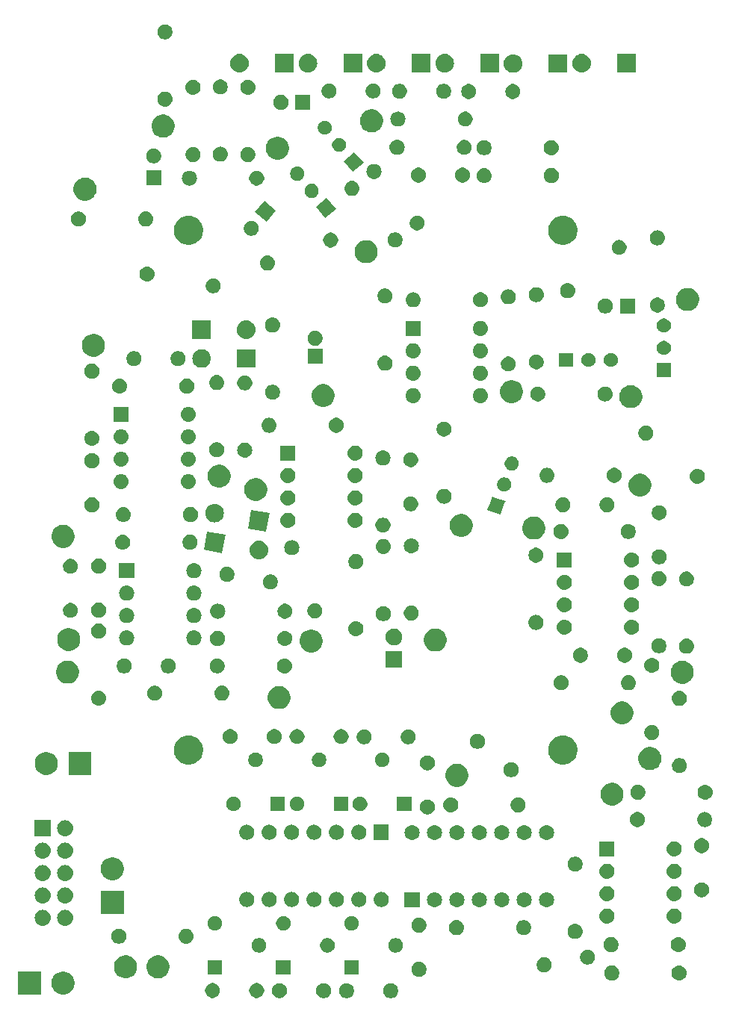
<source format=gbr>
G04 #@! TF.GenerationSoftware,KiCad,Pcbnew,(5.1.2-1)-1*
G04 #@! TF.CreationDate,2022-06-02T01:27:51-04:00*
G04 #@! TF.ProjectId,Cynare - CGS,43796e61-7265-4202-9d20-4347532e6b69,rev?*
G04 #@! TF.SameCoordinates,Original*
G04 #@! TF.FileFunction,Soldermask,Top*
G04 #@! TF.FilePolarity,Negative*
%FSLAX46Y46*%
G04 Gerber Fmt 4.6, Leading zero omitted, Abs format (unit mm)*
G04 Created by KiCad (PCBNEW (5.1.2-1)-1) date 2022-06-02 01:27:51*
%MOMM*%
%LPD*%
G04 APERTURE LIST*
%ADD10C,0.100000*%
G04 APERTURE END LIST*
D10*
G36*
X57698229Y-123001705D02*
G01*
X57853101Y-123065855D01*
X57992482Y-123158987D01*
X58111016Y-123277521D01*
X58204148Y-123416902D01*
X58268298Y-123571774D01*
X58301001Y-123736186D01*
X58301001Y-123903818D01*
X58268298Y-124068230D01*
X58204148Y-124223102D01*
X58111016Y-124362483D01*
X57992482Y-124481017D01*
X57853101Y-124574149D01*
X57698229Y-124638299D01*
X57533817Y-124671002D01*
X57366185Y-124671002D01*
X57201773Y-124638299D01*
X57046901Y-124574149D01*
X56907520Y-124481017D01*
X56788986Y-124362483D01*
X56695854Y-124223102D01*
X56631704Y-124068230D01*
X56599001Y-123903818D01*
X56599001Y-123736186D01*
X56631704Y-123571774D01*
X56695854Y-123416902D01*
X56788986Y-123277521D01*
X56907520Y-123158987D01*
X57046901Y-123065855D01*
X57201773Y-123001705D01*
X57366185Y-122969002D01*
X57533817Y-122969002D01*
X57698229Y-123001705D01*
X57698229Y-123001705D01*
G37*
G36*
X52698229Y-123001705D02*
G01*
X52853101Y-123065855D01*
X52992482Y-123158987D01*
X53111016Y-123277521D01*
X53204148Y-123416902D01*
X53268298Y-123571774D01*
X53301001Y-123736186D01*
X53301001Y-123903818D01*
X53268298Y-124068230D01*
X53204148Y-124223102D01*
X53111016Y-124362483D01*
X52992482Y-124481017D01*
X52853101Y-124574149D01*
X52698229Y-124638299D01*
X52533817Y-124671002D01*
X52366185Y-124671002D01*
X52201773Y-124638299D01*
X52046901Y-124574149D01*
X51907520Y-124481017D01*
X51788986Y-124362483D01*
X51695854Y-124223102D01*
X51631704Y-124068230D01*
X51599001Y-123903818D01*
X51599001Y-123736186D01*
X51631704Y-123571774D01*
X51695854Y-123416902D01*
X51788986Y-123277521D01*
X51907520Y-123158987D01*
X52046901Y-123065855D01*
X52201773Y-123001705D01*
X52366185Y-122969002D01*
X52533817Y-122969002D01*
X52698229Y-123001705D01*
X52698229Y-123001705D01*
G37*
G36*
X50108228Y-122991702D02*
G01*
X50263100Y-123055852D01*
X50402481Y-123148984D01*
X50521015Y-123267518D01*
X50614147Y-123406899D01*
X50678297Y-123561771D01*
X50711000Y-123726183D01*
X50711000Y-123893815D01*
X50678297Y-124058227D01*
X50614147Y-124213099D01*
X50521015Y-124352480D01*
X50402481Y-124471014D01*
X50263100Y-124564146D01*
X50108228Y-124628296D01*
X49943816Y-124660999D01*
X49776184Y-124660999D01*
X49611772Y-124628296D01*
X49456900Y-124564146D01*
X49317519Y-124471014D01*
X49198985Y-124352480D01*
X49105853Y-124213099D01*
X49041703Y-124058227D01*
X49009000Y-123893815D01*
X49009000Y-123726183D01*
X49041703Y-123561771D01*
X49105853Y-123406899D01*
X49198985Y-123267518D01*
X49317519Y-123148984D01*
X49456900Y-123055852D01*
X49611772Y-122991702D01*
X49776184Y-122958999D01*
X49943816Y-122958999D01*
X50108228Y-122991702D01*
X50108228Y-122991702D01*
G37*
G36*
X45108228Y-122991702D02*
G01*
X45263100Y-123055852D01*
X45402481Y-123148984D01*
X45521015Y-123267518D01*
X45614147Y-123406899D01*
X45678297Y-123561771D01*
X45711000Y-123726183D01*
X45711000Y-123893815D01*
X45678297Y-124058227D01*
X45614147Y-124213099D01*
X45521015Y-124352480D01*
X45402481Y-124471014D01*
X45263100Y-124564146D01*
X45108228Y-124628296D01*
X44943816Y-124660999D01*
X44776184Y-124660999D01*
X44611772Y-124628296D01*
X44456900Y-124564146D01*
X44317519Y-124471014D01*
X44198985Y-124352480D01*
X44105853Y-124213099D01*
X44041703Y-124058227D01*
X44009000Y-123893815D01*
X44009000Y-123726183D01*
X44041703Y-123561771D01*
X44105853Y-123406899D01*
X44198985Y-123267518D01*
X44317519Y-123148984D01*
X44456900Y-123055852D01*
X44611772Y-122991702D01*
X44776184Y-122958999D01*
X44943816Y-122958999D01*
X45108228Y-122991702D01*
X45108228Y-122991702D01*
G37*
G36*
X37518228Y-122981703D02*
G01*
X37673100Y-123045853D01*
X37812481Y-123138985D01*
X37931015Y-123257519D01*
X38024147Y-123396900D01*
X38088297Y-123551772D01*
X38121000Y-123716184D01*
X38121000Y-123883816D01*
X38088297Y-124048228D01*
X38024147Y-124203100D01*
X37931015Y-124342481D01*
X37812481Y-124461015D01*
X37673100Y-124554147D01*
X37518228Y-124618297D01*
X37353816Y-124651000D01*
X37186184Y-124651000D01*
X37021772Y-124618297D01*
X36866900Y-124554147D01*
X36727519Y-124461015D01*
X36608985Y-124342481D01*
X36515853Y-124203100D01*
X36451703Y-124048228D01*
X36419000Y-123883816D01*
X36419000Y-123716184D01*
X36451703Y-123551772D01*
X36515853Y-123396900D01*
X36608985Y-123257519D01*
X36727519Y-123138985D01*
X36866900Y-123045853D01*
X37021772Y-122981703D01*
X37186184Y-122949000D01*
X37353816Y-122949000D01*
X37518228Y-122981703D01*
X37518228Y-122981703D01*
G37*
G36*
X42518228Y-122981703D02*
G01*
X42673100Y-123045853D01*
X42812481Y-123138985D01*
X42931015Y-123257519D01*
X43024147Y-123396900D01*
X43088297Y-123551772D01*
X43121000Y-123716184D01*
X43121000Y-123883816D01*
X43088297Y-124048228D01*
X43024147Y-124203100D01*
X42931015Y-124342481D01*
X42812481Y-124461015D01*
X42673100Y-124554147D01*
X42518228Y-124618297D01*
X42353816Y-124651000D01*
X42186184Y-124651000D01*
X42021772Y-124618297D01*
X41866900Y-124554147D01*
X41727519Y-124461015D01*
X41608985Y-124342481D01*
X41515853Y-124203100D01*
X41451703Y-124048228D01*
X41419000Y-123883816D01*
X41419000Y-123716184D01*
X41451703Y-123551772D01*
X41515853Y-123396900D01*
X41608985Y-123257519D01*
X41727519Y-123138985D01*
X41866900Y-123045853D01*
X42021772Y-122981703D01*
X42186184Y-122949000D01*
X42353816Y-122949000D01*
X42518228Y-122981703D01*
X42518228Y-122981703D01*
G37*
G36*
X20699393Y-121685304D02*
G01*
X20936101Y-121783352D01*
X20936103Y-121783353D01*
X21149135Y-121925696D01*
X21330304Y-122106865D01*
X21472647Y-122319897D01*
X21472648Y-122319899D01*
X21570696Y-122556607D01*
X21620680Y-122807893D01*
X21620680Y-123064107D01*
X21570696Y-123315393D01*
X21528649Y-123416902D01*
X21472647Y-123552103D01*
X21330304Y-123765135D01*
X21149135Y-123946304D01*
X20936103Y-124088647D01*
X20936102Y-124088648D01*
X20936101Y-124088648D01*
X20699393Y-124186696D01*
X20448107Y-124236680D01*
X20191893Y-124236680D01*
X19940607Y-124186696D01*
X19703899Y-124088648D01*
X19703898Y-124088648D01*
X19703897Y-124088647D01*
X19490865Y-123946304D01*
X19309696Y-123765135D01*
X19167353Y-123552103D01*
X19111351Y-123416902D01*
X19069304Y-123315393D01*
X19019320Y-123064107D01*
X19019320Y-122807893D01*
X19069304Y-122556607D01*
X19167352Y-122319899D01*
X19167353Y-122319897D01*
X19309696Y-122106865D01*
X19490865Y-121925696D01*
X19703897Y-121783353D01*
X19703899Y-121783352D01*
X19940607Y-121685304D01*
X20191893Y-121635320D01*
X20448107Y-121635320D01*
X20699393Y-121685304D01*
X20699393Y-121685304D01*
G37*
G36*
X17810680Y-124236680D02*
G01*
X15209320Y-124236680D01*
X15209320Y-121635320D01*
X17810680Y-121635320D01*
X17810680Y-124236680D01*
X17810680Y-124236680D01*
G37*
G36*
X82758228Y-121001703D02*
G01*
X82913100Y-121065853D01*
X83052481Y-121158985D01*
X83171015Y-121277519D01*
X83264147Y-121416900D01*
X83328297Y-121571772D01*
X83361000Y-121736184D01*
X83361000Y-121903816D01*
X83328297Y-122068228D01*
X83264147Y-122223100D01*
X83171015Y-122362481D01*
X83052481Y-122481015D01*
X82913100Y-122574147D01*
X82758228Y-122638297D01*
X82593816Y-122671000D01*
X82426184Y-122671000D01*
X82261772Y-122638297D01*
X82106900Y-122574147D01*
X81967519Y-122481015D01*
X81848985Y-122362481D01*
X81755853Y-122223100D01*
X81691703Y-122068228D01*
X81659000Y-121903816D01*
X81659000Y-121736184D01*
X81691703Y-121571772D01*
X81755853Y-121416900D01*
X81848985Y-121277519D01*
X81967519Y-121158985D01*
X82106900Y-121065853D01*
X82261772Y-121001703D01*
X82426184Y-120969000D01*
X82593816Y-120969000D01*
X82758228Y-121001703D01*
X82758228Y-121001703D01*
G37*
G36*
X90296823Y-120981313D02*
G01*
X90457242Y-121029976D01*
X90524361Y-121065852D01*
X90605078Y-121108996D01*
X90734659Y-121215341D01*
X90841004Y-121344922D01*
X90841005Y-121344924D01*
X90920024Y-121492758D01*
X90968687Y-121653177D01*
X90985117Y-121820000D01*
X90968687Y-121986823D01*
X90920024Y-122147242D01*
X90879477Y-122223100D01*
X90841004Y-122295078D01*
X90734659Y-122424659D01*
X90605078Y-122531004D01*
X90605076Y-122531005D01*
X90457242Y-122610024D01*
X90296823Y-122658687D01*
X90171804Y-122671000D01*
X90088196Y-122671000D01*
X89963177Y-122658687D01*
X89802758Y-122610024D01*
X89654924Y-122531005D01*
X89654922Y-122531004D01*
X89525341Y-122424659D01*
X89418996Y-122295078D01*
X89380523Y-122223100D01*
X89339976Y-122147242D01*
X89291313Y-121986823D01*
X89274883Y-121820000D01*
X89291313Y-121653177D01*
X89339976Y-121492758D01*
X89418995Y-121344924D01*
X89418996Y-121344922D01*
X89525341Y-121215341D01*
X89654922Y-121108996D01*
X89735639Y-121065852D01*
X89802758Y-121029976D01*
X89963177Y-120981313D01*
X90088196Y-120969000D01*
X90171804Y-120969000D01*
X90296823Y-120981313D01*
X90296823Y-120981313D01*
G37*
G36*
X31459393Y-119869304D02*
G01*
X31671961Y-119957353D01*
X31696103Y-119967353D01*
X31909135Y-120109696D01*
X32090304Y-120290865D01*
X32232647Y-120503897D01*
X32232648Y-120503899D01*
X32330696Y-120740607D01*
X32380680Y-120991893D01*
X32380680Y-121248107D01*
X32330696Y-121499393D01*
X32232648Y-121736101D01*
X32232647Y-121736103D01*
X32090304Y-121949135D01*
X31909135Y-122130304D01*
X31696103Y-122272647D01*
X31696102Y-122272648D01*
X31696101Y-122272648D01*
X31459393Y-122370696D01*
X31208107Y-122420680D01*
X30951893Y-122420680D01*
X30700607Y-122370696D01*
X30463899Y-122272648D01*
X30463898Y-122272648D01*
X30463897Y-122272647D01*
X30250865Y-122130304D01*
X30069696Y-121949135D01*
X29927353Y-121736103D01*
X29927352Y-121736101D01*
X29829304Y-121499393D01*
X29779320Y-121248107D01*
X29779320Y-120991893D01*
X29829304Y-120740607D01*
X29927352Y-120503899D01*
X29927353Y-120503897D01*
X30069696Y-120290865D01*
X30250865Y-120109696D01*
X30463897Y-119967353D01*
X30488039Y-119957353D01*
X30700607Y-119869304D01*
X30951893Y-119819320D01*
X31208107Y-119819320D01*
X31459393Y-119869304D01*
X31459393Y-119869304D01*
G37*
G36*
X27799393Y-119859304D02*
G01*
X27960857Y-119926185D01*
X28036103Y-119957353D01*
X28249135Y-120099696D01*
X28430304Y-120280865D01*
X28572647Y-120493897D01*
X28572648Y-120493899D01*
X28670696Y-120730607D01*
X28720680Y-120981893D01*
X28720680Y-121238107D01*
X28670696Y-121489393D01*
X28589546Y-121685305D01*
X28572647Y-121726103D01*
X28430304Y-121939135D01*
X28249135Y-122120304D01*
X28036103Y-122262647D01*
X28036102Y-122262648D01*
X28036101Y-122262648D01*
X27799393Y-122360696D01*
X27548107Y-122410680D01*
X27291893Y-122410680D01*
X27040607Y-122360696D01*
X26803899Y-122262648D01*
X26803898Y-122262648D01*
X26803897Y-122262647D01*
X26590865Y-122120304D01*
X26409696Y-121939135D01*
X26267353Y-121726103D01*
X26250454Y-121685305D01*
X26169304Y-121489393D01*
X26119320Y-121238107D01*
X26119320Y-120981893D01*
X26169304Y-120730607D01*
X26267352Y-120493899D01*
X26267353Y-120493897D01*
X26409696Y-120280865D01*
X26590865Y-120099696D01*
X26803897Y-119957353D01*
X26879143Y-119926185D01*
X27040607Y-119859304D01*
X27291893Y-119809320D01*
X27548107Y-119809320D01*
X27799393Y-119859304D01*
X27799393Y-119859304D01*
G37*
G36*
X60908228Y-120581703D02*
G01*
X61063100Y-120645853D01*
X61202481Y-120738985D01*
X61321015Y-120857519D01*
X61414147Y-120996900D01*
X61478297Y-121151772D01*
X61511000Y-121316184D01*
X61511000Y-121483816D01*
X61478297Y-121648228D01*
X61414147Y-121803100D01*
X61321015Y-121942481D01*
X61202481Y-122061015D01*
X61063100Y-122154147D01*
X60908228Y-122218297D01*
X60743816Y-122251000D01*
X60576184Y-122251000D01*
X60411772Y-122218297D01*
X60256900Y-122154147D01*
X60117519Y-122061015D01*
X59998985Y-121942481D01*
X59905853Y-121803100D01*
X59841703Y-121648228D01*
X59809000Y-121483816D01*
X59809000Y-121316184D01*
X59841703Y-121151772D01*
X59905853Y-120996900D01*
X59998985Y-120857519D01*
X60117519Y-120738985D01*
X60256900Y-120645853D01*
X60411772Y-120581703D01*
X60576184Y-120549000D01*
X60743816Y-120549000D01*
X60908228Y-120581703D01*
X60908228Y-120581703D01*
G37*
G36*
X53836000Y-122006000D02*
G01*
X52184000Y-122006000D01*
X52184000Y-120354000D01*
X53836000Y-120354000D01*
X53836000Y-122006000D01*
X53836000Y-122006000D01*
G37*
G36*
X38366001Y-122006000D02*
G01*
X36714001Y-122006000D01*
X36714001Y-120354000D01*
X38366001Y-120354000D01*
X38366001Y-122006000D01*
X38366001Y-122006000D01*
G37*
G36*
X46116000Y-121996000D02*
G01*
X44464000Y-121996000D01*
X44464000Y-120344000D01*
X46116000Y-120344000D01*
X46116000Y-121996000D01*
X46116000Y-121996000D01*
G37*
G36*
X75094189Y-120059944D02*
G01*
X75249061Y-120124094D01*
X75388442Y-120217226D01*
X75506976Y-120335760D01*
X75600108Y-120475141D01*
X75664258Y-120630013D01*
X75696961Y-120794425D01*
X75696961Y-120962057D01*
X75664258Y-121126469D01*
X75600108Y-121281341D01*
X75506976Y-121420722D01*
X75388442Y-121539256D01*
X75249061Y-121632388D01*
X75094189Y-121696538D01*
X74929777Y-121729241D01*
X74762145Y-121729241D01*
X74597733Y-121696538D01*
X74442861Y-121632388D01*
X74303480Y-121539256D01*
X74184946Y-121420722D01*
X74091814Y-121281341D01*
X74027664Y-121126469D01*
X73994961Y-120962057D01*
X73994961Y-120794425D01*
X74027664Y-120630013D01*
X74091814Y-120475141D01*
X74184946Y-120335760D01*
X74303480Y-120217226D01*
X74442861Y-120124094D01*
X74597733Y-120059944D01*
X74762145Y-120027241D01*
X74929777Y-120027241D01*
X75094189Y-120059944D01*
X75094189Y-120059944D01*
G37*
G36*
X80018228Y-119191703D02*
G01*
X80173100Y-119255853D01*
X80312481Y-119348985D01*
X80431015Y-119467519D01*
X80524147Y-119606900D01*
X80588297Y-119761772D01*
X80621000Y-119926184D01*
X80621000Y-120093816D01*
X80588297Y-120258228D01*
X80524147Y-120413100D01*
X80431015Y-120552481D01*
X80312481Y-120671015D01*
X80173100Y-120764147D01*
X80018228Y-120828297D01*
X79853816Y-120861000D01*
X79686184Y-120861000D01*
X79521772Y-120828297D01*
X79366900Y-120764147D01*
X79227519Y-120671015D01*
X79108985Y-120552481D01*
X79015853Y-120413100D01*
X78951703Y-120258228D01*
X78919000Y-120093816D01*
X78919000Y-119926184D01*
X78951703Y-119761772D01*
X79015853Y-119606900D01*
X79108985Y-119467519D01*
X79227519Y-119348985D01*
X79366900Y-119255853D01*
X79521772Y-119191703D01*
X79686184Y-119159000D01*
X79853816Y-119159000D01*
X80018228Y-119191703D01*
X80018228Y-119191703D01*
G37*
G36*
X58250935Y-117885742D02*
G01*
X58401258Y-117948008D01*
X58536545Y-118038404D01*
X58651596Y-118153455D01*
X58741992Y-118288742D01*
X58804258Y-118439065D01*
X58836000Y-118598646D01*
X58836000Y-118761354D01*
X58804258Y-118920935D01*
X58741992Y-119071258D01*
X58651596Y-119206545D01*
X58536545Y-119321596D01*
X58401258Y-119411992D01*
X58250935Y-119474258D01*
X58091354Y-119506000D01*
X57928646Y-119506000D01*
X57769065Y-119474258D01*
X57618742Y-119411992D01*
X57483455Y-119321596D01*
X57368404Y-119206545D01*
X57278008Y-119071258D01*
X57215742Y-118920935D01*
X57184000Y-118761354D01*
X57184000Y-118598646D01*
X57215742Y-118439065D01*
X57278008Y-118288742D01*
X57368404Y-118153455D01*
X57483455Y-118038404D01*
X57618742Y-117948008D01*
X57769065Y-117885742D01*
X57928646Y-117854000D01*
X58091354Y-117854000D01*
X58250935Y-117885742D01*
X58250935Y-117885742D01*
G37*
G36*
X42780936Y-117885742D02*
G01*
X42931259Y-117948008D01*
X43066546Y-118038404D01*
X43181597Y-118153455D01*
X43271993Y-118288742D01*
X43334259Y-118439065D01*
X43366001Y-118598646D01*
X43366001Y-118761354D01*
X43334259Y-118920935D01*
X43271993Y-119071258D01*
X43181597Y-119206545D01*
X43066546Y-119321596D01*
X42931259Y-119411992D01*
X42780936Y-119474258D01*
X42621355Y-119506000D01*
X42458647Y-119506000D01*
X42299066Y-119474258D01*
X42148743Y-119411992D01*
X42013456Y-119321596D01*
X41898405Y-119206545D01*
X41808009Y-119071258D01*
X41745743Y-118920935D01*
X41714001Y-118761354D01*
X41714001Y-118598646D01*
X41745743Y-118439065D01*
X41808009Y-118288742D01*
X41898405Y-118153455D01*
X42013456Y-118038404D01*
X42148743Y-117948008D01*
X42299066Y-117885742D01*
X42458647Y-117854000D01*
X42621355Y-117854000D01*
X42780936Y-117885742D01*
X42780936Y-117885742D01*
G37*
G36*
X50530935Y-117875742D02*
G01*
X50681258Y-117938008D01*
X50816545Y-118028404D01*
X50931596Y-118143455D01*
X51021992Y-118278742D01*
X51084258Y-118429065D01*
X51116000Y-118588646D01*
X51116000Y-118751354D01*
X51084258Y-118910935D01*
X51021992Y-119061258D01*
X50931596Y-119196545D01*
X50816545Y-119311596D01*
X50681258Y-119401992D01*
X50530935Y-119464258D01*
X50371354Y-119496000D01*
X50208646Y-119496000D01*
X50049065Y-119464258D01*
X49898742Y-119401992D01*
X49763455Y-119311596D01*
X49648404Y-119196545D01*
X49558008Y-119061258D01*
X49495742Y-118910935D01*
X49464000Y-118751354D01*
X49464000Y-118588646D01*
X49495742Y-118429065D01*
X49558008Y-118278742D01*
X49648404Y-118143455D01*
X49763455Y-118028404D01*
X49898742Y-117938008D01*
X50049065Y-117875742D01*
X50208646Y-117844000D01*
X50371354Y-117844000D01*
X50530935Y-117875742D01*
X50530935Y-117875742D01*
G37*
G36*
X90216823Y-117761313D02*
G01*
X90377242Y-117809976D01*
X90440896Y-117844000D01*
X90525078Y-117888996D01*
X90654659Y-117995341D01*
X90761004Y-118124922D01*
X90761005Y-118124924D01*
X90840024Y-118272758D01*
X90888687Y-118433177D01*
X90905117Y-118600000D01*
X90888687Y-118766823D01*
X90840024Y-118927242D01*
X90799477Y-119003100D01*
X90761004Y-119075078D01*
X90654659Y-119204659D01*
X90525078Y-119311004D01*
X90525076Y-119311005D01*
X90377242Y-119390024D01*
X90216823Y-119438687D01*
X90091804Y-119451000D01*
X90008196Y-119451000D01*
X89883177Y-119438687D01*
X89722758Y-119390024D01*
X89574924Y-119311005D01*
X89574922Y-119311004D01*
X89445341Y-119204659D01*
X89338996Y-119075078D01*
X89300523Y-119003100D01*
X89259976Y-118927242D01*
X89211313Y-118766823D01*
X89194883Y-118600000D01*
X89211313Y-118433177D01*
X89259976Y-118272758D01*
X89338995Y-118124924D01*
X89338996Y-118124922D01*
X89445341Y-117995341D01*
X89574922Y-117888996D01*
X89659104Y-117844000D01*
X89722758Y-117809976D01*
X89883177Y-117761313D01*
X90008196Y-117749000D01*
X90091804Y-117749000D01*
X90216823Y-117761313D01*
X90216823Y-117761313D01*
G37*
G36*
X82678228Y-117781703D02*
G01*
X82833100Y-117845853D01*
X82972481Y-117938985D01*
X83091015Y-118057519D01*
X83184147Y-118196900D01*
X83248297Y-118351772D01*
X83281000Y-118516184D01*
X83281000Y-118683816D01*
X83248297Y-118848228D01*
X83184147Y-119003100D01*
X83091015Y-119142481D01*
X82972481Y-119261015D01*
X82833100Y-119354147D01*
X82678228Y-119418297D01*
X82513816Y-119451000D01*
X82346184Y-119451000D01*
X82181772Y-119418297D01*
X82026900Y-119354147D01*
X81887519Y-119261015D01*
X81768985Y-119142481D01*
X81675853Y-119003100D01*
X81611703Y-118848228D01*
X81579000Y-118683816D01*
X81579000Y-118516184D01*
X81611703Y-118351772D01*
X81675853Y-118196900D01*
X81768985Y-118057519D01*
X81887519Y-117938985D01*
X82026900Y-117845853D01*
X82181772Y-117781703D01*
X82346184Y-117749000D01*
X82513816Y-117749000D01*
X82678228Y-117781703D01*
X82678228Y-117781703D01*
G37*
G36*
X26898228Y-116821703D02*
G01*
X27053100Y-116885853D01*
X27192481Y-116978985D01*
X27311015Y-117097519D01*
X27404147Y-117236900D01*
X27468297Y-117391772D01*
X27501000Y-117556184D01*
X27501000Y-117723816D01*
X27468297Y-117888228D01*
X27404147Y-118043100D01*
X27311015Y-118182481D01*
X27192481Y-118301015D01*
X27053100Y-118394147D01*
X26898228Y-118458297D01*
X26733816Y-118491000D01*
X26566184Y-118491000D01*
X26401772Y-118458297D01*
X26246900Y-118394147D01*
X26107519Y-118301015D01*
X25988985Y-118182481D01*
X25895853Y-118043100D01*
X25831703Y-117888228D01*
X25799000Y-117723816D01*
X25799000Y-117556184D01*
X25831703Y-117391772D01*
X25895853Y-117236900D01*
X25988985Y-117097519D01*
X26107519Y-116978985D01*
X26246900Y-116885853D01*
X26401772Y-116821703D01*
X26566184Y-116789000D01*
X26733816Y-116789000D01*
X26898228Y-116821703D01*
X26898228Y-116821703D01*
G37*
G36*
X34436823Y-116801313D02*
G01*
X34597242Y-116849976D01*
X34664361Y-116885852D01*
X34745078Y-116928996D01*
X34874659Y-117035341D01*
X34981004Y-117164922D01*
X34981005Y-117164924D01*
X35060024Y-117312758D01*
X35108687Y-117473177D01*
X35125117Y-117640000D01*
X35108687Y-117806823D01*
X35083760Y-117888995D01*
X35067985Y-117941000D01*
X35060024Y-117967242D01*
X35019477Y-118043100D01*
X34981004Y-118115078D01*
X34874659Y-118244659D01*
X34745078Y-118351004D01*
X34745076Y-118351005D01*
X34597242Y-118430024D01*
X34436823Y-118478687D01*
X34311804Y-118491000D01*
X34228196Y-118491000D01*
X34103177Y-118478687D01*
X33942758Y-118430024D01*
X33794924Y-118351005D01*
X33794922Y-118351004D01*
X33665341Y-118244659D01*
X33558996Y-118115078D01*
X33520523Y-118043100D01*
X33479976Y-117967242D01*
X33472016Y-117941000D01*
X33456240Y-117888995D01*
X33431313Y-117806823D01*
X33414883Y-117640000D01*
X33431313Y-117473177D01*
X33479976Y-117312758D01*
X33558995Y-117164924D01*
X33558996Y-117164922D01*
X33665341Y-117035341D01*
X33794922Y-116928996D01*
X33875639Y-116885852D01*
X33942758Y-116849976D01*
X34103177Y-116801313D01*
X34228196Y-116789000D01*
X34311804Y-116789000D01*
X34436823Y-116801313D01*
X34436823Y-116801313D01*
G37*
G36*
X78516823Y-116251313D02*
G01*
X78677242Y-116299976D01*
X78757281Y-116342758D01*
X78825078Y-116378996D01*
X78954659Y-116485341D01*
X79061004Y-116614922D01*
X79061005Y-116614924D01*
X79140024Y-116762758D01*
X79140025Y-116762761D01*
X79149083Y-116792620D01*
X79188687Y-116923177D01*
X79205117Y-117090000D01*
X79188687Y-117256823D01*
X79140024Y-117417242D01*
X79084564Y-117521000D01*
X79061004Y-117565078D01*
X78954659Y-117694659D01*
X78825078Y-117801004D01*
X78825076Y-117801005D01*
X78677242Y-117880024D01*
X78677239Y-117880025D01*
X78658389Y-117885743D01*
X78516823Y-117928687D01*
X78391804Y-117941000D01*
X78308196Y-117941000D01*
X78183177Y-117928687D01*
X78041611Y-117885743D01*
X78022761Y-117880025D01*
X78022758Y-117880024D01*
X77874924Y-117801005D01*
X77874922Y-117801004D01*
X77745341Y-117694659D01*
X77638996Y-117565078D01*
X77615436Y-117521000D01*
X77559976Y-117417242D01*
X77511313Y-117256823D01*
X77494883Y-117090000D01*
X77511313Y-116923177D01*
X77550917Y-116792620D01*
X77559975Y-116762761D01*
X77559976Y-116762758D01*
X77638995Y-116614924D01*
X77638996Y-116614922D01*
X77745341Y-116485341D01*
X77874922Y-116378996D01*
X77942719Y-116342758D01*
X78022758Y-116299976D01*
X78183177Y-116251313D01*
X78308196Y-116239000D01*
X78391804Y-116239000D01*
X78516823Y-116251313D01*
X78516823Y-116251313D01*
G37*
G36*
X72768228Y-115851703D02*
G01*
X72923100Y-115915853D01*
X73062481Y-116008985D01*
X73181015Y-116127519D01*
X73274147Y-116266900D01*
X73338297Y-116421772D01*
X73371000Y-116586184D01*
X73371000Y-116753816D01*
X73338297Y-116918228D01*
X73274147Y-117073100D01*
X73181015Y-117212481D01*
X73062481Y-117331015D01*
X72923100Y-117424147D01*
X72768228Y-117488297D01*
X72603816Y-117521000D01*
X72436184Y-117521000D01*
X72271772Y-117488297D01*
X72116900Y-117424147D01*
X71977519Y-117331015D01*
X71858985Y-117212481D01*
X71765853Y-117073100D01*
X71701703Y-116918228D01*
X71669000Y-116753816D01*
X71669000Y-116586184D01*
X71701703Y-116421772D01*
X71765853Y-116266900D01*
X71858985Y-116127519D01*
X71977519Y-116008985D01*
X72116900Y-115915853D01*
X72271772Y-115851703D01*
X72436184Y-115819000D01*
X72603816Y-115819000D01*
X72768228Y-115851703D01*
X72768228Y-115851703D01*
G37*
G36*
X65066823Y-115831313D02*
G01*
X65227242Y-115879976D01*
X65359906Y-115950886D01*
X65375078Y-115958996D01*
X65504659Y-116065341D01*
X65611004Y-116194922D01*
X65611005Y-116194924D01*
X65690024Y-116342758D01*
X65738687Y-116503177D01*
X65755117Y-116670000D01*
X65738687Y-116836823D01*
X65710727Y-116928995D01*
X65696997Y-116974257D01*
X65690024Y-116997242D01*
X65649477Y-117073100D01*
X65611004Y-117145078D01*
X65504659Y-117274659D01*
X65375078Y-117381004D01*
X65375076Y-117381005D01*
X65227242Y-117460024D01*
X65066823Y-117508687D01*
X64941804Y-117521000D01*
X64858196Y-117521000D01*
X64733177Y-117508687D01*
X64572758Y-117460024D01*
X64424924Y-117381005D01*
X64424922Y-117381004D01*
X64295341Y-117274659D01*
X64188996Y-117145078D01*
X64150523Y-117073100D01*
X64109976Y-116997242D01*
X64103004Y-116974257D01*
X64089273Y-116928995D01*
X64061313Y-116836823D01*
X64044883Y-116670000D01*
X64061313Y-116503177D01*
X64109976Y-116342758D01*
X64188995Y-116194924D01*
X64188996Y-116194922D01*
X64295341Y-116065341D01*
X64424922Y-115958996D01*
X64440094Y-115950886D01*
X64572758Y-115879976D01*
X64733177Y-115831313D01*
X64858196Y-115819000D01*
X64941804Y-115819000D01*
X65066823Y-115831313D01*
X65066823Y-115831313D01*
G37*
G36*
X60908228Y-115581703D02*
G01*
X61063100Y-115645853D01*
X61202481Y-115738985D01*
X61321015Y-115857519D01*
X61414147Y-115996900D01*
X61478297Y-116151772D01*
X61511000Y-116316184D01*
X61511000Y-116483816D01*
X61478297Y-116648228D01*
X61414147Y-116803100D01*
X61321015Y-116942481D01*
X61202481Y-117061015D01*
X61063100Y-117154147D01*
X60908228Y-117218297D01*
X60743816Y-117251000D01*
X60576184Y-117251000D01*
X60411772Y-117218297D01*
X60256900Y-117154147D01*
X60117519Y-117061015D01*
X59998985Y-116942481D01*
X59905853Y-116803100D01*
X59841703Y-116648228D01*
X59809000Y-116483816D01*
X59809000Y-116316184D01*
X59841703Y-116151772D01*
X59905853Y-115996900D01*
X59998985Y-115857519D01*
X60117519Y-115738985D01*
X60256900Y-115645853D01*
X60411772Y-115581703D01*
X60576184Y-115549000D01*
X60743816Y-115549000D01*
X60908228Y-115581703D01*
X60908228Y-115581703D01*
G37*
G36*
X37780936Y-115385742D02*
G01*
X37931259Y-115448008D01*
X38066546Y-115538404D01*
X38181597Y-115653455D01*
X38271993Y-115788742D01*
X38334259Y-115939065D01*
X38366001Y-116098646D01*
X38366001Y-116261354D01*
X38334259Y-116420935D01*
X38271993Y-116571258D01*
X38181597Y-116706545D01*
X38066546Y-116821596D01*
X37931259Y-116911992D01*
X37780936Y-116974258D01*
X37621355Y-117006000D01*
X37458647Y-117006000D01*
X37299066Y-116974258D01*
X37148743Y-116911992D01*
X37013456Y-116821596D01*
X36898405Y-116706545D01*
X36808009Y-116571258D01*
X36745743Y-116420935D01*
X36714001Y-116261354D01*
X36714001Y-116098646D01*
X36745743Y-115939065D01*
X36808009Y-115788742D01*
X36898405Y-115653455D01*
X37013456Y-115538404D01*
X37148743Y-115448008D01*
X37299066Y-115385742D01*
X37458647Y-115354000D01*
X37621355Y-115354000D01*
X37780936Y-115385742D01*
X37780936Y-115385742D01*
G37*
G36*
X53250935Y-115385742D02*
G01*
X53401258Y-115448008D01*
X53536545Y-115538404D01*
X53651596Y-115653455D01*
X53741992Y-115788742D01*
X53804258Y-115939065D01*
X53836000Y-116098646D01*
X53836000Y-116261354D01*
X53804258Y-116420935D01*
X53741992Y-116571258D01*
X53651596Y-116706545D01*
X53536545Y-116821596D01*
X53401258Y-116911992D01*
X53250935Y-116974258D01*
X53091354Y-117006000D01*
X52928646Y-117006000D01*
X52769065Y-116974258D01*
X52618742Y-116911992D01*
X52483455Y-116821596D01*
X52368404Y-116706545D01*
X52278008Y-116571258D01*
X52215742Y-116420935D01*
X52184000Y-116261354D01*
X52184000Y-116098646D01*
X52215742Y-115939065D01*
X52278008Y-115788742D01*
X52368404Y-115653455D01*
X52483455Y-115538404D01*
X52618742Y-115448008D01*
X52769065Y-115385742D01*
X52928646Y-115354000D01*
X53091354Y-115354000D01*
X53250935Y-115385742D01*
X53250935Y-115385742D01*
G37*
G36*
X45530935Y-115375742D02*
G01*
X45681258Y-115438008D01*
X45816545Y-115528404D01*
X45931596Y-115643455D01*
X46021992Y-115778742D01*
X46084258Y-115929065D01*
X46116000Y-116088646D01*
X46116000Y-116251354D01*
X46084258Y-116410935D01*
X46021992Y-116561258D01*
X45931596Y-116696545D01*
X45816545Y-116811596D01*
X45681258Y-116901992D01*
X45530935Y-116964258D01*
X45371354Y-116996000D01*
X45208646Y-116996000D01*
X45049065Y-116964258D01*
X44898742Y-116901992D01*
X44763455Y-116811596D01*
X44648404Y-116696545D01*
X44558008Y-116561258D01*
X44495742Y-116410935D01*
X44464000Y-116251354D01*
X44464000Y-116088646D01*
X44495742Y-115929065D01*
X44558008Y-115778742D01*
X44648404Y-115643455D01*
X44763455Y-115528404D01*
X44898742Y-115438008D01*
X45049065Y-115375742D01*
X45208646Y-115344000D01*
X45371354Y-115344000D01*
X45530935Y-115375742D01*
X45530935Y-115375742D01*
G37*
G36*
X20753294Y-114668633D02*
G01*
X20925695Y-114720931D01*
X21084583Y-114805858D01*
X21223849Y-114920151D01*
X21338142Y-115059417D01*
X21423069Y-115218305D01*
X21475367Y-115390706D01*
X21493025Y-115570000D01*
X21475367Y-115749294D01*
X21423069Y-115921695D01*
X21338142Y-116080583D01*
X21223849Y-116219849D01*
X21084583Y-116334142D01*
X20925695Y-116419069D01*
X20753294Y-116471367D01*
X20618931Y-116484600D01*
X20529069Y-116484600D01*
X20394706Y-116471367D01*
X20222305Y-116419069D01*
X20063417Y-116334142D01*
X19924151Y-116219849D01*
X19809858Y-116080583D01*
X19724931Y-115921695D01*
X19672633Y-115749294D01*
X19654975Y-115570000D01*
X19672633Y-115390706D01*
X19724931Y-115218305D01*
X19809858Y-115059417D01*
X19924151Y-114920151D01*
X20063417Y-114805858D01*
X20222305Y-114720931D01*
X20394706Y-114668633D01*
X20529069Y-114655400D01*
X20618931Y-114655400D01*
X20753294Y-114668633D01*
X20753294Y-114668633D01*
G37*
G36*
X18213294Y-114668633D02*
G01*
X18385695Y-114720931D01*
X18544583Y-114805858D01*
X18683849Y-114920151D01*
X18798142Y-115059417D01*
X18883069Y-115218305D01*
X18935367Y-115390706D01*
X18953025Y-115570000D01*
X18935367Y-115749294D01*
X18883069Y-115921695D01*
X18798142Y-116080583D01*
X18683849Y-116219849D01*
X18544583Y-116334142D01*
X18385695Y-116419069D01*
X18213294Y-116471367D01*
X18078931Y-116484600D01*
X17989069Y-116484600D01*
X17854706Y-116471367D01*
X17682305Y-116419069D01*
X17523417Y-116334142D01*
X17384151Y-116219849D01*
X17269858Y-116080583D01*
X17184931Y-115921695D01*
X17132633Y-115749294D01*
X17114975Y-115570000D01*
X17132633Y-115390706D01*
X17184931Y-115218305D01*
X17269858Y-115059417D01*
X17384151Y-114920151D01*
X17523417Y-114805858D01*
X17682305Y-114720931D01*
X17854706Y-114668633D01*
X17989069Y-114655400D01*
X18078931Y-114655400D01*
X18213294Y-114668633D01*
X18213294Y-114668633D01*
G37*
G36*
X89746823Y-114511313D02*
G01*
X89907242Y-114559976D01*
X90039906Y-114630886D01*
X90055078Y-114638996D01*
X90184659Y-114745341D01*
X90291004Y-114874922D01*
X90291005Y-114874924D01*
X90370024Y-115022758D01*
X90418687Y-115183177D01*
X90435117Y-115350000D01*
X90418687Y-115516823D01*
X90370024Y-115677242D01*
X90331512Y-115749293D01*
X90291004Y-115825078D01*
X90184659Y-115954659D01*
X90055078Y-116061004D01*
X90055076Y-116061005D01*
X89907242Y-116140024D01*
X89746823Y-116188687D01*
X89621804Y-116201000D01*
X89538196Y-116201000D01*
X89413177Y-116188687D01*
X89252758Y-116140024D01*
X89104924Y-116061005D01*
X89104922Y-116061004D01*
X88975341Y-115954659D01*
X88868996Y-115825078D01*
X88828488Y-115749293D01*
X88789976Y-115677242D01*
X88741313Y-115516823D01*
X88724883Y-115350000D01*
X88741313Y-115183177D01*
X88789976Y-115022758D01*
X88868995Y-114874924D01*
X88868996Y-114874922D01*
X88975341Y-114745341D01*
X89104922Y-114638996D01*
X89120094Y-114630886D01*
X89252758Y-114559976D01*
X89413177Y-114511313D01*
X89538196Y-114499000D01*
X89621804Y-114499000D01*
X89746823Y-114511313D01*
X89746823Y-114511313D01*
G37*
G36*
X82126823Y-114511313D02*
G01*
X82287242Y-114559976D01*
X82419906Y-114630886D01*
X82435078Y-114638996D01*
X82564659Y-114745341D01*
X82671004Y-114874922D01*
X82671005Y-114874924D01*
X82750024Y-115022758D01*
X82798687Y-115183177D01*
X82815117Y-115350000D01*
X82798687Y-115516823D01*
X82750024Y-115677242D01*
X82711512Y-115749293D01*
X82671004Y-115825078D01*
X82564659Y-115954659D01*
X82435078Y-116061004D01*
X82435076Y-116061005D01*
X82287242Y-116140024D01*
X82126823Y-116188687D01*
X82001804Y-116201000D01*
X81918196Y-116201000D01*
X81793177Y-116188687D01*
X81632758Y-116140024D01*
X81484924Y-116061005D01*
X81484922Y-116061004D01*
X81355341Y-115954659D01*
X81248996Y-115825078D01*
X81208488Y-115749293D01*
X81169976Y-115677242D01*
X81121313Y-115516823D01*
X81104883Y-115350000D01*
X81121313Y-115183177D01*
X81169976Y-115022758D01*
X81248995Y-114874924D01*
X81248996Y-114874922D01*
X81355341Y-114745341D01*
X81484922Y-114638996D01*
X81500094Y-114630886D01*
X81632758Y-114559976D01*
X81793177Y-114511313D01*
X81918196Y-114499000D01*
X82001804Y-114499000D01*
X82126823Y-114511313D01*
X82126823Y-114511313D01*
G37*
G36*
X27208680Y-115092680D02*
G01*
X24607320Y-115092680D01*
X24607320Y-112491320D01*
X27208680Y-112491320D01*
X27208680Y-115092680D01*
X27208680Y-115092680D01*
G37*
G36*
X65126825Y-112671313D02*
G01*
X65287244Y-112719976D01*
X65419908Y-112790886D01*
X65435080Y-112798996D01*
X65564661Y-112905341D01*
X65671006Y-113034922D01*
X65671007Y-113034924D01*
X65750026Y-113182758D01*
X65798689Y-113343177D01*
X65815119Y-113510000D01*
X65798689Y-113676823D01*
X65750026Y-113837242D01*
X65699715Y-113931367D01*
X65671006Y-113985078D01*
X65564661Y-114114659D01*
X65435080Y-114221004D01*
X65435078Y-114221005D01*
X65287244Y-114300024D01*
X65126825Y-114348687D01*
X65001806Y-114361000D01*
X64918198Y-114361000D01*
X64793179Y-114348687D01*
X64632760Y-114300024D01*
X64484926Y-114221005D01*
X64484924Y-114221004D01*
X64355343Y-114114659D01*
X64248998Y-113985078D01*
X64220289Y-113931367D01*
X64169978Y-113837242D01*
X64121315Y-113676823D01*
X64104885Y-113510000D01*
X64121315Y-113343177D01*
X64169978Y-113182758D01*
X64248997Y-113034924D01*
X64248998Y-113034922D01*
X64355343Y-112905341D01*
X64484924Y-112798996D01*
X64500096Y-112790886D01*
X64632760Y-112719976D01*
X64793179Y-112671313D01*
X64918198Y-112659000D01*
X65001806Y-112659000D01*
X65126825Y-112671313D01*
X65126825Y-112671313D01*
G37*
G36*
X75286825Y-112671313D02*
G01*
X75447244Y-112719976D01*
X75579908Y-112790886D01*
X75595080Y-112798996D01*
X75724661Y-112905341D01*
X75831006Y-113034922D01*
X75831007Y-113034924D01*
X75910026Y-113182758D01*
X75958689Y-113343177D01*
X75975119Y-113510000D01*
X75958689Y-113676823D01*
X75910026Y-113837242D01*
X75859715Y-113931367D01*
X75831006Y-113985078D01*
X75724661Y-114114659D01*
X75595080Y-114221004D01*
X75595078Y-114221005D01*
X75447244Y-114300024D01*
X75286825Y-114348687D01*
X75161806Y-114361000D01*
X75078198Y-114361000D01*
X74953179Y-114348687D01*
X74792760Y-114300024D01*
X74644926Y-114221005D01*
X74644924Y-114221004D01*
X74515343Y-114114659D01*
X74408998Y-113985078D01*
X74380289Y-113931367D01*
X74329978Y-113837242D01*
X74281315Y-113676823D01*
X74264885Y-113510000D01*
X74281315Y-113343177D01*
X74329978Y-113182758D01*
X74408997Y-113034924D01*
X74408998Y-113034922D01*
X74515343Y-112905341D01*
X74644924Y-112798996D01*
X74660096Y-112790886D01*
X74792760Y-112719976D01*
X74953179Y-112671313D01*
X75078198Y-112659000D01*
X75161806Y-112659000D01*
X75286825Y-112671313D01*
X75286825Y-112671313D01*
G37*
G36*
X72746825Y-112671313D02*
G01*
X72907244Y-112719976D01*
X73039908Y-112790886D01*
X73055080Y-112798996D01*
X73184661Y-112905341D01*
X73291006Y-113034922D01*
X73291007Y-113034924D01*
X73370026Y-113182758D01*
X73418689Y-113343177D01*
X73435119Y-113510000D01*
X73418689Y-113676823D01*
X73370026Y-113837242D01*
X73319715Y-113931367D01*
X73291006Y-113985078D01*
X73184661Y-114114659D01*
X73055080Y-114221004D01*
X73055078Y-114221005D01*
X72907244Y-114300024D01*
X72746825Y-114348687D01*
X72621806Y-114361000D01*
X72538198Y-114361000D01*
X72413179Y-114348687D01*
X72252760Y-114300024D01*
X72104926Y-114221005D01*
X72104924Y-114221004D01*
X71975343Y-114114659D01*
X71868998Y-113985078D01*
X71840289Y-113931367D01*
X71789978Y-113837242D01*
X71741315Y-113676823D01*
X71724885Y-113510000D01*
X71741315Y-113343177D01*
X71789978Y-113182758D01*
X71868997Y-113034924D01*
X71868998Y-113034922D01*
X71975343Y-112905341D01*
X72104924Y-112798996D01*
X72120096Y-112790886D01*
X72252760Y-112719976D01*
X72413179Y-112671313D01*
X72538198Y-112659000D01*
X72621806Y-112659000D01*
X72746825Y-112671313D01*
X72746825Y-112671313D01*
G37*
G36*
X70206825Y-112671313D02*
G01*
X70367244Y-112719976D01*
X70499908Y-112790886D01*
X70515080Y-112798996D01*
X70644661Y-112905341D01*
X70751006Y-113034922D01*
X70751007Y-113034924D01*
X70830026Y-113182758D01*
X70878689Y-113343177D01*
X70895119Y-113510000D01*
X70878689Y-113676823D01*
X70830026Y-113837242D01*
X70779715Y-113931367D01*
X70751006Y-113985078D01*
X70644661Y-114114659D01*
X70515080Y-114221004D01*
X70515078Y-114221005D01*
X70367244Y-114300024D01*
X70206825Y-114348687D01*
X70081806Y-114361000D01*
X69998198Y-114361000D01*
X69873179Y-114348687D01*
X69712760Y-114300024D01*
X69564926Y-114221005D01*
X69564924Y-114221004D01*
X69435343Y-114114659D01*
X69328998Y-113985078D01*
X69300289Y-113931367D01*
X69249978Y-113837242D01*
X69201315Y-113676823D01*
X69184885Y-113510000D01*
X69201315Y-113343177D01*
X69249978Y-113182758D01*
X69328997Y-113034924D01*
X69328998Y-113034922D01*
X69435343Y-112905341D01*
X69564924Y-112798996D01*
X69580096Y-112790886D01*
X69712760Y-112719976D01*
X69873179Y-112671313D01*
X69998198Y-112659000D01*
X70081806Y-112659000D01*
X70206825Y-112671313D01*
X70206825Y-112671313D01*
G37*
G36*
X67666825Y-112671313D02*
G01*
X67827244Y-112719976D01*
X67959908Y-112790886D01*
X67975080Y-112798996D01*
X68104661Y-112905341D01*
X68211006Y-113034922D01*
X68211007Y-113034924D01*
X68290026Y-113182758D01*
X68338689Y-113343177D01*
X68355119Y-113510000D01*
X68338689Y-113676823D01*
X68290026Y-113837242D01*
X68239715Y-113931367D01*
X68211006Y-113985078D01*
X68104661Y-114114659D01*
X67975080Y-114221004D01*
X67975078Y-114221005D01*
X67827244Y-114300024D01*
X67666825Y-114348687D01*
X67541806Y-114361000D01*
X67458198Y-114361000D01*
X67333179Y-114348687D01*
X67172760Y-114300024D01*
X67024926Y-114221005D01*
X67024924Y-114221004D01*
X66895343Y-114114659D01*
X66788998Y-113985078D01*
X66760289Y-113931367D01*
X66709978Y-113837242D01*
X66661315Y-113676823D01*
X66644885Y-113510000D01*
X66661315Y-113343177D01*
X66709978Y-113182758D01*
X66788997Y-113034924D01*
X66788998Y-113034922D01*
X66895343Y-112905341D01*
X67024924Y-112798996D01*
X67040096Y-112790886D01*
X67172760Y-112719976D01*
X67333179Y-112671313D01*
X67458198Y-112659000D01*
X67541806Y-112659000D01*
X67666825Y-112671313D01*
X67666825Y-112671313D01*
G37*
G36*
X62586825Y-112671313D02*
G01*
X62747244Y-112719976D01*
X62879908Y-112790886D01*
X62895080Y-112798996D01*
X63024661Y-112905341D01*
X63131006Y-113034922D01*
X63131007Y-113034924D01*
X63210026Y-113182758D01*
X63258689Y-113343177D01*
X63275119Y-113510000D01*
X63258689Y-113676823D01*
X63210026Y-113837242D01*
X63159715Y-113931367D01*
X63131006Y-113985078D01*
X63024661Y-114114659D01*
X62895080Y-114221004D01*
X62895078Y-114221005D01*
X62747244Y-114300024D01*
X62586825Y-114348687D01*
X62461806Y-114361000D01*
X62378198Y-114361000D01*
X62253179Y-114348687D01*
X62092760Y-114300024D01*
X61944926Y-114221005D01*
X61944924Y-114221004D01*
X61815343Y-114114659D01*
X61708998Y-113985078D01*
X61680289Y-113931367D01*
X61629978Y-113837242D01*
X61581315Y-113676823D01*
X61564885Y-113510000D01*
X61581315Y-113343177D01*
X61629978Y-113182758D01*
X61708997Y-113034924D01*
X61708998Y-113034922D01*
X61815343Y-112905341D01*
X61944924Y-112798996D01*
X61960096Y-112790886D01*
X62092760Y-112719976D01*
X62253179Y-112671313D01*
X62378198Y-112659000D01*
X62461806Y-112659000D01*
X62586825Y-112671313D01*
X62586825Y-112671313D01*
G37*
G36*
X60731002Y-114361000D02*
G01*
X59029002Y-114361000D01*
X59029002Y-112659000D01*
X60731002Y-112659000D01*
X60731002Y-114361000D01*
X60731002Y-114361000D01*
G37*
G36*
X56556824Y-112631312D02*
G01*
X56648098Y-112659000D01*
X56711735Y-112678304D01*
X56717243Y-112679975D01*
X56849907Y-112750885D01*
X56865079Y-112758995D01*
X56994660Y-112865340D01*
X57101005Y-112994921D01*
X57101006Y-112994923D01*
X57180025Y-113142757D01*
X57228688Y-113303176D01*
X57245118Y-113469999D01*
X57228688Y-113636822D01*
X57180025Y-113797241D01*
X57136287Y-113879069D01*
X57101005Y-113945077D01*
X56994660Y-114074658D01*
X56865079Y-114181003D01*
X56865077Y-114181004D01*
X56717243Y-114260023D01*
X56556824Y-114308686D01*
X56431805Y-114320999D01*
X56348197Y-114320999D01*
X56223178Y-114308686D01*
X56062759Y-114260023D01*
X55914925Y-114181004D01*
X55914923Y-114181003D01*
X55785342Y-114074658D01*
X55678997Y-113945077D01*
X55643715Y-113879069D01*
X55599977Y-113797241D01*
X55551314Y-113636822D01*
X55534884Y-113469999D01*
X55551314Y-113303176D01*
X55599977Y-113142757D01*
X55678996Y-112994923D01*
X55678997Y-112994921D01*
X55785342Y-112865340D01*
X55914923Y-112758995D01*
X55930095Y-112750885D01*
X56062759Y-112679975D01*
X56068268Y-112678304D01*
X56131904Y-112659000D01*
X56223178Y-112631312D01*
X56348197Y-112618999D01*
X56431805Y-112618999D01*
X56556824Y-112631312D01*
X56556824Y-112631312D01*
G37*
G36*
X54016824Y-112631312D02*
G01*
X54108098Y-112659000D01*
X54171735Y-112678304D01*
X54177243Y-112679975D01*
X54309907Y-112750885D01*
X54325079Y-112758995D01*
X54454660Y-112865340D01*
X54561005Y-112994921D01*
X54561006Y-112994923D01*
X54640025Y-113142757D01*
X54688688Y-113303176D01*
X54705118Y-113469999D01*
X54688688Y-113636822D01*
X54640025Y-113797241D01*
X54596287Y-113879069D01*
X54561005Y-113945077D01*
X54454660Y-114074658D01*
X54325079Y-114181003D01*
X54325077Y-114181004D01*
X54177243Y-114260023D01*
X54016824Y-114308686D01*
X53891805Y-114320999D01*
X53808197Y-114320999D01*
X53683178Y-114308686D01*
X53522759Y-114260023D01*
X53374925Y-114181004D01*
X53374923Y-114181003D01*
X53245342Y-114074658D01*
X53138997Y-113945077D01*
X53103715Y-113879069D01*
X53059977Y-113797241D01*
X53011314Y-113636822D01*
X52994884Y-113469999D01*
X53011314Y-113303176D01*
X53059977Y-113142757D01*
X53138996Y-112994923D01*
X53138997Y-112994921D01*
X53245342Y-112865340D01*
X53374923Y-112758995D01*
X53390095Y-112750885D01*
X53522759Y-112679975D01*
X53528268Y-112678304D01*
X53591904Y-112659000D01*
X53683178Y-112631312D01*
X53808197Y-112618999D01*
X53891805Y-112618999D01*
X54016824Y-112631312D01*
X54016824Y-112631312D01*
G37*
G36*
X51476824Y-112631312D02*
G01*
X51568098Y-112659000D01*
X51631735Y-112678304D01*
X51637243Y-112679975D01*
X51769907Y-112750885D01*
X51785079Y-112758995D01*
X51914660Y-112865340D01*
X52021005Y-112994921D01*
X52021006Y-112994923D01*
X52100025Y-113142757D01*
X52148688Y-113303176D01*
X52165118Y-113469999D01*
X52148688Y-113636822D01*
X52100025Y-113797241D01*
X52056287Y-113879069D01*
X52021005Y-113945077D01*
X51914660Y-114074658D01*
X51785079Y-114181003D01*
X51785077Y-114181004D01*
X51637243Y-114260023D01*
X51476824Y-114308686D01*
X51351805Y-114320999D01*
X51268197Y-114320999D01*
X51143178Y-114308686D01*
X50982759Y-114260023D01*
X50834925Y-114181004D01*
X50834923Y-114181003D01*
X50705342Y-114074658D01*
X50598997Y-113945077D01*
X50563715Y-113879069D01*
X50519977Y-113797241D01*
X50471314Y-113636822D01*
X50454884Y-113469999D01*
X50471314Y-113303176D01*
X50519977Y-113142757D01*
X50598996Y-112994923D01*
X50598997Y-112994921D01*
X50705342Y-112865340D01*
X50834923Y-112758995D01*
X50850095Y-112750885D01*
X50982759Y-112679975D01*
X50988268Y-112678304D01*
X51051904Y-112659000D01*
X51143178Y-112631312D01*
X51268197Y-112618999D01*
X51351805Y-112618999D01*
X51476824Y-112631312D01*
X51476824Y-112631312D01*
G37*
G36*
X48936824Y-112631312D02*
G01*
X49028098Y-112659000D01*
X49091735Y-112678304D01*
X49097243Y-112679975D01*
X49229907Y-112750885D01*
X49245079Y-112758995D01*
X49374660Y-112865340D01*
X49481005Y-112994921D01*
X49481006Y-112994923D01*
X49560025Y-113142757D01*
X49608688Y-113303176D01*
X49625118Y-113469999D01*
X49608688Y-113636822D01*
X49560025Y-113797241D01*
X49516287Y-113879069D01*
X49481005Y-113945077D01*
X49374660Y-114074658D01*
X49245079Y-114181003D01*
X49245077Y-114181004D01*
X49097243Y-114260023D01*
X48936824Y-114308686D01*
X48811805Y-114320999D01*
X48728197Y-114320999D01*
X48603178Y-114308686D01*
X48442759Y-114260023D01*
X48294925Y-114181004D01*
X48294923Y-114181003D01*
X48165342Y-114074658D01*
X48058997Y-113945077D01*
X48023715Y-113879069D01*
X47979977Y-113797241D01*
X47931314Y-113636822D01*
X47914884Y-113469999D01*
X47931314Y-113303176D01*
X47979977Y-113142757D01*
X48058996Y-112994923D01*
X48058997Y-112994921D01*
X48165342Y-112865340D01*
X48294923Y-112758995D01*
X48310095Y-112750885D01*
X48442759Y-112679975D01*
X48448268Y-112678304D01*
X48511904Y-112659000D01*
X48603178Y-112631312D01*
X48728197Y-112618999D01*
X48811805Y-112618999D01*
X48936824Y-112631312D01*
X48936824Y-112631312D01*
G37*
G36*
X41316824Y-112631312D02*
G01*
X41408098Y-112659000D01*
X41471735Y-112678304D01*
X41477243Y-112679975D01*
X41609907Y-112750885D01*
X41625079Y-112758995D01*
X41754660Y-112865340D01*
X41861005Y-112994921D01*
X41861006Y-112994923D01*
X41940025Y-113142757D01*
X41988688Y-113303176D01*
X42005118Y-113469999D01*
X41988688Y-113636822D01*
X41940025Y-113797241D01*
X41896287Y-113879069D01*
X41861005Y-113945077D01*
X41754660Y-114074658D01*
X41625079Y-114181003D01*
X41625077Y-114181004D01*
X41477243Y-114260023D01*
X41316824Y-114308686D01*
X41191805Y-114320999D01*
X41108197Y-114320999D01*
X40983178Y-114308686D01*
X40822759Y-114260023D01*
X40674925Y-114181004D01*
X40674923Y-114181003D01*
X40545342Y-114074658D01*
X40438997Y-113945077D01*
X40403715Y-113879069D01*
X40359977Y-113797241D01*
X40311314Y-113636822D01*
X40294884Y-113469999D01*
X40311314Y-113303176D01*
X40359977Y-113142757D01*
X40438996Y-112994923D01*
X40438997Y-112994921D01*
X40545342Y-112865340D01*
X40674923Y-112758995D01*
X40690095Y-112750885D01*
X40822759Y-112679975D01*
X40828268Y-112678304D01*
X40891904Y-112659000D01*
X40983178Y-112631312D01*
X41108197Y-112618999D01*
X41191805Y-112618999D01*
X41316824Y-112631312D01*
X41316824Y-112631312D01*
G37*
G36*
X43856824Y-112631312D02*
G01*
X43948098Y-112659000D01*
X44011735Y-112678304D01*
X44017243Y-112679975D01*
X44149907Y-112750885D01*
X44165079Y-112758995D01*
X44294660Y-112865340D01*
X44401005Y-112994921D01*
X44401006Y-112994923D01*
X44480025Y-113142757D01*
X44528688Y-113303176D01*
X44545118Y-113469999D01*
X44528688Y-113636822D01*
X44480025Y-113797241D01*
X44436287Y-113879069D01*
X44401005Y-113945077D01*
X44294660Y-114074658D01*
X44165079Y-114181003D01*
X44165077Y-114181004D01*
X44017243Y-114260023D01*
X43856824Y-114308686D01*
X43731805Y-114320999D01*
X43648197Y-114320999D01*
X43523178Y-114308686D01*
X43362759Y-114260023D01*
X43214925Y-114181004D01*
X43214923Y-114181003D01*
X43085342Y-114074658D01*
X42978997Y-113945077D01*
X42943715Y-113879069D01*
X42899977Y-113797241D01*
X42851314Y-113636822D01*
X42834884Y-113469999D01*
X42851314Y-113303176D01*
X42899977Y-113142757D01*
X42978996Y-112994923D01*
X42978997Y-112994921D01*
X43085342Y-112865340D01*
X43214923Y-112758995D01*
X43230095Y-112750885D01*
X43362759Y-112679975D01*
X43368268Y-112678304D01*
X43431904Y-112659000D01*
X43523178Y-112631312D01*
X43648197Y-112618999D01*
X43731805Y-112618999D01*
X43856824Y-112631312D01*
X43856824Y-112631312D01*
G37*
G36*
X46396824Y-112631312D02*
G01*
X46488098Y-112659000D01*
X46551735Y-112678304D01*
X46557243Y-112679975D01*
X46689907Y-112750885D01*
X46705079Y-112758995D01*
X46834660Y-112865340D01*
X46941005Y-112994921D01*
X46941006Y-112994923D01*
X47020025Y-113142757D01*
X47068688Y-113303176D01*
X47085118Y-113469999D01*
X47068688Y-113636822D01*
X47020025Y-113797241D01*
X46976287Y-113879069D01*
X46941005Y-113945077D01*
X46834660Y-114074658D01*
X46705079Y-114181003D01*
X46705077Y-114181004D01*
X46557243Y-114260023D01*
X46396824Y-114308686D01*
X46271805Y-114320999D01*
X46188197Y-114320999D01*
X46063178Y-114308686D01*
X45902759Y-114260023D01*
X45754925Y-114181004D01*
X45754923Y-114181003D01*
X45625342Y-114074658D01*
X45518997Y-113945077D01*
X45483715Y-113879069D01*
X45439977Y-113797241D01*
X45391314Y-113636822D01*
X45374884Y-113469999D01*
X45391314Y-113303176D01*
X45439977Y-113142757D01*
X45518996Y-112994923D01*
X45518997Y-112994921D01*
X45625342Y-112865340D01*
X45754923Y-112758995D01*
X45770095Y-112750885D01*
X45902759Y-112679975D01*
X45908268Y-112678304D01*
X45971904Y-112659000D01*
X46063178Y-112631312D01*
X46188197Y-112618999D01*
X46271805Y-112618999D01*
X46396824Y-112631312D01*
X46396824Y-112631312D01*
G37*
G36*
X20753294Y-112128633D02*
G01*
X20925695Y-112180931D01*
X21084583Y-112265858D01*
X21223849Y-112380151D01*
X21338142Y-112519417D01*
X21423069Y-112678305D01*
X21475367Y-112850706D01*
X21493025Y-113030000D01*
X21475367Y-113209294D01*
X21423069Y-113381695D01*
X21338142Y-113540583D01*
X21223849Y-113679849D01*
X21084583Y-113794142D01*
X20925695Y-113879069D01*
X20753294Y-113931367D01*
X20618931Y-113944600D01*
X20529069Y-113944600D01*
X20394706Y-113931367D01*
X20222305Y-113879069D01*
X20063417Y-113794142D01*
X19924151Y-113679849D01*
X19809858Y-113540583D01*
X19724931Y-113381695D01*
X19672633Y-113209294D01*
X19654975Y-113030000D01*
X19672633Y-112850706D01*
X19724931Y-112678305D01*
X19809858Y-112519417D01*
X19924151Y-112380151D01*
X20063417Y-112265858D01*
X20222305Y-112180931D01*
X20394706Y-112128633D01*
X20529069Y-112115400D01*
X20618931Y-112115400D01*
X20753294Y-112128633D01*
X20753294Y-112128633D01*
G37*
G36*
X18213294Y-112128633D02*
G01*
X18385695Y-112180931D01*
X18544583Y-112265858D01*
X18683849Y-112380151D01*
X18798142Y-112519417D01*
X18883069Y-112678305D01*
X18935367Y-112850706D01*
X18953025Y-113030000D01*
X18935367Y-113209294D01*
X18883069Y-113381695D01*
X18798142Y-113540583D01*
X18683849Y-113679849D01*
X18544583Y-113794142D01*
X18385695Y-113879069D01*
X18213294Y-113931367D01*
X18078931Y-113944600D01*
X17989069Y-113944600D01*
X17854706Y-113931367D01*
X17682305Y-113879069D01*
X17523417Y-113794142D01*
X17384151Y-113679849D01*
X17269858Y-113540583D01*
X17184931Y-113381695D01*
X17132633Y-113209294D01*
X17114975Y-113030000D01*
X17132633Y-112850706D01*
X17184931Y-112678305D01*
X17269858Y-112519417D01*
X17384151Y-112380151D01*
X17523417Y-112265858D01*
X17682305Y-112180931D01*
X17854706Y-112128633D01*
X17989069Y-112115400D01*
X18078931Y-112115400D01*
X18213294Y-112128633D01*
X18213294Y-112128633D01*
G37*
G36*
X89746823Y-111971313D02*
G01*
X89907242Y-112019976D01*
X90039906Y-112090886D01*
X90055078Y-112098996D01*
X90184659Y-112205341D01*
X90291004Y-112334922D01*
X90291005Y-112334924D01*
X90370024Y-112482758D01*
X90418687Y-112643177D01*
X90435117Y-112810000D01*
X90418687Y-112976823D01*
X90370024Y-113137242D01*
X90337390Y-113198295D01*
X90291004Y-113285078D01*
X90184659Y-113414659D01*
X90055078Y-113521004D01*
X90055076Y-113521005D01*
X89907242Y-113600024D01*
X89746823Y-113648687D01*
X89621804Y-113661000D01*
X89538196Y-113661000D01*
X89413177Y-113648687D01*
X89252758Y-113600024D01*
X89104924Y-113521005D01*
X89104922Y-113521004D01*
X88975341Y-113414659D01*
X88868996Y-113285078D01*
X88822610Y-113198295D01*
X88789976Y-113137242D01*
X88741313Y-112976823D01*
X88724883Y-112810000D01*
X88741313Y-112643177D01*
X88789976Y-112482758D01*
X88868995Y-112334924D01*
X88868996Y-112334922D01*
X88975341Y-112205341D01*
X89104922Y-112098996D01*
X89120094Y-112090886D01*
X89252758Y-112019976D01*
X89413177Y-111971313D01*
X89538196Y-111959000D01*
X89621804Y-111959000D01*
X89746823Y-111971313D01*
X89746823Y-111971313D01*
G37*
G36*
X82126823Y-111971313D02*
G01*
X82287242Y-112019976D01*
X82419906Y-112090886D01*
X82435078Y-112098996D01*
X82564659Y-112205341D01*
X82671004Y-112334922D01*
X82671005Y-112334924D01*
X82750024Y-112482758D01*
X82798687Y-112643177D01*
X82815117Y-112810000D01*
X82798687Y-112976823D01*
X82750024Y-113137242D01*
X82717390Y-113198295D01*
X82671004Y-113285078D01*
X82564659Y-113414659D01*
X82435078Y-113521004D01*
X82435076Y-113521005D01*
X82287242Y-113600024D01*
X82126823Y-113648687D01*
X82001804Y-113661000D01*
X81918196Y-113661000D01*
X81793177Y-113648687D01*
X81632758Y-113600024D01*
X81484924Y-113521005D01*
X81484922Y-113521004D01*
X81355341Y-113414659D01*
X81248996Y-113285078D01*
X81202610Y-113198295D01*
X81169976Y-113137242D01*
X81121313Y-112976823D01*
X81104883Y-112810000D01*
X81121313Y-112643177D01*
X81169976Y-112482758D01*
X81248995Y-112334924D01*
X81248996Y-112334922D01*
X81355341Y-112205341D01*
X81484922Y-112098996D01*
X81500094Y-112090886D01*
X81632758Y-112019976D01*
X81793177Y-111971313D01*
X81918196Y-111959000D01*
X82001804Y-111959000D01*
X82126823Y-111971313D01*
X82126823Y-111971313D01*
G37*
G36*
X92938228Y-111561703D02*
G01*
X93093100Y-111625853D01*
X93232481Y-111718985D01*
X93351015Y-111837519D01*
X93444147Y-111976900D01*
X93508297Y-112131772D01*
X93541000Y-112296184D01*
X93541000Y-112463816D01*
X93508297Y-112628228D01*
X93444147Y-112783100D01*
X93351015Y-112922481D01*
X93232481Y-113041015D01*
X93093100Y-113134147D01*
X92938228Y-113198297D01*
X92773816Y-113231000D01*
X92606184Y-113231000D01*
X92441772Y-113198297D01*
X92286900Y-113134147D01*
X92147519Y-113041015D01*
X92028985Y-112922481D01*
X91935853Y-112783100D01*
X91871703Y-112628228D01*
X91839000Y-112463816D01*
X91839000Y-112296184D01*
X91871703Y-112131772D01*
X91935853Y-111976900D01*
X92028985Y-111837519D01*
X92147519Y-111718985D01*
X92286900Y-111625853D01*
X92441772Y-111561703D01*
X92606184Y-111529000D01*
X92773816Y-111529000D01*
X92938228Y-111561703D01*
X92938228Y-111561703D01*
G37*
G36*
X20753294Y-109588633D02*
G01*
X20925695Y-109640931D01*
X21084583Y-109725858D01*
X21223849Y-109840151D01*
X21338142Y-109979417D01*
X21423069Y-110138305D01*
X21475367Y-110310706D01*
X21493025Y-110490000D01*
X21475367Y-110669294D01*
X21423069Y-110841695D01*
X21338142Y-111000583D01*
X21223849Y-111139849D01*
X21084583Y-111254142D01*
X20925695Y-111339069D01*
X20753294Y-111391367D01*
X20618931Y-111404600D01*
X20529069Y-111404600D01*
X20394706Y-111391367D01*
X20222305Y-111339069D01*
X20063417Y-111254142D01*
X19924151Y-111139849D01*
X19809858Y-111000583D01*
X19724931Y-110841695D01*
X19672633Y-110669294D01*
X19654975Y-110490000D01*
X19672633Y-110310706D01*
X19724931Y-110138305D01*
X19809858Y-109979417D01*
X19924151Y-109840151D01*
X20063417Y-109725858D01*
X20222305Y-109640931D01*
X20394706Y-109588633D01*
X20529069Y-109575400D01*
X20618931Y-109575400D01*
X20753294Y-109588633D01*
X20753294Y-109588633D01*
G37*
G36*
X18213294Y-109588633D02*
G01*
X18385695Y-109640931D01*
X18544583Y-109725858D01*
X18683849Y-109840151D01*
X18798142Y-109979417D01*
X18883069Y-110138305D01*
X18935367Y-110310706D01*
X18953025Y-110490000D01*
X18935367Y-110669294D01*
X18883069Y-110841695D01*
X18798142Y-111000583D01*
X18683849Y-111139849D01*
X18544583Y-111254142D01*
X18385695Y-111339069D01*
X18213294Y-111391367D01*
X18078931Y-111404600D01*
X17989069Y-111404600D01*
X17854706Y-111391367D01*
X17682305Y-111339069D01*
X17523417Y-111254142D01*
X17384151Y-111139849D01*
X17269858Y-111000583D01*
X17184931Y-110841695D01*
X17132633Y-110669294D01*
X17114975Y-110490000D01*
X17132633Y-110310706D01*
X17184931Y-110138305D01*
X17269858Y-109979417D01*
X17384151Y-109840151D01*
X17523417Y-109725858D01*
X17682305Y-109640931D01*
X17854706Y-109588633D01*
X17989069Y-109575400D01*
X18078931Y-109575400D01*
X18213294Y-109588633D01*
X18213294Y-109588633D01*
G37*
G36*
X26287393Y-108731304D02*
G01*
X26524101Y-108829352D01*
X26524103Y-108829353D01*
X26737135Y-108971696D01*
X26918304Y-109152865D01*
X27060647Y-109365897D01*
X27060648Y-109365899D01*
X27158696Y-109602607D01*
X27208680Y-109853893D01*
X27208680Y-110110107D01*
X27158696Y-110361393D01*
X27105425Y-110490000D01*
X27060647Y-110598103D01*
X26918304Y-110811135D01*
X26737135Y-110992304D01*
X26524103Y-111134647D01*
X26524102Y-111134648D01*
X26524101Y-111134648D01*
X26287393Y-111232696D01*
X26036107Y-111282680D01*
X25779893Y-111282680D01*
X25528607Y-111232696D01*
X25291899Y-111134648D01*
X25291898Y-111134648D01*
X25291897Y-111134647D01*
X25078865Y-110992304D01*
X24897696Y-110811135D01*
X24755353Y-110598103D01*
X24710575Y-110490000D01*
X24657304Y-110361393D01*
X24607320Y-110110107D01*
X24607320Y-109853893D01*
X24657304Y-109602607D01*
X24755352Y-109365899D01*
X24755353Y-109365897D01*
X24897696Y-109152865D01*
X25078865Y-108971696D01*
X25291897Y-108829353D01*
X25291899Y-108829352D01*
X25528607Y-108731304D01*
X25779893Y-108681320D01*
X26036107Y-108681320D01*
X26287393Y-108731304D01*
X26287393Y-108731304D01*
G37*
G36*
X89746823Y-109431313D02*
G01*
X89907242Y-109479976D01*
X90039906Y-109550886D01*
X90055078Y-109558996D01*
X90184659Y-109665341D01*
X90291004Y-109794922D01*
X90291005Y-109794924D01*
X90370024Y-109942758D01*
X90418687Y-110103177D01*
X90435117Y-110270000D01*
X90418687Y-110436823D01*
X90370024Y-110597242D01*
X90331512Y-110669293D01*
X90291004Y-110745078D01*
X90184659Y-110874659D01*
X90055078Y-110981004D01*
X90055076Y-110981005D01*
X89907242Y-111060024D01*
X89746823Y-111108687D01*
X89621804Y-111121000D01*
X89538196Y-111121000D01*
X89413177Y-111108687D01*
X89252758Y-111060024D01*
X89104924Y-110981005D01*
X89104922Y-110981004D01*
X88975341Y-110874659D01*
X88868996Y-110745078D01*
X88828488Y-110669293D01*
X88789976Y-110597242D01*
X88741313Y-110436823D01*
X88724883Y-110270000D01*
X88741313Y-110103177D01*
X88789976Y-109942758D01*
X88868995Y-109794924D01*
X88868996Y-109794922D01*
X88975341Y-109665341D01*
X89104922Y-109558996D01*
X89120094Y-109550886D01*
X89252758Y-109479976D01*
X89413177Y-109431313D01*
X89538196Y-109419000D01*
X89621804Y-109419000D01*
X89746823Y-109431313D01*
X89746823Y-109431313D01*
G37*
G36*
X82126823Y-109431313D02*
G01*
X82287242Y-109479976D01*
X82419906Y-109550886D01*
X82435078Y-109558996D01*
X82564659Y-109665341D01*
X82671004Y-109794922D01*
X82671005Y-109794924D01*
X82750024Y-109942758D01*
X82798687Y-110103177D01*
X82815117Y-110270000D01*
X82798687Y-110436823D01*
X82750024Y-110597242D01*
X82711512Y-110669293D01*
X82671004Y-110745078D01*
X82564659Y-110874659D01*
X82435078Y-110981004D01*
X82435076Y-110981005D01*
X82287242Y-111060024D01*
X82126823Y-111108687D01*
X82001804Y-111121000D01*
X81918196Y-111121000D01*
X81793177Y-111108687D01*
X81632758Y-111060024D01*
X81484924Y-110981005D01*
X81484922Y-110981004D01*
X81355341Y-110874659D01*
X81248996Y-110745078D01*
X81208488Y-110669293D01*
X81169976Y-110597242D01*
X81121313Y-110436823D01*
X81104883Y-110270000D01*
X81121313Y-110103177D01*
X81169976Y-109942758D01*
X81248995Y-109794924D01*
X81248996Y-109794922D01*
X81355341Y-109665341D01*
X81484922Y-109558996D01*
X81500094Y-109550886D01*
X81632758Y-109479976D01*
X81793177Y-109431313D01*
X81918196Y-109419000D01*
X82001804Y-109419000D01*
X82126823Y-109431313D01*
X82126823Y-109431313D01*
G37*
G36*
X78598228Y-108651703D02*
G01*
X78753100Y-108715853D01*
X78892481Y-108808985D01*
X79011015Y-108927519D01*
X79104147Y-109066900D01*
X79168297Y-109221772D01*
X79201000Y-109386184D01*
X79201000Y-109553816D01*
X79168297Y-109718228D01*
X79104147Y-109873100D01*
X79011015Y-110012481D01*
X78892481Y-110131015D01*
X78753100Y-110224147D01*
X78598228Y-110288297D01*
X78433816Y-110321000D01*
X78266184Y-110321000D01*
X78101772Y-110288297D01*
X77946900Y-110224147D01*
X77807519Y-110131015D01*
X77688985Y-110012481D01*
X77595853Y-109873100D01*
X77531703Y-109718228D01*
X77499000Y-109553816D01*
X77499000Y-109386184D01*
X77531703Y-109221772D01*
X77595853Y-109066900D01*
X77688985Y-108927519D01*
X77807519Y-108808985D01*
X77946900Y-108715853D01*
X78101772Y-108651703D01*
X78266184Y-108619000D01*
X78433816Y-108619000D01*
X78598228Y-108651703D01*
X78598228Y-108651703D01*
G37*
G36*
X18213294Y-107048633D02*
G01*
X18385695Y-107100931D01*
X18544583Y-107185858D01*
X18683849Y-107300151D01*
X18798142Y-107439417D01*
X18883069Y-107598305D01*
X18935367Y-107770706D01*
X18953025Y-107950000D01*
X18935367Y-108129294D01*
X18883069Y-108301695D01*
X18798142Y-108460583D01*
X18683849Y-108599849D01*
X18544583Y-108714142D01*
X18385695Y-108799069D01*
X18213294Y-108851367D01*
X18078931Y-108864600D01*
X17989069Y-108864600D01*
X17854706Y-108851367D01*
X17682305Y-108799069D01*
X17523417Y-108714142D01*
X17384151Y-108599849D01*
X17269858Y-108460583D01*
X17184931Y-108301695D01*
X17132633Y-108129294D01*
X17114975Y-107950000D01*
X17132633Y-107770706D01*
X17184931Y-107598305D01*
X17269858Y-107439417D01*
X17384151Y-107300151D01*
X17523417Y-107185858D01*
X17682305Y-107100931D01*
X17854706Y-107048633D01*
X17989069Y-107035400D01*
X18078931Y-107035400D01*
X18213294Y-107048633D01*
X18213294Y-107048633D01*
G37*
G36*
X20753294Y-107048633D02*
G01*
X20925695Y-107100931D01*
X21084583Y-107185858D01*
X21223849Y-107300151D01*
X21338142Y-107439417D01*
X21423069Y-107598305D01*
X21475367Y-107770706D01*
X21493025Y-107950000D01*
X21475367Y-108129294D01*
X21423069Y-108301695D01*
X21338142Y-108460583D01*
X21223849Y-108599849D01*
X21084583Y-108714142D01*
X20925695Y-108799069D01*
X20753294Y-108851367D01*
X20618931Y-108864600D01*
X20529069Y-108864600D01*
X20394706Y-108851367D01*
X20222305Y-108799069D01*
X20063417Y-108714142D01*
X19924151Y-108599849D01*
X19809858Y-108460583D01*
X19724931Y-108301695D01*
X19672633Y-108129294D01*
X19654975Y-107950000D01*
X19672633Y-107770706D01*
X19724931Y-107598305D01*
X19809858Y-107439417D01*
X19924151Y-107300151D01*
X20063417Y-107185858D01*
X20222305Y-107100931D01*
X20394706Y-107048633D01*
X20529069Y-107035400D01*
X20618931Y-107035400D01*
X20753294Y-107048633D01*
X20753294Y-107048633D01*
G37*
G36*
X82811000Y-108581000D02*
G01*
X81109000Y-108581000D01*
X81109000Y-106879000D01*
X82811000Y-106879000D01*
X82811000Y-108581000D01*
X82811000Y-108581000D01*
G37*
G36*
X89746823Y-106891313D02*
G01*
X89907242Y-106939976D01*
X89976327Y-106976903D01*
X90055078Y-107018996D01*
X90184659Y-107125341D01*
X90291004Y-107254922D01*
X90291005Y-107254924D01*
X90370024Y-107402758D01*
X90418687Y-107563177D01*
X90435117Y-107730000D01*
X90418687Y-107896823D01*
X90370024Y-108057242D01*
X90331512Y-108129293D01*
X90291004Y-108205078D01*
X90184659Y-108334659D01*
X90055078Y-108441004D01*
X90055076Y-108441005D01*
X89907242Y-108520024D01*
X89746823Y-108568687D01*
X89621804Y-108581000D01*
X89538196Y-108581000D01*
X89413177Y-108568687D01*
X89252758Y-108520024D01*
X89104924Y-108441005D01*
X89104922Y-108441004D01*
X88975341Y-108334659D01*
X88868996Y-108205078D01*
X88828488Y-108129293D01*
X88789976Y-108057242D01*
X88741313Y-107896823D01*
X88724883Y-107730000D01*
X88741313Y-107563177D01*
X88789976Y-107402758D01*
X88868995Y-107254924D01*
X88868996Y-107254922D01*
X88975341Y-107125341D01*
X89104922Y-107018996D01*
X89183673Y-106976903D01*
X89252758Y-106939976D01*
X89413177Y-106891313D01*
X89538196Y-106879000D01*
X89621804Y-106879000D01*
X89746823Y-106891313D01*
X89746823Y-106891313D01*
G37*
G36*
X92938228Y-106561703D02*
G01*
X93093100Y-106625853D01*
X93232481Y-106718985D01*
X93351015Y-106837519D01*
X93444147Y-106976900D01*
X93508297Y-107131772D01*
X93541000Y-107296184D01*
X93541000Y-107463816D01*
X93508297Y-107628228D01*
X93444147Y-107783100D01*
X93351015Y-107922481D01*
X93232481Y-108041015D01*
X93093100Y-108134147D01*
X92938228Y-108198297D01*
X92773816Y-108231000D01*
X92606184Y-108231000D01*
X92441772Y-108198297D01*
X92286900Y-108134147D01*
X92147519Y-108041015D01*
X92028985Y-107922481D01*
X91935853Y-107783100D01*
X91871703Y-107628228D01*
X91839000Y-107463816D01*
X91839000Y-107296184D01*
X91871703Y-107131772D01*
X91935853Y-106976900D01*
X92028985Y-106837519D01*
X92147519Y-106718985D01*
X92286900Y-106625853D01*
X92441772Y-106561703D01*
X92606184Y-106529000D01*
X92773816Y-106529000D01*
X92938228Y-106561703D01*
X92938228Y-106561703D01*
G37*
G36*
X60046825Y-105051313D02*
G01*
X60207244Y-105099976D01*
X60246586Y-105121005D01*
X60355080Y-105178996D01*
X60484661Y-105285341D01*
X60591006Y-105414922D01*
X60591007Y-105414924D01*
X60670026Y-105562758D01*
X60718689Y-105723177D01*
X60735119Y-105890000D01*
X60718689Y-106056823D01*
X60670026Y-106217242D01*
X60619715Y-106311367D01*
X60591006Y-106365078D01*
X60484661Y-106494659D01*
X60355080Y-106601004D01*
X60355078Y-106601005D01*
X60207244Y-106680024D01*
X60046825Y-106728687D01*
X59921806Y-106741000D01*
X59838198Y-106741000D01*
X59713179Y-106728687D01*
X59552760Y-106680024D01*
X59404926Y-106601005D01*
X59404924Y-106601004D01*
X59275343Y-106494659D01*
X59168998Y-106365078D01*
X59140289Y-106311367D01*
X59089978Y-106217242D01*
X59041315Y-106056823D01*
X59024885Y-105890000D01*
X59041315Y-105723177D01*
X59089978Y-105562758D01*
X59168997Y-105414924D01*
X59168998Y-105414922D01*
X59275343Y-105285341D01*
X59404924Y-105178996D01*
X59513418Y-105121005D01*
X59552760Y-105099976D01*
X59713179Y-105051313D01*
X59838198Y-105039000D01*
X59921806Y-105039000D01*
X60046825Y-105051313D01*
X60046825Y-105051313D01*
G37*
G36*
X62586825Y-105051313D02*
G01*
X62747244Y-105099976D01*
X62786586Y-105121005D01*
X62895080Y-105178996D01*
X63024661Y-105285341D01*
X63131006Y-105414922D01*
X63131007Y-105414924D01*
X63210026Y-105562758D01*
X63258689Y-105723177D01*
X63275119Y-105890000D01*
X63258689Y-106056823D01*
X63210026Y-106217242D01*
X63159715Y-106311367D01*
X63131006Y-106365078D01*
X63024661Y-106494659D01*
X62895080Y-106601004D01*
X62895078Y-106601005D01*
X62747244Y-106680024D01*
X62586825Y-106728687D01*
X62461806Y-106741000D01*
X62378198Y-106741000D01*
X62253179Y-106728687D01*
X62092760Y-106680024D01*
X61944926Y-106601005D01*
X61944924Y-106601004D01*
X61815343Y-106494659D01*
X61708998Y-106365078D01*
X61680289Y-106311367D01*
X61629978Y-106217242D01*
X61581315Y-106056823D01*
X61564885Y-105890000D01*
X61581315Y-105723177D01*
X61629978Y-105562758D01*
X61708997Y-105414924D01*
X61708998Y-105414922D01*
X61815343Y-105285341D01*
X61944924Y-105178996D01*
X62053418Y-105121005D01*
X62092760Y-105099976D01*
X62253179Y-105051313D01*
X62378198Y-105039000D01*
X62461806Y-105039000D01*
X62586825Y-105051313D01*
X62586825Y-105051313D01*
G37*
G36*
X65126825Y-105051313D02*
G01*
X65287244Y-105099976D01*
X65326586Y-105121005D01*
X65435080Y-105178996D01*
X65564661Y-105285341D01*
X65671006Y-105414922D01*
X65671007Y-105414924D01*
X65750026Y-105562758D01*
X65798689Y-105723177D01*
X65815119Y-105890000D01*
X65798689Y-106056823D01*
X65750026Y-106217242D01*
X65699715Y-106311367D01*
X65671006Y-106365078D01*
X65564661Y-106494659D01*
X65435080Y-106601004D01*
X65435078Y-106601005D01*
X65287244Y-106680024D01*
X65126825Y-106728687D01*
X65001806Y-106741000D01*
X64918198Y-106741000D01*
X64793179Y-106728687D01*
X64632760Y-106680024D01*
X64484926Y-106601005D01*
X64484924Y-106601004D01*
X64355343Y-106494659D01*
X64248998Y-106365078D01*
X64220289Y-106311367D01*
X64169978Y-106217242D01*
X64121315Y-106056823D01*
X64104885Y-105890000D01*
X64121315Y-105723177D01*
X64169978Y-105562758D01*
X64248997Y-105414924D01*
X64248998Y-105414922D01*
X64355343Y-105285341D01*
X64484924Y-105178996D01*
X64593418Y-105121005D01*
X64632760Y-105099976D01*
X64793179Y-105051313D01*
X64918198Y-105039000D01*
X65001806Y-105039000D01*
X65126825Y-105051313D01*
X65126825Y-105051313D01*
G37*
G36*
X67666825Y-105051313D02*
G01*
X67827244Y-105099976D01*
X67866586Y-105121005D01*
X67975080Y-105178996D01*
X68104661Y-105285341D01*
X68211006Y-105414922D01*
X68211007Y-105414924D01*
X68290026Y-105562758D01*
X68338689Y-105723177D01*
X68355119Y-105890000D01*
X68338689Y-106056823D01*
X68290026Y-106217242D01*
X68239715Y-106311367D01*
X68211006Y-106365078D01*
X68104661Y-106494659D01*
X67975080Y-106601004D01*
X67975078Y-106601005D01*
X67827244Y-106680024D01*
X67666825Y-106728687D01*
X67541806Y-106741000D01*
X67458198Y-106741000D01*
X67333179Y-106728687D01*
X67172760Y-106680024D01*
X67024926Y-106601005D01*
X67024924Y-106601004D01*
X66895343Y-106494659D01*
X66788998Y-106365078D01*
X66760289Y-106311367D01*
X66709978Y-106217242D01*
X66661315Y-106056823D01*
X66644885Y-105890000D01*
X66661315Y-105723177D01*
X66709978Y-105562758D01*
X66788997Y-105414924D01*
X66788998Y-105414922D01*
X66895343Y-105285341D01*
X67024924Y-105178996D01*
X67133418Y-105121005D01*
X67172760Y-105099976D01*
X67333179Y-105051313D01*
X67458198Y-105039000D01*
X67541806Y-105039000D01*
X67666825Y-105051313D01*
X67666825Y-105051313D01*
G37*
G36*
X70206825Y-105051313D02*
G01*
X70367244Y-105099976D01*
X70406586Y-105121005D01*
X70515080Y-105178996D01*
X70644661Y-105285341D01*
X70751006Y-105414922D01*
X70751007Y-105414924D01*
X70830026Y-105562758D01*
X70878689Y-105723177D01*
X70895119Y-105890000D01*
X70878689Y-106056823D01*
X70830026Y-106217242D01*
X70779715Y-106311367D01*
X70751006Y-106365078D01*
X70644661Y-106494659D01*
X70515080Y-106601004D01*
X70515078Y-106601005D01*
X70367244Y-106680024D01*
X70206825Y-106728687D01*
X70081806Y-106741000D01*
X69998198Y-106741000D01*
X69873179Y-106728687D01*
X69712760Y-106680024D01*
X69564926Y-106601005D01*
X69564924Y-106601004D01*
X69435343Y-106494659D01*
X69328998Y-106365078D01*
X69300289Y-106311367D01*
X69249978Y-106217242D01*
X69201315Y-106056823D01*
X69184885Y-105890000D01*
X69201315Y-105723177D01*
X69249978Y-105562758D01*
X69328997Y-105414924D01*
X69328998Y-105414922D01*
X69435343Y-105285341D01*
X69564924Y-105178996D01*
X69673418Y-105121005D01*
X69712760Y-105099976D01*
X69873179Y-105051313D01*
X69998198Y-105039000D01*
X70081806Y-105039000D01*
X70206825Y-105051313D01*
X70206825Y-105051313D01*
G37*
G36*
X72746825Y-105051313D02*
G01*
X72907244Y-105099976D01*
X72946586Y-105121005D01*
X73055080Y-105178996D01*
X73184661Y-105285341D01*
X73291006Y-105414922D01*
X73291007Y-105414924D01*
X73370026Y-105562758D01*
X73418689Y-105723177D01*
X73435119Y-105890000D01*
X73418689Y-106056823D01*
X73370026Y-106217242D01*
X73319715Y-106311367D01*
X73291006Y-106365078D01*
X73184661Y-106494659D01*
X73055080Y-106601004D01*
X73055078Y-106601005D01*
X72907244Y-106680024D01*
X72746825Y-106728687D01*
X72621806Y-106741000D01*
X72538198Y-106741000D01*
X72413179Y-106728687D01*
X72252760Y-106680024D01*
X72104926Y-106601005D01*
X72104924Y-106601004D01*
X71975343Y-106494659D01*
X71868998Y-106365078D01*
X71840289Y-106311367D01*
X71789978Y-106217242D01*
X71741315Y-106056823D01*
X71724885Y-105890000D01*
X71741315Y-105723177D01*
X71789978Y-105562758D01*
X71868997Y-105414924D01*
X71868998Y-105414922D01*
X71975343Y-105285341D01*
X72104924Y-105178996D01*
X72213418Y-105121005D01*
X72252760Y-105099976D01*
X72413179Y-105051313D01*
X72538198Y-105039000D01*
X72621806Y-105039000D01*
X72746825Y-105051313D01*
X72746825Y-105051313D01*
G37*
G36*
X75286825Y-105051313D02*
G01*
X75447244Y-105099976D01*
X75486586Y-105121005D01*
X75595080Y-105178996D01*
X75724661Y-105285341D01*
X75831006Y-105414922D01*
X75831007Y-105414924D01*
X75910026Y-105562758D01*
X75958689Y-105723177D01*
X75975119Y-105890000D01*
X75958689Y-106056823D01*
X75910026Y-106217242D01*
X75859715Y-106311367D01*
X75831006Y-106365078D01*
X75724661Y-106494659D01*
X75595080Y-106601004D01*
X75595078Y-106601005D01*
X75447244Y-106680024D01*
X75286825Y-106728687D01*
X75161806Y-106741000D01*
X75078198Y-106741000D01*
X74953179Y-106728687D01*
X74792760Y-106680024D01*
X74644926Y-106601005D01*
X74644924Y-106601004D01*
X74515343Y-106494659D01*
X74408998Y-106365078D01*
X74380289Y-106311367D01*
X74329978Y-106217242D01*
X74281315Y-106056823D01*
X74264885Y-105890000D01*
X74281315Y-105723177D01*
X74329978Y-105562758D01*
X74408997Y-105414924D01*
X74408998Y-105414922D01*
X74515343Y-105285341D01*
X74644924Y-105178996D01*
X74753418Y-105121005D01*
X74792760Y-105099976D01*
X74953179Y-105051313D01*
X75078198Y-105039000D01*
X75161806Y-105039000D01*
X75286825Y-105051313D01*
X75286825Y-105051313D01*
G37*
G36*
X51476824Y-105011312D02*
G01*
X51568098Y-105039000D01*
X51631735Y-105058304D01*
X51637243Y-105059975D01*
X51751420Y-105121004D01*
X51785079Y-105138995D01*
X51914660Y-105245340D01*
X52021005Y-105374921D01*
X52021006Y-105374923D01*
X52100025Y-105522757D01*
X52148688Y-105683176D01*
X52165118Y-105849999D01*
X52148688Y-106016822D01*
X52100025Y-106177241D01*
X52056287Y-106259069D01*
X52021005Y-106325077D01*
X51914660Y-106454658D01*
X51785079Y-106561003D01*
X51785077Y-106561004D01*
X51637243Y-106640023D01*
X51476824Y-106688686D01*
X51351805Y-106700999D01*
X51268197Y-106700999D01*
X51143178Y-106688686D01*
X50982759Y-106640023D01*
X50834925Y-106561004D01*
X50834923Y-106561003D01*
X50705342Y-106454658D01*
X50598997Y-106325077D01*
X50563715Y-106259069D01*
X50519977Y-106177241D01*
X50471314Y-106016822D01*
X50454884Y-105849999D01*
X50471314Y-105683176D01*
X50519977Y-105522757D01*
X50598996Y-105374923D01*
X50598997Y-105374921D01*
X50705342Y-105245340D01*
X50834923Y-105138995D01*
X50868582Y-105121004D01*
X50982759Y-105059975D01*
X50988268Y-105058304D01*
X51051904Y-105039000D01*
X51143178Y-105011312D01*
X51268197Y-104998999D01*
X51351805Y-104998999D01*
X51476824Y-105011312D01*
X51476824Y-105011312D01*
G37*
G36*
X57241001Y-106700999D02*
G01*
X55539001Y-106700999D01*
X55539001Y-104998999D01*
X57241001Y-104998999D01*
X57241001Y-106700999D01*
X57241001Y-106700999D01*
G37*
G36*
X54016824Y-105011312D02*
G01*
X54108098Y-105039000D01*
X54171735Y-105058304D01*
X54177243Y-105059975D01*
X54291420Y-105121004D01*
X54325079Y-105138995D01*
X54454660Y-105245340D01*
X54561005Y-105374921D01*
X54561006Y-105374923D01*
X54640025Y-105522757D01*
X54688688Y-105683176D01*
X54705118Y-105849999D01*
X54688688Y-106016822D01*
X54640025Y-106177241D01*
X54596287Y-106259069D01*
X54561005Y-106325077D01*
X54454660Y-106454658D01*
X54325079Y-106561003D01*
X54325077Y-106561004D01*
X54177243Y-106640023D01*
X54016824Y-106688686D01*
X53891805Y-106700999D01*
X53808197Y-106700999D01*
X53683178Y-106688686D01*
X53522759Y-106640023D01*
X53374925Y-106561004D01*
X53374923Y-106561003D01*
X53245342Y-106454658D01*
X53138997Y-106325077D01*
X53103715Y-106259069D01*
X53059977Y-106177241D01*
X53011314Y-106016822D01*
X52994884Y-105849999D01*
X53011314Y-105683176D01*
X53059977Y-105522757D01*
X53138996Y-105374923D01*
X53138997Y-105374921D01*
X53245342Y-105245340D01*
X53374923Y-105138995D01*
X53408582Y-105121004D01*
X53522759Y-105059975D01*
X53528268Y-105058304D01*
X53591904Y-105039000D01*
X53683178Y-105011312D01*
X53808197Y-104998999D01*
X53891805Y-104998999D01*
X54016824Y-105011312D01*
X54016824Y-105011312D01*
G37*
G36*
X48936824Y-105011312D02*
G01*
X49028098Y-105039000D01*
X49091735Y-105058304D01*
X49097243Y-105059975D01*
X49211420Y-105121004D01*
X49245079Y-105138995D01*
X49374660Y-105245340D01*
X49481005Y-105374921D01*
X49481006Y-105374923D01*
X49560025Y-105522757D01*
X49608688Y-105683176D01*
X49625118Y-105849999D01*
X49608688Y-106016822D01*
X49560025Y-106177241D01*
X49516287Y-106259069D01*
X49481005Y-106325077D01*
X49374660Y-106454658D01*
X49245079Y-106561003D01*
X49245077Y-106561004D01*
X49097243Y-106640023D01*
X48936824Y-106688686D01*
X48811805Y-106700999D01*
X48728197Y-106700999D01*
X48603178Y-106688686D01*
X48442759Y-106640023D01*
X48294925Y-106561004D01*
X48294923Y-106561003D01*
X48165342Y-106454658D01*
X48058997Y-106325077D01*
X48023715Y-106259069D01*
X47979977Y-106177241D01*
X47931314Y-106016822D01*
X47914884Y-105849999D01*
X47931314Y-105683176D01*
X47979977Y-105522757D01*
X48058996Y-105374923D01*
X48058997Y-105374921D01*
X48165342Y-105245340D01*
X48294923Y-105138995D01*
X48328582Y-105121004D01*
X48442759Y-105059975D01*
X48448268Y-105058304D01*
X48511904Y-105039000D01*
X48603178Y-105011312D01*
X48728197Y-104998999D01*
X48811805Y-104998999D01*
X48936824Y-105011312D01*
X48936824Y-105011312D01*
G37*
G36*
X46396824Y-105011312D02*
G01*
X46488098Y-105039000D01*
X46551735Y-105058304D01*
X46557243Y-105059975D01*
X46671420Y-105121004D01*
X46705079Y-105138995D01*
X46834660Y-105245340D01*
X46941005Y-105374921D01*
X46941006Y-105374923D01*
X47020025Y-105522757D01*
X47068688Y-105683176D01*
X47085118Y-105849999D01*
X47068688Y-106016822D01*
X47020025Y-106177241D01*
X46976287Y-106259069D01*
X46941005Y-106325077D01*
X46834660Y-106454658D01*
X46705079Y-106561003D01*
X46705077Y-106561004D01*
X46557243Y-106640023D01*
X46396824Y-106688686D01*
X46271805Y-106700999D01*
X46188197Y-106700999D01*
X46063178Y-106688686D01*
X45902759Y-106640023D01*
X45754925Y-106561004D01*
X45754923Y-106561003D01*
X45625342Y-106454658D01*
X45518997Y-106325077D01*
X45483715Y-106259069D01*
X45439977Y-106177241D01*
X45391314Y-106016822D01*
X45374884Y-105849999D01*
X45391314Y-105683176D01*
X45439977Y-105522757D01*
X45518996Y-105374923D01*
X45518997Y-105374921D01*
X45625342Y-105245340D01*
X45754923Y-105138995D01*
X45788582Y-105121004D01*
X45902759Y-105059975D01*
X45908268Y-105058304D01*
X45971904Y-105039000D01*
X46063178Y-105011312D01*
X46188197Y-104998999D01*
X46271805Y-104998999D01*
X46396824Y-105011312D01*
X46396824Y-105011312D01*
G37*
G36*
X43856824Y-105011312D02*
G01*
X43948098Y-105039000D01*
X44011735Y-105058304D01*
X44017243Y-105059975D01*
X44131420Y-105121004D01*
X44165079Y-105138995D01*
X44294660Y-105245340D01*
X44401005Y-105374921D01*
X44401006Y-105374923D01*
X44480025Y-105522757D01*
X44528688Y-105683176D01*
X44545118Y-105849999D01*
X44528688Y-106016822D01*
X44480025Y-106177241D01*
X44436287Y-106259069D01*
X44401005Y-106325077D01*
X44294660Y-106454658D01*
X44165079Y-106561003D01*
X44165077Y-106561004D01*
X44017243Y-106640023D01*
X43856824Y-106688686D01*
X43731805Y-106700999D01*
X43648197Y-106700999D01*
X43523178Y-106688686D01*
X43362759Y-106640023D01*
X43214925Y-106561004D01*
X43214923Y-106561003D01*
X43085342Y-106454658D01*
X42978997Y-106325077D01*
X42943715Y-106259069D01*
X42899977Y-106177241D01*
X42851314Y-106016822D01*
X42834884Y-105849999D01*
X42851314Y-105683176D01*
X42899977Y-105522757D01*
X42978996Y-105374923D01*
X42978997Y-105374921D01*
X43085342Y-105245340D01*
X43214923Y-105138995D01*
X43248582Y-105121004D01*
X43362759Y-105059975D01*
X43368268Y-105058304D01*
X43431904Y-105039000D01*
X43523178Y-105011312D01*
X43648197Y-104998999D01*
X43731805Y-104998999D01*
X43856824Y-105011312D01*
X43856824Y-105011312D01*
G37*
G36*
X41316824Y-105011312D02*
G01*
X41408098Y-105039000D01*
X41471735Y-105058304D01*
X41477243Y-105059975D01*
X41591420Y-105121004D01*
X41625079Y-105138995D01*
X41754660Y-105245340D01*
X41861005Y-105374921D01*
X41861006Y-105374923D01*
X41940025Y-105522757D01*
X41988688Y-105683176D01*
X42005118Y-105849999D01*
X41988688Y-106016822D01*
X41940025Y-106177241D01*
X41896287Y-106259069D01*
X41861005Y-106325077D01*
X41754660Y-106454658D01*
X41625079Y-106561003D01*
X41625077Y-106561004D01*
X41477243Y-106640023D01*
X41316824Y-106688686D01*
X41191805Y-106700999D01*
X41108197Y-106700999D01*
X40983178Y-106688686D01*
X40822759Y-106640023D01*
X40674925Y-106561004D01*
X40674923Y-106561003D01*
X40545342Y-106454658D01*
X40438997Y-106325077D01*
X40403715Y-106259069D01*
X40359977Y-106177241D01*
X40311314Y-106016822D01*
X40294884Y-105849999D01*
X40311314Y-105683176D01*
X40359977Y-105522757D01*
X40438996Y-105374923D01*
X40438997Y-105374921D01*
X40545342Y-105245340D01*
X40674923Y-105138995D01*
X40708582Y-105121004D01*
X40822759Y-105059975D01*
X40828268Y-105058304D01*
X40891904Y-105039000D01*
X40983178Y-105011312D01*
X41108197Y-104998999D01*
X41191805Y-104998999D01*
X41316824Y-105011312D01*
X41316824Y-105011312D01*
G37*
G36*
X18948600Y-106324600D02*
G01*
X17119400Y-106324600D01*
X17119400Y-104495400D01*
X18948600Y-104495400D01*
X18948600Y-106324600D01*
X18948600Y-106324600D01*
G37*
G36*
X20753294Y-104508633D02*
G01*
X20925695Y-104560931D01*
X21084583Y-104645858D01*
X21223849Y-104760151D01*
X21338142Y-104899417D01*
X21423069Y-105058305D01*
X21475367Y-105230706D01*
X21493025Y-105410000D01*
X21475367Y-105589294D01*
X21423069Y-105761695D01*
X21338142Y-105920583D01*
X21223849Y-106059849D01*
X21084583Y-106174142D01*
X20925695Y-106259069D01*
X20753294Y-106311367D01*
X20618931Y-106324600D01*
X20529069Y-106324600D01*
X20394706Y-106311367D01*
X20222305Y-106259069D01*
X20063417Y-106174142D01*
X19924151Y-106059849D01*
X19809858Y-105920583D01*
X19724931Y-105761695D01*
X19672633Y-105589294D01*
X19654975Y-105410000D01*
X19672633Y-105230706D01*
X19724931Y-105058305D01*
X19809858Y-104899417D01*
X19924151Y-104760151D01*
X20063417Y-104645858D01*
X20222305Y-104560931D01*
X20394706Y-104508633D01*
X20529069Y-104495400D01*
X20618931Y-104495400D01*
X20753294Y-104508633D01*
X20753294Y-104508633D01*
G37*
G36*
X93206823Y-103571313D02*
G01*
X93367242Y-103619976D01*
X93434361Y-103655852D01*
X93515078Y-103698996D01*
X93644659Y-103805341D01*
X93751004Y-103934922D01*
X93751005Y-103934924D01*
X93830024Y-104082758D01*
X93878687Y-104243177D01*
X93895117Y-104410000D01*
X93878687Y-104576823D01*
X93830024Y-104737242D01*
X93789477Y-104813100D01*
X93751004Y-104885078D01*
X93644659Y-105014659D01*
X93515078Y-105121004D01*
X93515076Y-105121005D01*
X93367242Y-105200024D01*
X93206823Y-105248687D01*
X93081804Y-105261000D01*
X92998196Y-105261000D01*
X92873177Y-105248687D01*
X92712758Y-105200024D01*
X92564924Y-105121005D01*
X92564922Y-105121004D01*
X92435341Y-105014659D01*
X92328996Y-104885078D01*
X92290523Y-104813100D01*
X92249976Y-104737242D01*
X92201313Y-104576823D01*
X92184883Y-104410000D01*
X92201313Y-104243177D01*
X92249976Y-104082758D01*
X92328995Y-103934924D01*
X92328996Y-103934922D01*
X92435341Y-103805341D01*
X92564922Y-103698996D01*
X92645639Y-103655852D01*
X92712758Y-103619976D01*
X92873177Y-103571313D01*
X92998196Y-103559000D01*
X93081804Y-103559000D01*
X93206823Y-103571313D01*
X93206823Y-103571313D01*
G37*
G36*
X85668228Y-103591703D02*
G01*
X85823100Y-103655853D01*
X85962481Y-103748985D01*
X86081015Y-103867519D01*
X86174147Y-104006900D01*
X86238297Y-104161772D01*
X86271000Y-104326184D01*
X86271000Y-104493816D01*
X86238297Y-104658228D01*
X86174147Y-104813100D01*
X86081015Y-104952481D01*
X85962481Y-105071015D01*
X85823100Y-105164147D01*
X85668228Y-105228297D01*
X85503816Y-105261000D01*
X85336184Y-105261000D01*
X85171772Y-105228297D01*
X85016900Y-105164147D01*
X84877519Y-105071015D01*
X84758985Y-104952481D01*
X84665853Y-104813100D01*
X84601703Y-104658228D01*
X84569000Y-104493816D01*
X84569000Y-104326184D01*
X84601703Y-104161772D01*
X84665853Y-104006900D01*
X84758985Y-103867519D01*
X84877519Y-103748985D01*
X85016900Y-103655853D01*
X85171772Y-103591703D01*
X85336184Y-103559000D01*
X85503816Y-103559000D01*
X85668228Y-103591703D01*
X85668228Y-103591703D01*
G37*
G36*
X61868228Y-102171705D02*
G01*
X62023100Y-102235855D01*
X62162481Y-102328987D01*
X62281015Y-102447521D01*
X62374147Y-102586902D01*
X62438297Y-102741774D01*
X62471000Y-102906186D01*
X62471000Y-103073818D01*
X62438297Y-103238230D01*
X62374147Y-103393102D01*
X62281015Y-103532483D01*
X62162481Y-103651017D01*
X62023100Y-103744149D01*
X61868228Y-103808299D01*
X61703816Y-103841002D01*
X61536184Y-103841002D01*
X61371772Y-103808299D01*
X61216900Y-103744149D01*
X61077519Y-103651017D01*
X60958985Y-103532483D01*
X60865853Y-103393102D01*
X60801703Y-103238230D01*
X60769000Y-103073818D01*
X60769000Y-102906186D01*
X60801703Y-102741774D01*
X60865853Y-102586902D01*
X60958985Y-102447521D01*
X61077519Y-102328987D01*
X61216900Y-102235855D01*
X61371772Y-102171705D01*
X61536184Y-102139002D01*
X61703816Y-102139002D01*
X61868228Y-102171705D01*
X61868228Y-102171705D01*
G37*
G36*
X64436821Y-101911314D02*
G01*
X64597240Y-101959977D01*
X64729904Y-102030887D01*
X64745076Y-102038997D01*
X64874657Y-102145342D01*
X64981002Y-102274923D01*
X64981003Y-102274925D01*
X65060022Y-102422759D01*
X65108685Y-102583178D01*
X65125115Y-102750001D01*
X65108685Y-102916824D01*
X65060022Y-103077243D01*
X65006945Y-103176543D01*
X64981002Y-103225079D01*
X64874657Y-103354660D01*
X64745076Y-103461005D01*
X64745074Y-103461006D01*
X64597240Y-103540025D01*
X64436821Y-103588688D01*
X64311802Y-103601001D01*
X64228194Y-103601001D01*
X64103175Y-103588688D01*
X63942756Y-103540025D01*
X63794922Y-103461006D01*
X63794920Y-103461005D01*
X63665339Y-103354660D01*
X63558994Y-103225079D01*
X63533051Y-103176543D01*
X63479974Y-103077243D01*
X63431311Y-102916824D01*
X63414881Y-102750001D01*
X63431311Y-102583178D01*
X63479974Y-102422759D01*
X63558993Y-102274925D01*
X63558994Y-102274923D01*
X63665339Y-102145342D01*
X63794920Y-102038997D01*
X63810092Y-102030887D01*
X63942756Y-101959977D01*
X64103175Y-101911314D01*
X64228194Y-101899001D01*
X64311802Y-101899001D01*
X64436821Y-101911314D01*
X64436821Y-101911314D01*
G37*
G36*
X72138226Y-101931704D02*
G01*
X72293098Y-101995854D01*
X72432479Y-102088986D01*
X72551013Y-102207520D01*
X72644145Y-102346901D01*
X72708295Y-102501773D01*
X72740998Y-102666185D01*
X72740998Y-102833817D01*
X72708295Y-102998229D01*
X72644145Y-103153101D01*
X72551013Y-103292482D01*
X72432479Y-103411016D01*
X72293098Y-103504148D01*
X72138226Y-103568298D01*
X71973814Y-103601001D01*
X71806182Y-103601001D01*
X71641770Y-103568298D01*
X71486898Y-103504148D01*
X71347517Y-103411016D01*
X71228983Y-103292482D01*
X71135851Y-103153101D01*
X71071701Y-102998229D01*
X71038998Y-102833817D01*
X71038998Y-102666185D01*
X71071701Y-102501773D01*
X71135851Y-102346901D01*
X71228983Y-102207520D01*
X71347517Y-102088986D01*
X71486898Y-101995854D01*
X71641770Y-101931704D01*
X71806182Y-101899001D01*
X71973814Y-101899001D01*
X72138226Y-101931704D01*
X72138226Y-101931704D01*
G37*
G36*
X39880935Y-101855741D02*
G01*
X40031258Y-101918007D01*
X40166545Y-102008403D01*
X40281596Y-102123454D01*
X40371992Y-102258741D01*
X40434258Y-102409064D01*
X40466000Y-102568645D01*
X40466000Y-102731353D01*
X40434258Y-102890934D01*
X40371992Y-103041257D01*
X40281596Y-103176544D01*
X40166545Y-103291595D01*
X40031258Y-103381991D01*
X39880935Y-103444257D01*
X39721354Y-103475999D01*
X39558646Y-103475999D01*
X39399065Y-103444257D01*
X39248742Y-103381991D01*
X39113455Y-103291595D01*
X38998404Y-103176544D01*
X38908008Y-103041257D01*
X38845742Y-102890934D01*
X38814000Y-102731353D01*
X38814000Y-102568645D01*
X38845742Y-102409064D01*
X38908008Y-102258741D01*
X38998404Y-102123454D01*
X39113455Y-102008403D01*
X39248742Y-101918007D01*
X39399065Y-101855741D01*
X39558646Y-101823999D01*
X39721354Y-101823999D01*
X39880935Y-101855741D01*
X39880935Y-101855741D01*
G37*
G36*
X45466000Y-103475999D02*
G01*
X43814000Y-103475999D01*
X43814000Y-101823999D01*
X45466000Y-101823999D01*
X45466000Y-103475999D01*
X45466000Y-103475999D01*
G37*
G36*
X59806001Y-103475998D02*
G01*
X58154001Y-103475998D01*
X58154001Y-101823998D01*
X59806001Y-101823998D01*
X59806001Y-103475998D01*
X59806001Y-103475998D01*
G37*
G36*
X54220936Y-101855740D02*
G01*
X54371259Y-101918006D01*
X54506546Y-102008402D01*
X54621597Y-102123453D01*
X54711993Y-102258740D01*
X54774259Y-102409063D01*
X54806001Y-102568644D01*
X54806001Y-102731352D01*
X54774259Y-102890933D01*
X54711993Y-103041256D01*
X54621597Y-103176543D01*
X54506546Y-103291594D01*
X54371259Y-103381990D01*
X54220936Y-103444256D01*
X54061355Y-103475998D01*
X53898647Y-103475998D01*
X53739066Y-103444256D01*
X53588743Y-103381990D01*
X53453456Y-103291594D01*
X53338405Y-103176543D01*
X53248009Y-103041256D01*
X53185743Y-102890933D01*
X53154001Y-102731352D01*
X53154001Y-102568644D01*
X53185743Y-102409063D01*
X53248009Y-102258740D01*
X53338405Y-102123453D01*
X53453456Y-102008402D01*
X53588743Y-101918006D01*
X53739066Y-101855740D01*
X53898647Y-101823998D01*
X54061355Y-101823998D01*
X54220936Y-101855740D01*
X54220936Y-101855740D01*
G37*
G36*
X52675998Y-103466002D02*
G01*
X51023998Y-103466002D01*
X51023998Y-101814002D01*
X52675998Y-101814002D01*
X52675998Y-103466002D01*
X52675998Y-103466002D01*
G37*
G36*
X47090933Y-101845744D02*
G01*
X47241256Y-101908010D01*
X47376543Y-101998406D01*
X47491594Y-102113457D01*
X47581990Y-102248744D01*
X47644256Y-102399067D01*
X47675998Y-102558648D01*
X47675998Y-102721356D01*
X47644256Y-102880937D01*
X47581990Y-103031260D01*
X47491594Y-103166547D01*
X47376543Y-103281598D01*
X47241256Y-103371994D01*
X47090933Y-103434260D01*
X46931352Y-103466002D01*
X46768644Y-103466002D01*
X46609063Y-103434260D01*
X46458740Y-103371994D01*
X46323453Y-103281598D01*
X46208402Y-103166547D01*
X46118006Y-103031260D01*
X46055740Y-102880937D01*
X46023998Y-102721356D01*
X46023998Y-102558648D01*
X46055740Y-102399067D01*
X46118006Y-102248744D01*
X46208402Y-102113457D01*
X46323453Y-101998406D01*
X46458740Y-101908010D01*
X46609063Y-101845744D01*
X46768644Y-101814002D01*
X46931352Y-101814002D01*
X47090933Y-101845744D01*
X47090933Y-101845744D01*
G37*
G36*
X82919393Y-100289304D02*
G01*
X83156101Y-100387352D01*
X83156103Y-100387353D01*
X83369135Y-100529696D01*
X83550304Y-100710865D01*
X83692647Y-100923897D01*
X83692648Y-100923899D01*
X83790696Y-101160607D01*
X83840680Y-101411893D01*
X83840680Y-101668107D01*
X83790696Y-101919393D01*
X83692648Y-102156101D01*
X83692647Y-102156103D01*
X83550304Y-102369135D01*
X83369135Y-102550304D01*
X83156103Y-102692647D01*
X83156102Y-102692648D01*
X83156101Y-102692648D01*
X82919393Y-102790696D01*
X82668107Y-102840680D01*
X82411893Y-102840680D01*
X82160607Y-102790696D01*
X81923899Y-102692648D01*
X81923898Y-102692648D01*
X81923897Y-102692647D01*
X81710865Y-102550304D01*
X81529696Y-102369135D01*
X81387353Y-102156103D01*
X81387352Y-102156101D01*
X81289304Y-101919393D01*
X81239320Y-101668107D01*
X81239320Y-101411893D01*
X81289304Y-101160607D01*
X81387352Y-100923899D01*
X81387353Y-100923897D01*
X81529696Y-100710865D01*
X81710865Y-100529696D01*
X81923897Y-100387353D01*
X81923899Y-100387352D01*
X82160607Y-100289304D01*
X82411893Y-100239320D01*
X82668107Y-100239320D01*
X82919393Y-100289304D01*
X82919393Y-100289304D01*
G37*
G36*
X93246823Y-100481313D02*
G01*
X93407242Y-100529976D01*
X93430951Y-100542649D01*
X93555078Y-100608996D01*
X93684659Y-100715341D01*
X93791004Y-100844922D01*
X93791005Y-100844924D01*
X93870024Y-100992758D01*
X93918687Y-101153177D01*
X93935117Y-101320000D01*
X93918687Y-101486823D01*
X93870024Y-101647242D01*
X93829477Y-101723100D01*
X93791004Y-101795078D01*
X93684659Y-101924659D01*
X93555078Y-102031004D01*
X93555076Y-102031005D01*
X93407242Y-102110024D01*
X93407239Y-102110025D01*
X93377380Y-102119083D01*
X93246823Y-102158687D01*
X93121804Y-102171000D01*
X93038196Y-102171000D01*
X92913177Y-102158687D01*
X92782620Y-102119083D01*
X92752761Y-102110025D01*
X92752758Y-102110024D01*
X92604924Y-102031005D01*
X92604922Y-102031004D01*
X92475341Y-101924659D01*
X92368996Y-101795078D01*
X92330523Y-101723100D01*
X92289976Y-101647242D01*
X92241313Y-101486823D01*
X92224883Y-101320000D01*
X92241313Y-101153177D01*
X92289976Y-100992758D01*
X92368995Y-100844924D01*
X92368996Y-100844922D01*
X92475341Y-100715341D01*
X92604922Y-100608996D01*
X92729049Y-100542649D01*
X92752758Y-100529976D01*
X92913177Y-100481313D01*
X93038196Y-100469000D01*
X93121804Y-100469000D01*
X93246823Y-100481313D01*
X93246823Y-100481313D01*
G37*
G36*
X85708228Y-100501703D02*
G01*
X85863100Y-100565853D01*
X86002481Y-100658985D01*
X86121015Y-100777519D01*
X86214147Y-100916900D01*
X86278297Y-101071772D01*
X86311000Y-101236184D01*
X86311000Y-101403816D01*
X86278297Y-101568228D01*
X86214147Y-101723100D01*
X86121015Y-101862481D01*
X86002481Y-101981015D01*
X85863100Y-102074147D01*
X85708228Y-102138297D01*
X85543816Y-102171000D01*
X85376184Y-102171000D01*
X85211772Y-102138297D01*
X85056900Y-102074147D01*
X84917519Y-101981015D01*
X84798985Y-101862481D01*
X84705853Y-101723100D01*
X84641703Y-101568228D01*
X84609000Y-101403816D01*
X84609000Y-101236184D01*
X84641703Y-101071772D01*
X84705853Y-100916900D01*
X84798985Y-100777519D01*
X84917519Y-100658985D01*
X85056900Y-100565853D01*
X85211772Y-100501703D01*
X85376184Y-100469000D01*
X85543816Y-100469000D01*
X85708228Y-100501703D01*
X85708228Y-100501703D01*
G37*
G36*
X65339395Y-98139305D02*
G01*
X65537729Y-98221458D01*
X65576105Y-98237354D01*
X65789137Y-98379697D01*
X65970306Y-98560866D01*
X66065341Y-98703097D01*
X66112650Y-98773900D01*
X66210698Y-99010608D01*
X66260682Y-99261894D01*
X66260682Y-99518108D01*
X66210698Y-99769394D01*
X66112650Y-100006102D01*
X66112649Y-100006104D01*
X65970306Y-100219136D01*
X65789137Y-100400305D01*
X65576105Y-100542648D01*
X65576104Y-100542649D01*
X65576103Y-100542649D01*
X65339395Y-100640697D01*
X65088109Y-100690681D01*
X64831895Y-100690681D01*
X64580609Y-100640697D01*
X64343901Y-100542649D01*
X64343900Y-100542649D01*
X64343899Y-100542648D01*
X64130867Y-100400305D01*
X63949698Y-100219136D01*
X63807355Y-100006104D01*
X63807354Y-100006102D01*
X63709306Y-99769394D01*
X63659322Y-99518108D01*
X63659322Y-99261894D01*
X63709306Y-99010608D01*
X63807354Y-98773900D01*
X63854663Y-98703097D01*
X63949698Y-98560866D01*
X64130867Y-98379697D01*
X64343899Y-98237354D01*
X64382275Y-98221458D01*
X64580609Y-98139305D01*
X64831895Y-98089321D01*
X65088109Y-98089321D01*
X65339395Y-98139305D01*
X65339395Y-98139305D01*
G37*
G36*
X71358450Y-97945641D02*
G01*
X71513322Y-98009791D01*
X71652703Y-98102923D01*
X71771237Y-98221457D01*
X71864369Y-98360838D01*
X71928519Y-98515710D01*
X71961222Y-98680122D01*
X71961222Y-98847754D01*
X71928519Y-99012166D01*
X71864369Y-99167038D01*
X71771237Y-99306419D01*
X71652703Y-99424953D01*
X71513322Y-99518085D01*
X71358450Y-99582235D01*
X71194038Y-99614938D01*
X71026406Y-99614938D01*
X70861994Y-99582235D01*
X70707122Y-99518085D01*
X70567741Y-99424953D01*
X70449207Y-99306419D01*
X70356075Y-99167038D01*
X70291925Y-99012166D01*
X70259222Y-98847754D01*
X70259222Y-98680122D01*
X70291925Y-98515710D01*
X70356075Y-98360838D01*
X70449207Y-98221457D01*
X70567741Y-98102923D01*
X70707122Y-98009791D01*
X70861994Y-97945641D01*
X71026406Y-97912938D01*
X71194038Y-97912938D01*
X71358450Y-97945641D01*
X71358450Y-97945641D01*
G37*
G36*
X23544680Y-99344680D02*
G01*
X20943320Y-99344680D01*
X20943320Y-96743320D01*
X23544680Y-96743320D01*
X23544680Y-99344680D01*
X23544680Y-99344680D01*
G37*
G36*
X18813393Y-96793304D02*
G01*
X19050101Y-96891352D01*
X19050103Y-96891353D01*
X19263135Y-97033696D01*
X19444304Y-97214865D01*
X19574063Y-97409064D01*
X19586648Y-97427899D01*
X19684696Y-97664607D01*
X19734680Y-97915893D01*
X19734680Y-98172107D01*
X19684696Y-98423393D01*
X19589735Y-98652648D01*
X19586647Y-98660103D01*
X19444304Y-98873135D01*
X19263135Y-99054304D01*
X19050103Y-99196647D01*
X19050102Y-99196648D01*
X19050101Y-99196648D01*
X18813393Y-99294696D01*
X18562107Y-99344680D01*
X18305893Y-99344680D01*
X18054607Y-99294696D01*
X17817899Y-99196648D01*
X17817898Y-99196648D01*
X17817897Y-99196647D01*
X17604865Y-99054304D01*
X17423696Y-98873135D01*
X17281353Y-98660103D01*
X17278265Y-98652648D01*
X17183304Y-98423393D01*
X17133320Y-98172107D01*
X17133320Y-97915893D01*
X17183304Y-97664607D01*
X17281352Y-97427899D01*
X17293937Y-97409064D01*
X17423696Y-97214865D01*
X17604865Y-97033696D01*
X17817897Y-96891353D01*
X17817899Y-96891352D01*
X18054607Y-96793304D01*
X18305893Y-96743320D01*
X18562107Y-96743320D01*
X18813393Y-96793304D01*
X18813393Y-96793304D01*
G37*
G36*
X90428228Y-97481703D02*
G01*
X90583100Y-97545853D01*
X90722481Y-97638985D01*
X90841015Y-97757519D01*
X90934147Y-97896900D01*
X90998297Y-98051772D01*
X91031000Y-98216184D01*
X91031000Y-98383816D01*
X90998297Y-98548228D01*
X90934147Y-98703100D01*
X90841015Y-98842481D01*
X90722481Y-98961015D01*
X90583100Y-99054147D01*
X90428228Y-99118297D01*
X90263816Y-99151000D01*
X90096184Y-99151000D01*
X89931772Y-99118297D01*
X89776900Y-99054147D01*
X89637519Y-98961015D01*
X89518985Y-98842481D01*
X89425853Y-98703100D01*
X89361703Y-98548228D01*
X89329000Y-98383816D01*
X89329000Y-98216184D01*
X89361703Y-98051772D01*
X89425853Y-97896900D01*
X89518985Y-97757519D01*
X89637519Y-97638985D01*
X89776900Y-97545853D01*
X89931772Y-97481703D01*
X90096184Y-97449000D01*
X90263816Y-97449000D01*
X90428228Y-97481703D01*
X90428228Y-97481703D01*
G37*
G36*
X61868228Y-97171705D02*
G01*
X62023100Y-97235855D01*
X62162481Y-97328987D01*
X62281015Y-97447521D01*
X62374147Y-97586902D01*
X62438297Y-97741774D01*
X62471000Y-97906186D01*
X62471000Y-98073818D01*
X62438297Y-98238230D01*
X62374147Y-98393102D01*
X62281015Y-98532483D01*
X62162481Y-98651017D01*
X62023100Y-98744149D01*
X61868228Y-98808299D01*
X61703816Y-98841002D01*
X61536184Y-98841002D01*
X61371772Y-98808299D01*
X61216900Y-98744149D01*
X61077519Y-98651017D01*
X60958985Y-98532483D01*
X60865853Y-98393102D01*
X60801703Y-98238230D01*
X60769000Y-98073818D01*
X60769000Y-97906186D01*
X60801703Y-97741774D01*
X60865853Y-97586902D01*
X60958985Y-97447521D01*
X61077519Y-97328987D01*
X61216900Y-97235855D01*
X61371772Y-97171705D01*
X61536184Y-97139002D01*
X61703816Y-97139002D01*
X61868228Y-97171705D01*
X61868228Y-97171705D01*
G37*
G36*
X87209393Y-96249304D02*
G01*
X87446101Y-96347352D01*
X87446103Y-96347353D01*
X87659135Y-96489696D01*
X87840304Y-96670865D01*
X87963834Y-96855742D01*
X87982648Y-96883899D01*
X88080696Y-97120607D01*
X88130680Y-97371893D01*
X88130680Y-97628107D01*
X88080696Y-97879393D01*
X87986189Y-98107553D01*
X87982647Y-98116103D01*
X87840304Y-98329135D01*
X87659135Y-98510304D01*
X87446103Y-98652647D01*
X87446102Y-98652648D01*
X87446101Y-98652648D01*
X87209393Y-98750696D01*
X86958107Y-98800680D01*
X86701893Y-98800680D01*
X86450607Y-98750696D01*
X86213899Y-98652648D01*
X86213898Y-98652648D01*
X86213897Y-98652647D01*
X86000865Y-98510304D01*
X85819696Y-98329135D01*
X85677353Y-98116103D01*
X85673811Y-98107553D01*
X85579304Y-97879393D01*
X85529320Y-97628107D01*
X85529320Y-97371893D01*
X85579304Y-97120607D01*
X85677352Y-96883899D01*
X85696166Y-96855742D01*
X85819696Y-96670865D01*
X86000865Y-96489696D01*
X86213897Y-96347353D01*
X86213899Y-96347352D01*
X86450607Y-96249304D01*
X86701893Y-96199320D01*
X86958107Y-96199320D01*
X87209393Y-96249304D01*
X87209393Y-96249304D01*
G37*
G36*
X42380935Y-96855741D02*
G01*
X42531258Y-96918007D01*
X42666545Y-97008403D01*
X42781596Y-97123454D01*
X42871992Y-97258741D01*
X42934258Y-97409064D01*
X42966000Y-97568645D01*
X42966000Y-97731353D01*
X42934258Y-97890934D01*
X42871992Y-98041257D01*
X42781596Y-98176544D01*
X42666545Y-98291595D01*
X42531258Y-98381991D01*
X42380935Y-98444257D01*
X42221354Y-98475999D01*
X42058646Y-98475999D01*
X41899065Y-98444257D01*
X41748742Y-98381991D01*
X41613455Y-98291595D01*
X41498404Y-98176544D01*
X41408008Y-98041257D01*
X41345742Y-97890934D01*
X41314000Y-97731353D01*
X41314000Y-97568645D01*
X41345742Y-97409064D01*
X41408008Y-97258741D01*
X41498404Y-97123454D01*
X41613455Y-97008403D01*
X41748742Y-96918007D01*
X41899065Y-96855741D01*
X42058646Y-96823999D01*
X42221354Y-96823999D01*
X42380935Y-96855741D01*
X42380935Y-96855741D01*
G37*
G36*
X56720936Y-96855740D02*
G01*
X56871259Y-96918006D01*
X57006546Y-97008402D01*
X57121597Y-97123453D01*
X57211993Y-97258740D01*
X57274259Y-97409063D01*
X57306001Y-97568644D01*
X57306001Y-97731352D01*
X57274259Y-97890933D01*
X57211993Y-98041256D01*
X57121597Y-98176543D01*
X57006546Y-98291594D01*
X56871259Y-98381990D01*
X56720936Y-98444256D01*
X56561355Y-98475998D01*
X56398647Y-98475998D01*
X56239066Y-98444256D01*
X56088743Y-98381990D01*
X55953456Y-98291594D01*
X55838405Y-98176543D01*
X55748009Y-98041256D01*
X55685743Y-97890933D01*
X55654001Y-97731352D01*
X55654001Y-97568644D01*
X55685743Y-97409063D01*
X55748009Y-97258740D01*
X55838405Y-97123453D01*
X55953456Y-97008402D01*
X56088743Y-96918006D01*
X56239066Y-96855740D01*
X56398647Y-96823998D01*
X56561355Y-96823998D01*
X56720936Y-96855740D01*
X56720936Y-96855740D01*
G37*
G36*
X49590933Y-96845744D02*
G01*
X49741256Y-96908010D01*
X49876543Y-96998406D01*
X49991594Y-97113457D01*
X50081990Y-97248744D01*
X50144256Y-97399067D01*
X50175998Y-97558648D01*
X50175998Y-97721356D01*
X50144256Y-97880937D01*
X50081990Y-98031260D01*
X49991594Y-98166547D01*
X49876543Y-98281598D01*
X49741256Y-98371994D01*
X49590933Y-98434260D01*
X49431352Y-98466002D01*
X49268644Y-98466002D01*
X49109063Y-98434260D01*
X48958740Y-98371994D01*
X48823453Y-98281598D01*
X48708402Y-98166547D01*
X48618006Y-98031260D01*
X48555740Y-97880937D01*
X48523998Y-97721356D01*
X48523998Y-97558648D01*
X48555740Y-97399067D01*
X48618006Y-97248744D01*
X48708402Y-97113457D01*
X48823453Y-96998406D01*
X48958740Y-96908010D01*
X49109063Y-96845744D01*
X49268644Y-96814002D01*
X49431352Y-96814002D01*
X49590933Y-96845744D01*
X49590933Y-96845744D01*
G37*
G36*
X77337256Y-94911298D02*
G01*
X77443579Y-94932447D01*
X77744042Y-95056903D01*
X78014451Y-95237585D01*
X78244415Y-95467549D01*
X78425097Y-95737958D01*
X78514211Y-95953097D01*
X78549553Y-96038422D01*
X78613000Y-96357389D01*
X78613000Y-96682611D01*
X78580550Y-96845745D01*
X78549553Y-97001579D01*
X78499070Y-97123455D01*
X78443033Y-97258742D01*
X78425097Y-97302042D01*
X78244415Y-97572451D01*
X78014451Y-97802415D01*
X77744042Y-97983097D01*
X77744041Y-97983098D01*
X77744040Y-97983098D01*
X77679597Y-98009791D01*
X77443579Y-98107553D01*
X77400605Y-98116101D01*
X77124611Y-98171000D01*
X76799389Y-98171000D01*
X76523395Y-98116101D01*
X76480421Y-98107553D01*
X76244403Y-98009791D01*
X76179960Y-97983098D01*
X76179959Y-97983098D01*
X76179958Y-97983097D01*
X75909549Y-97802415D01*
X75679585Y-97572451D01*
X75498903Y-97302042D01*
X75480968Y-97258742D01*
X75424930Y-97123455D01*
X75374447Y-97001579D01*
X75343450Y-96845745D01*
X75311000Y-96682611D01*
X75311000Y-96357389D01*
X75374447Y-96038422D01*
X75409790Y-95953097D01*
X75498903Y-95737958D01*
X75679585Y-95467549D01*
X75909549Y-95237585D01*
X76179958Y-95056903D01*
X76480421Y-94932447D01*
X76586744Y-94911298D01*
X76799389Y-94869000D01*
X77124611Y-94869000D01*
X77337256Y-94911298D01*
X77337256Y-94911298D01*
G37*
G36*
X34919256Y-94911298D02*
G01*
X35025579Y-94932447D01*
X35326042Y-95056903D01*
X35596451Y-95237585D01*
X35826415Y-95467549D01*
X36007097Y-95737958D01*
X36096211Y-95953097D01*
X36131553Y-96038422D01*
X36195000Y-96357389D01*
X36195000Y-96682611D01*
X36162550Y-96845745D01*
X36131553Y-97001579D01*
X36081070Y-97123455D01*
X36025033Y-97258742D01*
X36007097Y-97302042D01*
X35826415Y-97572451D01*
X35596451Y-97802415D01*
X35326042Y-97983097D01*
X35326041Y-97983098D01*
X35326040Y-97983098D01*
X35261597Y-98009791D01*
X35025579Y-98107553D01*
X34982605Y-98116101D01*
X34706611Y-98171000D01*
X34381389Y-98171000D01*
X34105395Y-98116101D01*
X34062421Y-98107553D01*
X33826403Y-98009791D01*
X33761960Y-97983098D01*
X33761959Y-97983098D01*
X33761958Y-97983097D01*
X33491549Y-97802415D01*
X33261585Y-97572451D01*
X33080903Y-97302042D01*
X33062968Y-97258742D01*
X33006930Y-97123455D01*
X32956447Y-97001579D01*
X32925450Y-96845745D01*
X32893000Y-96682611D01*
X32893000Y-96357389D01*
X32956447Y-96038422D01*
X32991790Y-95953097D01*
X33080903Y-95737958D01*
X33261585Y-95467549D01*
X33491549Y-95237585D01*
X33761958Y-95056903D01*
X34062421Y-94932447D01*
X34168744Y-94911298D01*
X34381389Y-94869000D01*
X34706611Y-94869000D01*
X34919256Y-94911298D01*
X34919256Y-94911298D01*
G37*
G36*
X67528228Y-94731703D02*
G01*
X67683100Y-94795853D01*
X67822481Y-94888985D01*
X67941015Y-95007519D01*
X68034147Y-95146900D01*
X68098297Y-95301772D01*
X68131000Y-95466184D01*
X68131000Y-95633816D01*
X68098297Y-95798228D01*
X68034147Y-95953100D01*
X67941015Y-96092481D01*
X67822481Y-96211015D01*
X67683100Y-96304147D01*
X67528228Y-96368297D01*
X67363816Y-96401000D01*
X67196184Y-96401000D01*
X67031772Y-96368297D01*
X66876900Y-96304147D01*
X66737519Y-96211015D01*
X66618985Y-96092481D01*
X66525853Y-95953100D01*
X66461703Y-95798228D01*
X66429000Y-95633816D01*
X66429000Y-95466184D01*
X66461703Y-95301772D01*
X66525853Y-95146900D01*
X66618985Y-95007519D01*
X66737519Y-94888985D01*
X66876900Y-94795853D01*
X67031772Y-94731703D01*
X67196184Y-94699000D01*
X67363816Y-94699000D01*
X67528228Y-94731703D01*
X67528228Y-94731703D01*
G37*
G36*
X54698230Y-94211703D02*
G01*
X54853102Y-94275853D01*
X54992483Y-94368985D01*
X55111017Y-94487519D01*
X55204149Y-94626900D01*
X55268299Y-94781772D01*
X55301002Y-94946184D01*
X55301002Y-95113816D01*
X55268299Y-95278228D01*
X55204149Y-95433100D01*
X55111017Y-95572481D01*
X54992483Y-95691015D01*
X54853102Y-95784147D01*
X54698230Y-95848297D01*
X54533818Y-95881000D01*
X54366186Y-95881000D01*
X54201774Y-95848297D01*
X54046902Y-95784147D01*
X53907521Y-95691015D01*
X53788987Y-95572481D01*
X53695855Y-95433100D01*
X53631705Y-95278228D01*
X53599002Y-95113816D01*
X53599002Y-94946184D01*
X53631705Y-94781772D01*
X53695855Y-94626900D01*
X53788987Y-94487519D01*
X53907521Y-94368985D01*
X54046902Y-94275853D01*
X54201774Y-94211703D01*
X54366186Y-94179000D01*
X54533818Y-94179000D01*
X54698230Y-94211703D01*
X54698230Y-94211703D01*
G37*
G36*
X59698230Y-94211703D02*
G01*
X59853102Y-94275853D01*
X59992483Y-94368985D01*
X60111017Y-94487519D01*
X60204149Y-94626900D01*
X60268299Y-94781772D01*
X60301002Y-94946184D01*
X60301002Y-95113816D01*
X60268299Y-95278228D01*
X60204149Y-95433100D01*
X60111017Y-95572481D01*
X59992483Y-95691015D01*
X59853102Y-95784147D01*
X59698230Y-95848297D01*
X59533818Y-95881000D01*
X59366186Y-95881000D01*
X59201774Y-95848297D01*
X59046902Y-95784147D01*
X58907521Y-95691015D01*
X58788987Y-95572481D01*
X58695855Y-95433100D01*
X58631705Y-95278228D01*
X58599002Y-95113816D01*
X58599002Y-94946184D01*
X58631705Y-94781772D01*
X58695855Y-94626900D01*
X58788987Y-94487519D01*
X58907521Y-94368985D01*
X59046902Y-94275853D01*
X59201774Y-94211703D01*
X59366186Y-94179000D01*
X59533818Y-94179000D01*
X59698230Y-94211703D01*
X59698230Y-94211703D01*
G37*
G36*
X52088229Y-94191703D02*
G01*
X52243101Y-94255853D01*
X52382482Y-94348985D01*
X52501016Y-94467519D01*
X52594148Y-94606900D01*
X52658298Y-94761772D01*
X52691001Y-94926184D01*
X52691001Y-95093816D01*
X52658298Y-95258228D01*
X52594148Y-95413100D01*
X52501016Y-95552481D01*
X52382482Y-95671015D01*
X52243101Y-95764147D01*
X52088229Y-95828297D01*
X51923817Y-95861000D01*
X51756185Y-95861000D01*
X51591773Y-95828297D01*
X51436901Y-95764147D01*
X51297520Y-95671015D01*
X51178986Y-95552481D01*
X51085854Y-95413100D01*
X51021704Y-95258228D01*
X50989001Y-95093816D01*
X50989001Y-94926184D01*
X51021704Y-94761772D01*
X51085854Y-94606900D01*
X51178986Y-94467519D01*
X51297520Y-94348985D01*
X51436901Y-94255853D01*
X51591773Y-94191703D01*
X51756185Y-94159000D01*
X51923817Y-94159000D01*
X52088229Y-94191703D01*
X52088229Y-94191703D01*
G37*
G36*
X47088229Y-94191703D02*
G01*
X47243101Y-94255853D01*
X47382482Y-94348985D01*
X47501016Y-94467519D01*
X47594148Y-94606900D01*
X47658298Y-94761772D01*
X47691001Y-94926184D01*
X47691001Y-95093816D01*
X47658298Y-95258228D01*
X47594148Y-95413100D01*
X47501016Y-95552481D01*
X47382482Y-95671015D01*
X47243101Y-95764147D01*
X47088229Y-95828297D01*
X46923817Y-95861000D01*
X46756185Y-95861000D01*
X46591773Y-95828297D01*
X46436901Y-95764147D01*
X46297520Y-95671015D01*
X46178986Y-95552481D01*
X46085854Y-95413100D01*
X46021704Y-95258228D01*
X45989001Y-95093816D01*
X45989001Y-94926184D01*
X46021704Y-94761772D01*
X46085854Y-94606900D01*
X46178986Y-94467519D01*
X46297520Y-94348985D01*
X46436901Y-94255853D01*
X46591773Y-94191703D01*
X46756185Y-94159000D01*
X46923817Y-94159000D01*
X47088229Y-94191703D01*
X47088229Y-94191703D01*
G37*
G36*
X44518227Y-94191703D02*
G01*
X44673099Y-94255853D01*
X44812480Y-94348985D01*
X44931014Y-94467519D01*
X45024146Y-94606900D01*
X45088296Y-94761772D01*
X45120999Y-94926184D01*
X45120999Y-95093816D01*
X45088296Y-95258228D01*
X45024146Y-95413100D01*
X44931014Y-95552481D01*
X44812480Y-95671015D01*
X44673099Y-95764147D01*
X44518227Y-95828297D01*
X44353815Y-95861000D01*
X44186183Y-95861000D01*
X44021771Y-95828297D01*
X43866899Y-95764147D01*
X43727518Y-95671015D01*
X43608984Y-95552481D01*
X43515852Y-95413100D01*
X43451702Y-95258228D01*
X43418999Y-95093816D01*
X43418999Y-94926184D01*
X43451702Y-94761772D01*
X43515852Y-94606900D01*
X43608984Y-94467519D01*
X43727518Y-94348985D01*
X43866899Y-94255853D01*
X44021771Y-94191703D01*
X44186183Y-94159000D01*
X44353815Y-94159000D01*
X44518227Y-94191703D01*
X44518227Y-94191703D01*
G37*
G36*
X39518227Y-94191703D02*
G01*
X39673099Y-94255853D01*
X39812480Y-94348985D01*
X39931014Y-94467519D01*
X40024146Y-94606900D01*
X40088296Y-94761772D01*
X40120999Y-94926184D01*
X40120999Y-95093816D01*
X40088296Y-95258228D01*
X40024146Y-95413100D01*
X39931014Y-95552481D01*
X39812480Y-95671015D01*
X39673099Y-95764147D01*
X39518227Y-95828297D01*
X39353815Y-95861000D01*
X39186183Y-95861000D01*
X39021771Y-95828297D01*
X38866899Y-95764147D01*
X38727518Y-95671015D01*
X38608984Y-95552481D01*
X38515852Y-95413100D01*
X38451702Y-95258228D01*
X38418999Y-95093816D01*
X38418999Y-94926184D01*
X38451702Y-94761772D01*
X38515852Y-94606900D01*
X38608984Y-94467519D01*
X38727518Y-94348985D01*
X38866899Y-94255853D01*
X39021771Y-94191703D01*
X39186183Y-94159000D01*
X39353815Y-94159000D01*
X39518227Y-94191703D01*
X39518227Y-94191703D01*
G37*
G36*
X87298228Y-93731703D02*
G01*
X87453100Y-93795853D01*
X87592481Y-93888985D01*
X87711015Y-94007519D01*
X87804147Y-94146900D01*
X87868297Y-94301772D01*
X87901000Y-94466184D01*
X87901000Y-94633816D01*
X87868297Y-94798228D01*
X87804147Y-94953100D01*
X87711015Y-95092481D01*
X87592481Y-95211015D01*
X87453100Y-95304147D01*
X87298228Y-95368297D01*
X87133816Y-95401000D01*
X86966184Y-95401000D01*
X86801772Y-95368297D01*
X86646900Y-95304147D01*
X86507519Y-95211015D01*
X86388985Y-95092481D01*
X86295853Y-94953100D01*
X86231703Y-94798228D01*
X86199000Y-94633816D01*
X86199000Y-94466184D01*
X86231703Y-94301772D01*
X86295853Y-94146900D01*
X86388985Y-94007519D01*
X86507519Y-93888985D01*
X86646900Y-93795853D01*
X86801772Y-93731703D01*
X86966184Y-93699000D01*
X87133816Y-93699000D01*
X87298228Y-93731703D01*
X87298228Y-93731703D01*
G37*
G36*
X84049393Y-91049304D02*
G01*
X84256464Y-91135076D01*
X84286103Y-91147353D01*
X84499135Y-91289696D01*
X84680304Y-91470865D01*
X84760110Y-91590304D01*
X84822648Y-91683899D01*
X84920696Y-91920607D01*
X84970680Y-92171893D01*
X84970680Y-92428107D01*
X84920696Y-92679393D01*
X84822648Y-92916101D01*
X84822647Y-92916103D01*
X84680304Y-93129135D01*
X84499135Y-93310304D01*
X84286103Y-93452647D01*
X84286102Y-93452648D01*
X84286101Y-93452648D01*
X84049393Y-93550696D01*
X83798107Y-93600680D01*
X83541893Y-93600680D01*
X83290607Y-93550696D01*
X83053899Y-93452648D01*
X83053898Y-93452648D01*
X83053897Y-93452647D01*
X82840865Y-93310304D01*
X82659696Y-93129135D01*
X82517353Y-92916103D01*
X82517352Y-92916101D01*
X82419304Y-92679393D01*
X82369320Y-92428107D01*
X82369320Y-92171893D01*
X82419304Y-91920607D01*
X82517352Y-91683899D01*
X82579890Y-91590304D01*
X82659696Y-91470865D01*
X82840865Y-91289696D01*
X83053897Y-91147353D01*
X83083536Y-91135076D01*
X83290607Y-91049304D01*
X83541893Y-90999320D01*
X83798107Y-90999320D01*
X84049393Y-91049304D01*
X84049393Y-91049304D01*
G37*
G36*
X45189393Y-89329304D02*
G01*
X45426101Y-89427352D01*
X45426103Y-89427353D01*
X45639135Y-89569696D01*
X45820304Y-89750865D01*
X45962647Y-89963897D01*
X45962648Y-89963899D01*
X46060696Y-90200607D01*
X46110680Y-90451893D01*
X46110680Y-90708107D01*
X46060696Y-90959393D01*
X45982840Y-91147353D01*
X45962647Y-91196103D01*
X45820304Y-91409135D01*
X45639135Y-91590304D01*
X45426103Y-91732647D01*
X45426102Y-91732648D01*
X45426101Y-91732648D01*
X45189393Y-91830696D01*
X44938107Y-91880680D01*
X44681893Y-91880680D01*
X44430607Y-91830696D01*
X44193899Y-91732648D01*
X44193898Y-91732648D01*
X44193897Y-91732647D01*
X43980865Y-91590304D01*
X43799696Y-91409135D01*
X43657353Y-91196103D01*
X43637160Y-91147353D01*
X43559304Y-90959393D01*
X43509320Y-90708107D01*
X43509320Y-90451893D01*
X43559304Y-90200607D01*
X43657352Y-89963899D01*
X43657353Y-89963897D01*
X43799696Y-89750865D01*
X43980865Y-89569696D01*
X44193897Y-89427353D01*
X44193899Y-89427352D01*
X44430607Y-89329304D01*
X44681893Y-89279320D01*
X44938107Y-89279320D01*
X45189393Y-89329304D01*
X45189393Y-89329304D01*
G37*
G36*
X90346823Y-89841313D02*
G01*
X90507242Y-89889976D01*
X90639906Y-89960886D01*
X90655078Y-89968996D01*
X90784659Y-90075341D01*
X90891004Y-90204922D01*
X90891005Y-90204924D01*
X90970024Y-90352758D01*
X91018687Y-90513177D01*
X91035117Y-90680000D01*
X91018687Y-90846823D01*
X90970024Y-91007242D01*
X90901695Y-91135076D01*
X90891004Y-91155078D01*
X90784659Y-91284659D01*
X90655078Y-91391004D01*
X90655076Y-91391005D01*
X90507242Y-91470024D01*
X90507239Y-91470025D01*
X90477380Y-91479083D01*
X90346823Y-91518687D01*
X90221804Y-91531000D01*
X90138196Y-91531000D01*
X90013177Y-91518687D01*
X89882620Y-91479083D01*
X89852761Y-91470025D01*
X89852758Y-91470024D01*
X89704924Y-91391005D01*
X89704922Y-91391004D01*
X89575341Y-91284659D01*
X89468996Y-91155078D01*
X89458305Y-91135076D01*
X89389976Y-91007242D01*
X89341313Y-90846823D01*
X89324883Y-90680000D01*
X89341313Y-90513177D01*
X89389976Y-90352758D01*
X89468995Y-90204924D01*
X89468996Y-90204922D01*
X89575341Y-90075341D01*
X89704922Y-89968996D01*
X89720094Y-89960886D01*
X89852758Y-89889976D01*
X90013177Y-89841313D01*
X90138196Y-89829000D01*
X90221804Y-89829000D01*
X90346823Y-89841313D01*
X90346823Y-89841313D01*
G37*
G36*
X24526823Y-89821313D02*
G01*
X24687242Y-89869976D01*
X24724657Y-89889975D01*
X24835078Y-89948996D01*
X24964659Y-90055341D01*
X25071004Y-90184922D01*
X25071005Y-90184924D01*
X25150024Y-90332758D01*
X25198687Y-90493177D01*
X25215117Y-90660000D01*
X25198687Y-90826823D01*
X25150024Y-90987242D01*
X25079114Y-91119906D01*
X25071004Y-91135078D01*
X24964659Y-91264659D01*
X24835078Y-91371004D01*
X24835076Y-91371005D01*
X24687242Y-91450024D01*
X24526823Y-91498687D01*
X24401804Y-91511000D01*
X24318196Y-91511000D01*
X24193177Y-91498687D01*
X24032758Y-91450024D01*
X23884924Y-91371005D01*
X23884922Y-91371004D01*
X23755341Y-91264659D01*
X23648996Y-91135078D01*
X23640886Y-91119906D01*
X23569976Y-90987242D01*
X23521313Y-90826823D01*
X23504883Y-90660000D01*
X23521313Y-90493177D01*
X23569976Y-90332758D01*
X23648995Y-90184924D01*
X23648996Y-90184922D01*
X23755341Y-90055341D01*
X23884922Y-89948996D01*
X23995343Y-89889975D01*
X24032758Y-89869976D01*
X24193177Y-89821313D01*
X24318196Y-89809000D01*
X24401804Y-89809000D01*
X24526823Y-89821313D01*
X24526823Y-89821313D01*
G37*
G36*
X30958228Y-89271703D02*
G01*
X31113100Y-89335853D01*
X31252481Y-89428985D01*
X31371015Y-89547519D01*
X31464147Y-89686900D01*
X31528297Y-89841772D01*
X31561000Y-90006184D01*
X31561000Y-90173816D01*
X31528297Y-90338228D01*
X31464147Y-90493100D01*
X31371015Y-90632481D01*
X31252481Y-90751015D01*
X31113100Y-90844147D01*
X30958228Y-90908297D01*
X30793816Y-90941000D01*
X30626184Y-90941000D01*
X30461772Y-90908297D01*
X30306900Y-90844147D01*
X30167519Y-90751015D01*
X30048985Y-90632481D01*
X29955853Y-90493100D01*
X29891703Y-90338228D01*
X29859000Y-90173816D01*
X29859000Y-90006184D01*
X29891703Y-89841772D01*
X29955853Y-89686900D01*
X30048985Y-89547519D01*
X30167519Y-89428985D01*
X30306900Y-89335853D01*
X30461772Y-89271703D01*
X30626184Y-89239000D01*
X30793816Y-89239000D01*
X30958228Y-89271703D01*
X30958228Y-89271703D01*
G37*
G36*
X38496823Y-89251313D02*
G01*
X38657242Y-89299976D01*
X38724361Y-89335852D01*
X38805078Y-89378996D01*
X38934659Y-89485341D01*
X39041004Y-89614922D01*
X39041005Y-89614924D01*
X39120024Y-89762758D01*
X39168687Y-89923177D01*
X39185117Y-90090000D01*
X39168687Y-90256823D01*
X39120024Y-90417242D01*
X39049114Y-90549906D01*
X39041004Y-90565078D01*
X38934659Y-90694659D01*
X38805078Y-90801004D01*
X38805076Y-90801005D01*
X38657242Y-90880024D01*
X38496823Y-90928687D01*
X38371804Y-90941000D01*
X38288196Y-90941000D01*
X38163177Y-90928687D01*
X38002758Y-90880024D01*
X37854924Y-90801005D01*
X37854922Y-90801004D01*
X37725341Y-90694659D01*
X37618996Y-90565078D01*
X37610886Y-90549906D01*
X37539976Y-90417242D01*
X37491313Y-90256823D01*
X37474883Y-90090000D01*
X37491313Y-89923177D01*
X37539976Y-89762758D01*
X37618995Y-89614924D01*
X37618996Y-89614922D01*
X37725341Y-89485341D01*
X37854922Y-89378996D01*
X37935639Y-89335852D01*
X38002758Y-89299976D01*
X38163177Y-89251313D01*
X38288196Y-89239000D01*
X38371804Y-89239000D01*
X38496823Y-89251313D01*
X38496823Y-89251313D01*
G37*
G36*
X77018228Y-88091703D02*
G01*
X77173100Y-88155853D01*
X77312481Y-88248985D01*
X77431015Y-88367519D01*
X77524147Y-88506900D01*
X77588297Y-88661772D01*
X77621000Y-88826184D01*
X77621000Y-88993816D01*
X77588297Y-89158228D01*
X77524147Y-89313100D01*
X77431015Y-89452481D01*
X77312481Y-89571015D01*
X77173100Y-89664147D01*
X77018228Y-89728297D01*
X76853816Y-89761000D01*
X76686184Y-89761000D01*
X76521772Y-89728297D01*
X76366900Y-89664147D01*
X76227519Y-89571015D01*
X76108985Y-89452481D01*
X76015853Y-89313100D01*
X75951703Y-89158228D01*
X75919000Y-88993816D01*
X75919000Y-88826184D01*
X75951703Y-88661772D01*
X76015853Y-88506900D01*
X76108985Y-88367519D01*
X76227519Y-88248985D01*
X76366900Y-88155853D01*
X76521772Y-88091703D01*
X76686184Y-88059000D01*
X76853816Y-88059000D01*
X77018228Y-88091703D01*
X77018228Y-88091703D01*
G37*
G36*
X84556823Y-88071313D02*
G01*
X84717242Y-88119976D01*
X84784361Y-88155852D01*
X84865078Y-88198996D01*
X84994659Y-88305341D01*
X85101004Y-88434922D01*
X85101005Y-88434924D01*
X85180024Y-88582758D01*
X85228687Y-88743177D01*
X85245117Y-88910000D01*
X85228687Y-89076823D01*
X85180024Y-89237242D01*
X85139477Y-89313100D01*
X85101004Y-89385078D01*
X84994659Y-89514659D01*
X84865078Y-89621004D01*
X84865076Y-89621005D01*
X84717242Y-89700024D01*
X84556823Y-89748687D01*
X84431804Y-89761000D01*
X84348196Y-89761000D01*
X84223177Y-89748687D01*
X84062758Y-89700024D01*
X83914924Y-89621005D01*
X83914922Y-89621004D01*
X83785341Y-89514659D01*
X83678996Y-89385078D01*
X83640523Y-89313100D01*
X83599976Y-89237242D01*
X83551313Y-89076823D01*
X83534883Y-88910000D01*
X83551313Y-88743177D01*
X83599976Y-88582758D01*
X83678995Y-88434924D01*
X83678996Y-88434922D01*
X83785341Y-88305341D01*
X83914922Y-88198996D01*
X83995639Y-88155852D01*
X84062758Y-88119976D01*
X84223177Y-88071313D01*
X84348196Y-88059000D01*
X84431804Y-88059000D01*
X84556823Y-88071313D01*
X84556823Y-88071313D01*
G37*
G36*
X90879393Y-86459304D02*
G01*
X91116101Y-86557352D01*
X91116103Y-86557353D01*
X91329135Y-86699696D01*
X91510304Y-86880865D01*
X91645910Y-87083815D01*
X91652648Y-87093899D01*
X91750696Y-87330607D01*
X91800680Y-87581893D01*
X91800680Y-87838107D01*
X91750696Y-88089393D01*
X91661247Y-88305341D01*
X91652647Y-88326103D01*
X91510304Y-88539135D01*
X91329135Y-88720304D01*
X91116103Y-88862647D01*
X91116102Y-88862648D01*
X91116101Y-88862648D01*
X90879393Y-88960696D01*
X90628107Y-89010680D01*
X90371893Y-89010680D01*
X90120607Y-88960696D01*
X89883899Y-88862648D01*
X89883898Y-88862648D01*
X89883897Y-88862647D01*
X89670865Y-88720304D01*
X89489696Y-88539135D01*
X89347353Y-88326103D01*
X89338753Y-88305341D01*
X89249304Y-88089393D01*
X89199320Y-87838107D01*
X89199320Y-87581893D01*
X89249304Y-87330607D01*
X89347352Y-87093899D01*
X89354090Y-87083815D01*
X89489696Y-86880865D01*
X89670865Y-86699696D01*
X89883897Y-86557353D01*
X89883899Y-86557352D01*
X90120607Y-86459304D01*
X90371893Y-86409320D01*
X90628107Y-86409320D01*
X90879393Y-86459304D01*
X90879393Y-86459304D01*
G37*
G36*
X21219393Y-86439304D02*
G01*
X21426092Y-86524922D01*
X21456103Y-86537353D01*
X21669135Y-86679696D01*
X21850304Y-86860865D01*
X21992592Y-87073815D01*
X21992648Y-87073899D01*
X22090696Y-87310607D01*
X22140680Y-87561893D01*
X22140680Y-87818107D01*
X22090696Y-88069393D01*
X22054883Y-88155852D01*
X21992647Y-88306103D01*
X21850304Y-88519135D01*
X21669135Y-88700304D01*
X21456103Y-88842647D01*
X21456102Y-88842648D01*
X21456101Y-88842648D01*
X21219393Y-88940696D01*
X20968107Y-88990680D01*
X20711893Y-88990680D01*
X20460607Y-88940696D01*
X20223899Y-88842648D01*
X20223898Y-88842648D01*
X20223897Y-88842647D01*
X20010865Y-88700304D01*
X19829696Y-88519135D01*
X19687353Y-88306103D01*
X19625117Y-88155852D01*
X19589304Y-88069393D01*
X19539320Y-87818107D01*
X19539320Y-87561893D01*
X19589304Y-87310607D01*
X19687352Y-87073899D01*
X19687408Y-87073815D01*
X19829696Y-86860865D01*
X20010865Y-86679696D01*
X20223897Y-86537353D01*
X20253908Y-86524922D01*
X20460607Y-86439304D01*
X20711893Y-86389320D01*
X20968107Y-86389320D01*
X21219393Y-86439304D01*
X21219393Y-86439304D01*
G37*
G36*
X45586823Y-86161313D02*
G01*
X45747242Y-86209976D01*
X45795654Y-86235853D01*
X45895078Y-86288996D01*
X46024659Y-86395341D01*
X46131004Y-86524922D01*
X46131005Y-86524924D01*
X46210024Y-86672758D01*
X46258687Y-86833177D01*
X46275117Y-87000000D01*
X46258687Y-87166823D01*
X46210024Y-87327242D01*
X46139114Y-87459906D01*
X46131004Y-87475078D01*
X46024659Y-87604659D01*
X45895078Y-87711004D01*
X45895076Y-87711005D01*
X45747242Y-87790024D01*
X45586823Y-87838687D01*
X45461804Y-87851000D01*
X45378196Y-87851000D01*
X45253177Y-87838687D01*
X45092758Y-87790024D01*
X44944924Y-87711005D01*
X44944922Y-87711004D01*
X44815341Y-87604659D01*
X44708996Y-87475078D01*
X44700886Y-87459906D01*
X44629976Y-87327242D01*
X44581313Y-87166823D01*
X44564883Y-87000000D01*
X44581313Y-86833177D01*
X44629976Y-86672758D01*
X44708995Y-86524924D01*
X44708996Y-86524922D01*
X44815341Y-86395341D01*
X44944922Y-86288996D01*
X45044346Y-86235853D01*
X45092758Y-86209976D01*
X45253177Y-86161313D01*
X45378196Y-86149000D01*
X45461804Y-86149000D01*
X45586823Y-86161313D01*
X45586823Y-86161313D01*
G37*
G36*
X38048228Y-86181703D02*
G01*
X38203100Y-86245853D01*
X38342481Y-86338985D01*
X38461015Y-86457519D01*
X38554147Y-86596900D01*
X38618297Y-86751772D01*
X38651000Y-86916184D01*
X38651000Y-87083816D01*
X38618297Y-87248228D01*
X38554147Y-87403100D01*
X38461015Y-87542481D01*
X38342481Y-87661015D01*
X38203100Y-87754147D01*
X38048228Y-87818297D01*
X37883816Y-87851000D01*
X37716184Y-87851000D01*
X37551772Y-87818297D01*
X37396900Y-87754147D01*
X37257519Y-87661015D01*
X37138985Y-87542481D01*
X37045853Y-87403100D01*
X36981703Y-87248228D01*
X36949000Y-87083816D01*
X36949000Y-86916184D01*
X36981703Y-86751772D01*
X37045853Y-86596900D01*
X37138985Y-86457519D01*
X37257519Y-86338985D01*
X37396900Y-86245853D01*
X37551772Y-86181703D01*
X37716184Y-86149000D01*
X37883816Y-86149000D01*
X38048228Y-86181703D01*
X38048228Y-86181703D01*
G37*
G36*
X32508228Y-86171703D02*
G01*
X32663100Y-86235853D01*
X32802481Y-86328985D01*
X32921015Y-86447519D01*
X33014147Y-86586900D01*
X33078297Y-86741772D01*
X33111000Y-86906184D01*
X33111000Y-87073816D01*
X33078297Y-87238228D01*
X33014147Y-87393100D01*
X32921015Y-87532481D01*
X32802481Y-87651015D01*
X32663100Y-87744147D01*
X32508228Y-87808297D01*
X32343816Y-87841000D01*
X32176184Y-87841000D01*
X32011772Y-87808297D01*
X31856900Y-87744147D01*
X31717519Y-87651015D01*
X31598985Y-87532481D01*
X31505853Y-87393100D01*
X31441703Y-87238228D01*
X31409000Y-87073816D01*
X31409000Y-86906184D01*
X31441703Y-86741772D01*
X31505853Y-86586900D01*
X31598985Y-86447519D01*
X31717519Y-86328985D01*
X31856900Y-86235853D01*
X32011772Y-86171703D01*
X32176184Y-86139000D01*
X32343816Y-86139000D01*
X32508228Y-86171703D01*
X32508228Y-86171703D01*
G37*
G36*
X27508228Y-86171703D02*
G01*
X27663100Y-86235853D01*
X27802481Y-86328985D01*
X27921015Y-86447519D01*
X28014147Y-86586900D01*
X28078297Y-86741772D01*
X28111000Y-86906184D01*
X28111000Y-87073816D01*
X28078297Y-87238228D01*
X28014147Y-87393100D01*
X27921015Y-87532481D01*
X27802481Y-87651015D01*
X27663100Y-87744147D01*
X27508228Y-87808297D01*
X27343816Y-87841000D01*
X27176184Y-87841000D01*
X27011772Y-87808297D01*
X26856900Y-87744147D01*
X26717519Y-87651015D01*
X26598985Y-87532481D01*
X26505853Y-87393100D01*
X26441703Y-87238228D01*
X26409000Y-87073816D01*
X26409000Y-86906184D01*
X26441703Y-86741772D01*
X26505853Y-86586900D01*
X26598985Y-86447519D01*
X26717519Y-86328985D01*
X26856900Y-86235853D01*
X27011772Y-86171703D01*
X27176184Y-86139000D01*
X27343816Y-86139000D01*
X27508228Y-86171703D01*
X27508228Y-86171703D01*
G37*
G36*
X87216823Y-86091313D02*
G01*
X87377242Y-86139976D01*
X87455311Y-86181705D01*
X87525078Y-86218996D01*
X87654659Y-86325341D01*
X87761004Y-86454922D01*
X87761005Y-86454924D01*
X87840024Y-86602758D01*
X87888687Y-86763177D01*
X87905117Y-86930000D01*
X87888687Y-87096823D01*
X87840024Y-87257242D01*
X87769114Y-87389906D01*
X87761004Y-87405078D01*
X87654659Y-87534659D01*
X87525078Y-87641004D01*
X87525076Y-87641005D01*
X87377242Y-87720024D01*
X87216823Y-87768687D01*
X87091804Y-87781000D01*
X87008196Y-87781000D01*
X86883177Y-87768687D01*
X86722758Y-87720024D01*
X86574924Y-87641005D01*
X86574922Y-87641004D01*
X86445341Y-87534659D01*
X86338996Y-87405078D01*
X86330886Y-87389906D01*
X86259976Y-87257242D01*
X86211313Y-87096823D01*
X86194883Y-86930000D01*
X86211313Y-86763177D01*
X86259976Y-86602758D01*
X86338995Y-86454924D01*
X86338996Y-86454922D01*
X86445341Y-86325341D01*
X86574922Y-86218996D01*
X86644689Y-86181705D01*
X86722758Y-86139976D01*
X86883177Y-86091313D01*
X87008196Y-86079000D01*
X87091804Y-86079000D01*
X87216823Y-86091313D01*
X87216823Y-86091313D01*
G37*
G36*
X58781000Y-87201000D02*
G01*
X56879000Y-87201000D01*
X56879000Y-85299000D01*
X58781000Y-85299000D01*
X58781000Y-87201000D01*
X58781000Y-87201000D01*
G37*
G36*
X84208228Y-84971703D02*
G01*
X84363100Y-85035853D01*
X84502481Y-85128985D01*
X84621015Y-85247519D01*
X84714147Y-85386900D01*
X84778297Y-85541772D01*
X84811000Y-85706184D01*
X84811000Y-85873816D01*
X84778297Y-86038228D01*
X84714147Y-86193100D01*
X84621015Y-86332481D01*
X84502481Y-86451015D01*
X84363100Y-86544147D01*
X84208228Y-86608297D01*
X84043816Y-86641000D01*
X83876184Y-86641000D01*
X83711772Y-86608297D01*
X83556900Y-86544147D01*
X83417519Y-86451015D01*
X83298985Y-86332481D01*
X83205853Y-86193100D01*
X83141703Y-86038228D01*
X83109000Y-85873816D01*
X83109000Y-85706184D01*
X83141703Y-85541772D01*
X83205853Y-85386900D01*
X83298985Y-85247519D01*
X83417519Y-85128985D01*
X83556900Y-85035853D01*
X83711772Y-84971703D01*
X83876184Y-84939000D01*
X84043816Y-84939000D01*
X84208228Y-84971703D01*
X84208228Y-84971703D01*
G37*
G36*
X79208228Y-84971703D02*
G01*
X79363100Y-85035853D01*
X79502481Y-85128985D01*
X79621015Y-85247519D01*
X79714147Y-85386900D01*
X79778297Y-85541772D01*
X79811000Y-85706184D01*
X79811000Y-85873816D01*
X79778297Y-86038228D01*
X79714147Y-86193100D01*
X79621015Y-86332481D01*
X79502481Y-86451015D01*
X79363100Y-86544147D01*
X79208228Y-86608297D01*
X79043816Y-86641000D01*
X78876184Y-86641000D01*
X78711772Y-86608297D01*
X78556900Y-86544147D01*
X78417519Y-86451015D01*
X78298985Y-86332481D01*
X78205853Y-86193100D01*
X78141703Y-86038228D01*
X78109000Y-85873816D01*
X78109000Y-85706184D01*
X78141703Y-85541772D01*
X78205853Y-85386900D01*
X78298985Y-85247519D01*
X78417519Y-85128985D01*
X78556900Y-85035853D01*
X78711772Y-84971703D01*
X78876184Y-84939000D01*
X79043816Y-84939000D01*
X79208228Y-84971703D01*
X79208228Y-84971703D01*
G37*
G36*
X91136823Y-83921313D02*
G01*
X91297242Y-83969976D01*
X91329832Y-83987396D01*
X91445078Y-84048996D01*
X91574659Y-84155341D01*
X91681004Y-84284922D01*
X91681005Y-84284924D01*
X91760024Y-84432758D01*
X91808687Y-84593177D01*
X91825117Y-84760000D01*
X91808687Y-84926823D01*
X91760024Y-85087242D01*
X91715626Y-85170304D01*
X91681004Y-85235078D01*
X91574659Y-85364659D01*
X91445078Y-85471004D01*
X91445076Y-85471005D01*
X91297242Y-85550024D01*
X91136823Y-85598687D01*
X91011804Y-85611000D01*
X90928196Y-85611000D01*
X90803177Y-85598687D01*
X90642758Y-85550024D01*
X90494924Y-85471005D01*
X90494922Y-85471004D01*
X90365341Y-85364659D01*
X90258996Y-85235078D01*
X90224374Y-85170304D01*
X90179976Y-85087242D01*
X90131313Y-84926823D01*
X90114883Y-84760000D01*
X90131313Y-84593177D01*
X90179976Y-84432758D01*
X90258995Y-84284924D01*
X90258996Y-84284922D01*
X90365341Y-84155341D01*
X90494922Y-84048996D01*
X90610168Y-83987396D01*
X90642758Y-83969976D01*
X90803177Y-83921313D01*
X90928196Y-83909000D01*
X91011804Y-83909000D01*
X91136823Y-83921313D01*
X91136823Y-83921313D01*
G37*
G36*
X88098228Y-83891703D02*
G01*
X88253100Y-83955853D01*
X88392481Y-84048985D01*
X88511015Y-84167519D01*
X88604147Y-84306900D01*
X88668297Y-84461772D01*
X88701000Y-84626184D01*
X88701000Y-84793816D01*
X88668297Y-84958228D01*
X88604147Y-85113100D01*
X88511015Y-85252481D01*
X88392481Y-85371015D01*
X88253100Y-85464147D01*
X88098228Y-85528297D01*
X87933816Y-85561000D01*
X87766184Y-85561000D01*
X87601772Y-85528297D01*
X87446900Y-85464147D01*
X87307519Y-85371015D01*
X87188985Y-85252481D01*
X87095853Y-85113100D01*
X87031703Y-84958228D01*
X86999000Y-84793816D01*
X86999000Y-84626184D01*
X87031703Y-84461772D01*
X87095853Y-84306900D01*
X87188985Y-84167519D01*
X87307519Y-84048985D01*
X87446900Y-83955853D01*
X87601772Y-83891703D01*
X87766184Y-83859000D01*
X87933816Y-83859000D01*
X88098228Y-83891703D01*
X88098228Y-83891703D01*
G37*
G36*
X48819393Y-82909304D02*
G01*
X49056101Y-83007352D01*
X49056103Y-83007353D01*
X49269135Y-83149696D01*
X49450304Y-83330865D01*
X49592647Y-83543897D01*
X49592648Y-83543899D01*
X49690696Y-83780607D01*
X49740680Y-84031893D01*
X49740680Y-84288107D01*
X49690696Y-84539393D01*
X49607187Y-84741000D01*
X49592647Y-84776103D01*
X49450304Y-84989135D01*
X49269135Y-85170304D01*
X49056103Y-85312647D01*
X49056102Y-85312648D01*
X49056101Y-85312648D01*
X48819393Y-85410696D01*
X48568107Y-85460680D01*
X48311893Y-85460680D01*
X48060607Y-85410696D01*
X47823899Y-85312648D01*
X47823898Y-85312648D01*
X47823897Y-85312647D01*
X47610865Y-85170304D01*
X47429696Y-84989135D01*
X47287353Y-84776103D01*
X47272813Y-84741000D01*
X47189304Y-84539393D01*
X47139320Y-84288107D01*
X47139320Y-84031893D01*
X47189304Y-83780607D01*
X47287352Y-83543899D01*
X47287353Y-83543897D01*
X47429696Y-83330865D01*
X47610865Y-83149696D01*
X47823897Y-83007353D01*
X47823899Y-83007352D01*
X48060607Y-82909304D01*
X48311893Y-82859320D01*
X48568107Y-82859320D01*
X48819393Y-82909304D01*
X48819393Y-82909304D01*
G37*
G36*
X62899393Y-82799304D02*
G01*
X63063392Y-82867235D01*
X63136103Y-82897353D01*
X63349135Y-83039696D01*
X63530304Y-83220865D01*
X63672647Y-83433897D01*
X63672648Y-83433899D01*
X63770696Y-83670607D01*
X63820680Y-83921893D01*
X63820680Y-84178107D01*
X63770696Y-84429393D01*
X63678204Y-84652687D01*
X63672647Y-84666103D01*
X63530304Y-84879135D01*
X63349135Y-85060304D01*
X63136103Y-85202647D01*
X63136102Y-85202648D01*
X63136101Y-85202648D01*
X62899393Y-85300696D01*
X62648107Y-85350680D01*
X62391893Y-85350680D01*
X62140607Y-85300696D01*
X61903899Y-85202648D01*
X61903898Y-85202648D01*
X61903897Y-85202647D01*
X61690865Y-85060304D01*
X61509696Y-84879135D01*
X61367353Y-84666103D01*
X61361796Y-84652687D01*
X61269304Y-84429393D01*
X61219320Y-84178107D01*
X61219320Y-83921893D01*
X61269304Y-83670607D01*
X61367352Y-83433899D01*
X61367353Y-83433897D01*
X61509696Y-83220865D01*
X61690865Y-83039696D01*
X61903897Y-82897353D01*
X61976608Y-82867235D01*
X62140607Y-82799304D01*
X62391893Y-82749320D01*
X62648107Y-82749320D01*
X62899393Y-82799304D01*
X62899393Y-82799304D01*
G37*
G36*
X21349393Y-82739304D02*
G01*
X21586101Y-82837352D01*
X21586103Y-82837353D01*
X21799135Y-82979696D01*
X21980304Y-83160865D01*
X22122647Y-83373897D01*
X22122648Y-83373899D01*
X22220696Y-83610607D01*
X22270680Y-83861893D01*
X22270680Y-84118107D01*
X22220696Y-84369393D01*
X22144740Y-84552766D01*
X22122647Y-84606103D01*
X21980304Y-84819135D01*
X21799135Y-85000304D01*
X21586103Y-85142647D01*
X21586102Y-85142648D01*
X21586101Y-85142648D01*
X21349393Y-85240696D01*
X21098107Y-85290680D01*
X20841893Y-85290680D01*
X20590607Y-85240696D01*
X20353899Y-85142648D01*
X20353898Y-85142648D01*
X20353897Y-85142647D01*
X20140865Y-85000304D01*
X19959696Y-84819135D01*
X19817353Y-84606103D01*
X19795260Y-84552766D01*
X19719304Y-84369393D01*
X19669320Y-84118107D01*
X19669320Y-83861893D01*
X19719304Y-83610607D01*
X19817352Y-83373899D01*
X19817353Y-83373897D01*
X19959696Y-83160865D01*
X20140865Y-82979696D01*
X20353897Y-82837353D01*
X20353899Y-82837352D01*
X20590607Y-82739304D01*
X20841893Y-82689320D01*
X21098107Y-82689320D01*
X21349393Y-82739304D01*
X21349393Y-82739304D01*
G37*
G36*
X45626823Y-83051313D02*
G01*
X45787242Y-83099976D01*
X45831843Y-83123816D01*
X45935078Y-83178996D01*
X46064659Y-83285341D01*
X46171004Y-83414922D01*
X46171005Y-83414924D01*
X46250024Y-83562758D01*
X46250025Y-83562761D01*
X46256007Y-83582480D01*
X46298687Y-83723177D01*
X46315117Y-83890000D01*
X46298687Y-84056823D01*
X46250024Y-84217242D01*
X46209477Y-84293100D01*
X46171004Y-84365078D01*
X46064659Y-84494659D01*
X45935078Y-84601004D01*
X45935076Y-84601005D01*
X45787242Y-84680024D01*
X45626823Y-84728687D01*
X45501804Y-84741000D01*
X45418196Y-84741000D01*
X45293177Y-84728687D01*
X45132758Y-84680024D01*
X44984924Y-84601005D01*
X44984922Y-84601004D01*
X44855341Y-84494659D01*
X44748996Y-84365078D01*
X44710523Y-84293100D01*
X44669976Y-84217242D01*
X44621313Y-84056823D01*
X44604883Y-83890000D01*
X44621313Y-83723177D01*
X44663993Y-83582480D01*
X44669975Y-83562761D01*
X44669976Y-83562758D01*
X44748995Y-83414924D01*
X44748996Y-83414922D01*
X44855341Y-83285341D01*
X44984922Y-83178996D01*
X45088157Y-83123816D01*
X45132758Y-83099976D01*
X45293177Y-83051313D01*
X45418196Y-83039000D01*
X45501804Y-83039000D01*
X45626823Y-83051313D01*
X45626823Y-83051313D01*
G37*
G36*
X38088228Y-83071703D02*
G01*
X38243100Y-83135853D01*
X38382481Y-83228985D01*
X38501015Y-83347519D01*
X38594147Y-83486900D01*
X38658297Y-83641772D01*
X38691000Y-83806184D01*
X38691000Y-83973816D01*
X38658297Y-84138228D01*
X38594147Y-84293100D01*
X38501015Y-84432481D01*
X38382481Y-84551015D01*
X38243100Y-84644147D01*
X38088228Y-84708297D01*
X37923816Y-84741000D01*
X37756184Y-84741000D01*
X37591772Y-84708297D01*
X37436900Y-84644147D01*
X37297519Y-84551015D01*
X37178985Y-84432481D01*
X37085853Y-84293100D01*
X37021703Y-84138228D01*
X36989000Y-83973816D01*
X36989000Y-83806184D01*
X37021703Y-83641772D01*
X37085853Y-83486900D01*
X37178985Y-83347519D01*
X37297519Y-83228985D01*
X37436900Y-83135853D01*
X37591772Y-83071703D01*
X37756184Y-83039000D01*
X37923816Y-83039000D01*
X38088228Y-83071703D01*
X38088228Y-83071703D01*
G37*
G36*
X35322823Y-82975313D02*
G01*
X35483242Y-83023976D01*
X35578843Y-83075076D01*
X35631078Y-83102996D01*
X35760659Y-83209341D01*
X35867004Y-83338922D01*
X35867005Y-83338924D01*
X35946024Y-83486758D01*
X35994687Y-83647177D01*
X36011117Y-83814000D01*
X35994687Y-83980823D01*
X35946024Y-84141242D01*
X35905401Y-84217242D01*
X35867004Y-84289078D01*
X35760659Y-84418659D01*
X35631078Y-84525004D01*
X35631076Y-84525005D01*
X35483242Y-84604024D01*
X35322823Y-84652687D01*
X35197804Y-84665000D01*
X35114196Y-84665000D01*
X34989177Y-84652687D01*
X34828758Y-84604024D01*
X34680924Y-84525005D01*
X34680922Y-84525004D01*
X34551341Y-84418659D01*
X34444996Y-84289078D01*
X34406599Y-84217242D01*
X34365976Y-84141242D01*
X34317313Y-83980823D01*
X34300883Y-83814000D01*
X34317313Y-83647177D01*
X34365976Y-83486758D01*
X34444995Y-83338924D01*
X34444996Y-83338922D01*
X34551341Y-83209341D01*
X34680922Y-83102996D01*
X34733157Y-83075076D01*
X34828758Y-83023976D01*
X34989177Y-82975313D01*
X35114196Y-82963000D01*
X35197804Y-82963000D01*
X35322823Y-82975313D01*
X35322823Y-82975313D01*
G37*
G36*
X27702823Y-82975313D02*
G01*
X27863242Y-83023976D01*
X27958843Y-83075076D01*
X28011078Y-83102996D01*
X28140659Y-83209341D01*
X28247004Y-83338922D01*
X28247005Y-83338924D01*
X28326024Y-83486758D01*
X28374687Y-83647177D01*
X28391117Y-83814000D01*
X28374687Y-83980823D01*
X28326024Y-84141242D01*
X28285401Y-84217242D01*
X28247004Y-84289078D01*
X28140659Y-84418659D01*
X28011078Y-84525004D01*
X28011076Y-84525005D01*
X27863242Y-84604024D01*
X27702823Y-84652687D01*
X27577804Y-84665000D01*
X27494196Y-84665000D01*
X27369177Y-84652687D01*
X27208758Y-84604024D01*
X27060924Y-84525005D01*
X27060922Y-84525004D01*
X26931341Y-84418659D01*
X26824996Y-84289078D01*
X26786599Y-84217242D01*
X26745976Y-84141242D01*
X26697313Y-83980823D01*
X26680883Y-83814000D01*
X26697313Y-83647177D01*
X26745976Y-83486758D01*
X26824995Y-83338924D01*
X26824996Y-83338922D01*
X26931341Y-83209341D01*
X27060922Y-83102996D01*
X27113157Y-83075076D01*
X27208758Y-83023976D01*
X27369177Y-82975313D01*
X27494196Y-82963000D01*
X27577804Y-82963000D01*
X27702823Y-82975313D01*
X27702823Y-82975313D01*
G37*
G36*
X58107395Y-82795546D02*
G01*
X58280466Y-82867234D01*
X58343428Y-82909304D01*
X58436227Y-82971310D01*
X58568690Y-83103773D01*
X58606837Y-83160865D01*
X58672766Y-83259534D01*
X58744454Y-83432605D01*
X58781000Y-83616333D01*
X58781000Y-83803667D01*
X58744454Y-83987395D01*
X58672766Y-84160466D01*
X58634831Y-84217239D01*
X58568690Y-84316227D01*
X58436227Y-84448690D01*
X58416648Y-84461772D01*
X58280466Y-84552766D01*
X58107395Y-84624454D01*
X57923667Y-84661000D01*
X57736333Y-84661000D01*
X57552605Y-84624454D01*
X57379534Y-84552766D01*
X57243352Y-84461772D01*
X57223773Y-84448690D01*
X57091310Y-84316227D01*
X57025169Y-84217239D01*
X56987234Y-84160466D01*
X56915546Y-83987395D01*
X56879000Y-83803667D01*
X56879000Y-83616333D01*
X56915546Y-83432605D01*
X56987234Y-83259534D01*
X57053163Y-83160865D01*
X57091310Y-83103773D01*
X57223773Y-82971310D01*
X57316572Y-82909304D01*
X57379534Y-82867234D01*
X57552605Y-82795546D01*
X57736333Y-82759000D01*
X57923667Y-82759000D01*
X58107395Y-82795546D01*
X58107395Y-82795546D01*
G37*
G36*
X24608228Y-82221703D02*
G01*
X24763100Y-82285853D01*
X24902481Y-82378985D01*
X25021015Y-82497519D01*
X25114147Y-82636900D01*
X25178297Y-82791772D01*
X25211000Y-82956184D01*
X25211000Y-83123816D01*
X25178297Y-83288228D01*
X25114147Y-83443100D01*
X25021015Y-83582481D01*
X24902481Y-83701015D01*
X24763100Y-83794147D01*
X24608228Y-83858297D01*
X24443816Y-83891000D01*
X24276184Y-83891000D01*
X24111772Y-83858297D01*
X23956900Y-83794147D01*
X23817519Y-83701015D01*
X23698985Y-83582481D01*
X23605853Y-83443100D01*
X23541703Y-83288228D01*
X23509000Y-83123816D01*
X23509000Y-82956184D01*
X23541703Y-82791772D01*
X23605853Y-82636900D01*
X23698985Y-82497519D01*
X23817519Y-82378985D01*
X23956900Y-82285853D01*
X24111772Y-82221703D01*
X24276184Y-82189000D01*
X24443816Y-82189000D01*
X24608228Y-82221703D01*
X24608228Y-82221703D01*
G37*
G36*
X53676823Y-81941313D02*
G01*
X53837242Y-81989976D01*
X53968248Y-82060000D01*
X53985078Y-82068996D01*
X54114659Y-82175341D01*
X54221004Y-82304922D01*
X54221005Y-82304924D01*
X54300024Y-82452758D01*
X54348687Y-82613177D01*
X54365117Y-82780000D01*
X54348687Y-82946823D01*
X54330325Y-83007353D01*
X54302229Y-83099975D01*
X54300024Y-83107242D01*
X54247953Y-83204659D01*
X54221004Y-83255078D01*
X54114659Y-83384659D01*
X53985078Y-83491004D01*
X53985076Y-83491005D01*
X53837242Y-83570024D01*
X53676823Y-83618687D01*
X53551804Y-83631000D01*
X53468196Y-83631000D01*
X53343177Y-83618687D01*
X53182758Y-83570024D01*
X53034924Y-83491005D01*
X53034922Y-83491004D01*
X52905341Y-83384659D01*
X52798996Y-83255078D01*
X52772047Y-83204659D01*
X52719976Y-83107242D01*
X52717772Y-83099975D01*
X52689675Y-83007353D01*
X52671313Y-82946823D01*
X52654883Y-82780000D01*
X52671313Y-82613177D01*
X52719976Y-82452758D01*
X52798995Y-82304924D01*
X52798996Y-82304922D01*
X52905341Y-82175341D01*
X53034922Y-82068996D01*
X53051752Y-82060000D01*
X53182758Y-81989976D01*
X53343177Y-81941313D01*
X53468196Y-81929000D01*
X53551804Y-81929000D01*
X53676823Y-81941313D01*
X53676823Y-81941313D01*
G37*
G36*
X84926823Y-81761313D02*
G01*
X85087242Y-81809976D01*
X85163992Y-81851000D01*
X85235078Y-81888996D01*
X85364659Y-81995341D01*
X85471004Y-82124922D01*
X85471005Y-82124924D01*
X85550024Y-82272758D01*
X85598687Y-82433177D01*
X85615117Y-82600000D01*
X85598687Y-82766823D01*
X85577292Y-82837352D01*
X85555466Y-82909304D01*
X85550024Y-82927242D01*
X85490288Y-83039000D01*
X85471004Y-83075078D01*
X85364659Y-83204659D01*
X85235078Y-83311004D01*
X85235076Y-83311005D01*
X85087242Y-83390024D01*
X84926823Y-83438687D01*
X84801804Y-83451000D01*
X84718196Y-83451000D01*
X84593177Y-83438687D01*
X84432758Y-83390024D01*
X84284924Y-83311005D01*
X84284922Y-83311004D01*
X84155341Y-83204659D01*
X84048996Y-83075078D01*
X84029712Y-83039000D01*
X83969976Y-82927242D01*
X83964535Y-82909304D01*
X83942708Y-82837352D01*
X83921313Y-82766823D01*
X83904883Y-82600000D01*
X83921313Y-82433177D01*
X83969976Y-82272758D01*
X84048995Y-82124924D01*
X84048996Y-82124922D01*
X84155341Y-81995341D01*
X84284922Y-81888996D01*
X84356008Y-81851000D01*
X84432758Y-81809976D01*
X84593177Y-81761313D01*
X84718196Y-81749000D01*
X84801804Y-81749000D01*
X84926823Y-81761313D01*
X84926823Y-81761313D01*
G37*
G36*
X77306823Y-81761313D02*
G01*
X77467242Y-81809976D01*
X77543992Y-81851000D01*
X77615078Y-81888996D01*
X77744659Y-81995341D01*
X77851004Y-82124922D01*
X77851005Y-82124924D01*
X77930024Y-82272758D01*
X77978687Y-82433177D01*
X77995117Y-82600000D01*
X77978687Y-82766823D01*
X77957292Y-82837352D01*
X77935466Y-82909304D01*
X77930024Y-82927242D01*
X77870288Y-83039000D01*
X77851004Y-83075078D01*
X77744659Y-83204659D01*
X77615078Y-83311004D01*
X77615076Y-83311005D01*
X77467242Y-83390024D01*
X77306823Y-83438687D01*
X77181804Y-83451000D01*
X77098196Y-83451000D01*
X76973177Y-83438687D01*
X76812758Y-83390024D01*
X76664924Y-83311005D01*
X76664922Y-83311004D01*
X76535341Y-83204659D01*
X76428996Y-83075078D01*
X76409712Y-83039000D01*
X76349976Y-82927242D01*
X76344535Y-82909304D01*
X76322708Y-82837352D01*
X76301313Y-82766823D01*
X76284883Y-82600000D01*
X76301313Y-82433177D01*
X76349976Y-82272758D01*
X76428995Y-82124924D01*
X76428996Y-82124922D01*
X76535341Y-81995341D01*
X76664922Y-81888996D01*
X76736008Y-81851000D01*
X76812758Y-81809976D01*
X76973177Y-81761313D01*
X77098196Y-81749000D01*
X77181804Y-81749000D01*
X77306823Y-81761313D01*
X77306823Y-81761313D01*
G37*
G36*
X74086823Y-81221313D02*
G01*
X74247242Y-81269976D01*
X74379906Y-81340886D01*
X74395078Y-81348996D01*
X74524659Y-81455341D01*
X74631004Y-81584922D01*
X74631005Y-81584924D01*
X74710024Y-81732758D01*
X74758687Y-81893177D01*
X74775117Y-82060000D01*
X74758687Y-82226823D01*
X74710024Y-82387242D01*
X74685472Y-82433175D01*
X74631004Y-82535078D01*
X74524659Y-82664659D01*
X74395078Y-82771004D01*
X74395076Y-82771005D01*
X74247242Y-82850024D01*
X74086823Y-82898687D01*
X73961804Y-82911000D01*
X73878196Y-82911000D01*
X73753177Y-82898687D01*
X73592758Y-82850024D01*
X73444924Y-82771005D01*
X73444922Y-82771004D01*
X73315341Y-82664659D01*
X73208996Y-82535078D01*
X73154528Y-82433175D01*
X73129976Y-82387242D01*
X73081313Y-82226823D01*
X73064883Y-82060000D01*
X73081313Y-81893177D01*
X73129976Y-81732758D01*
X73208995Y-81584924D01*
X73208996Y-81584922D01*
X73315341Y-81455341D01*
X73444922Y-81348996D01*
X73460094Y-81340886D01*
X73592758Y-81269976D01*
X73753177Y-81221313D01*
X73878196Y-81209000D01*
X73961804Y-81209000D01*
X74086823Y-81221313D01*
X74086823Y-81221313D01*
G37*
G36*
X27702823Y-80435313D02*
G01*
X27863242Y-80483976D01*
X27995906Y-80554886D01*
X28011078Y-80562996D01*
X28140659Y-80669341D01*
X28247004Y-80798922D01*
X28247005Y-80798924D01*
X28326024Y-80946758D01*
X28374687Y-81107177D01*
X28391117Y-81274000D01*
X28374687Y-81440823D01*
X28326024Y-81601242D01*
X28256659Y-81731015D01*
X28247004Y-81749078D01*
X28140659Y-81878659D01*
X28011078Y-81985004D01*
X28011076Y-81985005D01*
X27863242Y-82064024D01*
X27702823Y-82112687D01*
X27577804Y-82125000D01*
X27494196Y-82125000D01*
X27369177Y-82112687D01*
X27208758Y-82064024D01*
X27060924Y-81985005D01*
X27060922Y-81985004D01*
X26931341Y-81878659D01*
X26824996Y-81749078D01*
X26815341Y-81731015D01*
X26745976Y-81601242D01*
X26697313Y-81440823D01*
X26680883Y-81274000D01*
X26697313Y-81107177D01*
X26745976Y-80946758D01*
X26824995Y-80798924D01*
X26824996Y-80798922D01*
X26931341Y-80669341D01*
X27060922Y-80562996D01*
X27076094Y-80554886D01*
X27208758Y-80483976D01*
X27369177Y-80435313D01*
X27494196Y-80423000D01*
X27577804Y-80423000D01*
X27702823Y-80435313D01*
X27702823Y-80435313D01*
G37*
G36*
X35322823Y-80435313D02*
G01*
X35483242Y-80483976D01*
X35615906Y-80554886D01*
X35631078Y-80562996D01*
X35760659Y-80669341D01*
X35867004Y-80798922D01*
X35867005Y-80798924D01*
X35946024Y-80946758D01*
X35994687Y-81107177D01*
X36011117Y-81274000D01*
X35994687Y-81440823D01*
X35946024Y-81601242D01*
X35876659Y-81731015D01*
X35867004Y-81749078D01*
X35760659Y-81878659D01*
X35631078Y-81985004D01*
X35631076Y-81985005D01*
X35483242Y-82064024D01*
X35322823Y-82112687D01*
X35197804Y-82125000D01*
X35114196Y-82125000D01*
X34989177Y-82112687D01*
X34828758Y-82064024D01*
X34680924Y-81985005D01*
X34680922Y-81985004D01*
X34551341Y-81878659D01*
X34444996Y-81749078D01*
X34435341Y-81731015D01*
X34365976Y-81601242D01*
X34317313Y-81440823D01*
X34300883Y-81274000D01*
X34317313Y-81107177D01*
X34365976Y-80946758D01*
X34444995Y-80798924D01*
X34444996Y-80798922D01*
X34551341Y-80669341D01*
X34680922Y-80562996D01*
X34696094Y-80554886D01*
X34828758Y-80483976D01*
X34989177Y-80435313D01*
X35114196Y-80423000D01*
X35197804Y-80423000D01*
X35322823Y-80435313D01*
X35322823Y-80435313D01*
G37*
G36*
X56868228Y-80251703D02*
G01*
X57023100Y-80315853D01*
X57162481Y-80408985D01*
X57281015Y-80527519D01*
X57374147Y-80666900D01*
X57438297Y-80821772D01*
X57471000Y-80986184D01*
X57471000Y-81153816D01*
X57438297Y-81318228D01*
X57374147Y-81473100D01*
X57281015Y-81612481D01*
X57162481Y-81731015D01*
X57023100Y-81824147D01*
X56868228Y-81888297D01*
X56703816Y-81921000D01*
X56536184Y-81921000D01*
X56371772Y-81888297D01*
X56216900Y-81824147D01*
X56077519Y-81731015D01*
X55958985Y-81612481D01*
X55865853Y-81473100D01*
X55801703Y-81318228D01*
X55769000Y-81153816D01*
X55769000Y-80986184D01*
X55801703Y-80821772D01*
X55865853Y-80666900D01*
X55958985Y-80527519D01*
X56077519Y-80408985D01*
X56216900Y-80315853D01*
X56371772Y-80251703D01*
X56536184Y-80219000D01*
X56703816Y-80219000D01*
X56868228Y-80251703D01*
X56868228Y-80251703D01*
G37*
G36*
X60038228Y-80181703D02*
G01*
X60193100Y-80245853D01*
X60332481Y-80338985D01*
X60451015Y-80457519D01*
X60544147Y-80596900D01*
X60608297Y-80751772D01*
X60641000Y-80916184D01*
X60641000Y-81083816D01*
X60608297Y-81248228D01*
X60544147Y-81403100D01*
X60451015Y-81542481D01*
X60332481Y-81661015D01*
X60193100Y-81754147D01*
X60038228Y-81818297D01*
X59873816Y-81851000D01*
X59706184Y-81851000D01*
X59541772Y-81818297D01*
X59386900Y-81754147D01*
X59247519Y-81661015D01*
X59128985Y-81542481D01*
X59035853Y-81403100D01*
X58971703Y-81248228D01*
X58939000Y-81083816D01*
X58939000Y-80916184D01*
X58971703Y-80751772D01*
X59035853Y-80596900D01*
X59128985Y-80457519D01*
X59247519Y-80338985D01*
X59386900Y-80245853D01*
X59541772Y-80181703D01*
X59706184Y-80149000D01*
X59873816Y-80149000D01*
X60038228Y-80181703D01*
X60038228Y-80181703D01*
G37*
G36*
X38026823Y-79951313D02*
G01*
X38157380Y-79990917D01*
X38173651Y-79995853D01*
X38187242Y-79999976D01*
X38299539Y-80060000D01*
X38335078Y-80078996D01*
X38464659Y-80185341D01*
X38571004Y-80314922D01*
X38571005Y-80314924D01*
X38650024Y-80462758D01*
X38698687Y-80623177D01*
X38715117Y-80790000D01*
X38698687Y-80956823D01*
X38650024Y-81117242D01*
X38594397Y-81221313D01*
X38571004Y-81265078D01*
X38464659Y-81394659D01*
X38335078Y-81501004D01*
X38335076Y-81501005D01*
X38187242Y-81580024D01*
X38026823Y-81628687D01*
X37901804Y-81641000D01*
X37818196Y-81641000D01*
X37693177Y-81628687D01*
X37532758Y-81580024D01*
X37384924Y-81501005D01*
X37384922Y-81501004D01*
X37255341Y-81394659D01*
X37148996Y-81265078D01*
X37125603Y-81221313D01*
X37069976Y-81117242D01*
X37021313Y-80956823D01*
X37004883Y-80790000D01*
X37021313Y-80623177D01*
X37069976Y-80462758D01*
X37148995Y-80314924D01*
X37148996Y-80314922D01*
X37255341Y-80185341D01*
X37384922Y-80078996D01*
X37420461Y-80060000D01*
X37532758Y-79999976D01*
X37546350Y-79995853D01*
X37562620Y-79990917D01*
X37693177Y-79951313D01*
X37818196Y-79939000D01*
X37901804Y-79939000D01*
X38026823Y-79951313D01*
X38026823Y-79951313D01*
G37*
G36*
X45728228Y-79971703D02*
G01*
X45883100Y-80035853D01*
X46022481Y-80128985D01*
X46141015Y-80247519D01*
X46234147Y-80386900D01*
X46298297Y-80541772D01*
X46331000Y-80706184D01*
X46331000Y-80873816D01*
X46298297Y-81038228D01*
X46234147Y-81193100D01*
X46141015Y-81332481D01*
X46022481Y-81451015D01*
X45883100Y-81544147D01*
X45728228Y-81608297D01*
X45563816Y-81641000D01*
X45396184Y-81641000D01*
X45231772Y-81608297D01*
X45076900Y-81544147D01*
X44937519Y-81451015D01*
X44818985Y-81332481D01*
X44725853Y-81193100D01*
X44661703Y-81038228D01*
X44629000Y-80873816D01*
X44629000Y-80706184D01*
X44661703Y-80541772D01*
X44725853Y-80386900D01*
X44818985Y-80247519D01*
X44937519Y-80128985D01*
X45076900Y-80035853D01*
X45231772Y-79971703D01*
X45396184Y-79939000D01*
X45563816Y-79939000D01*
X45728228Y-79971703D01*
X45728228Y-79971703D01*
G37*
G36*
X49108228Y-79931703D02*
G01*
X49263100Y-79995853D01*
X49402481Y-80088985D01*
X49521015Y-80207519D01*
X49614147Y-80346900D01*
X49678297Y-80501772D01*
X49711000Y-80666184D01*
X49711000Y-80833816D01*
X49678297Y-80998228D01*
X49614147Y-81153100D01*
X49521015Y-81292481D01*
X49402481Y-81411015D01*
X49263100Y-81504147D01*
X49108228Y-81568297D01*
X48943816Y-81601000D01*
X48776184Y-81601000D01*
X48611772Y-81568297D01*
X48456900Y-81504147D01*
X48317519Y-81411015D01*
X48198985Y-81292481D01*
X48105853Y-81153100D01*
X48041703Y-80998228D01*
X48009000Y-80833816D01*
X48009000Y-80666184D01*
X48041703Y-80501772D01*
X48105853Y-80346900D01*
X48198985Y-80207519D01*
X48317519Y-80088985D01*
X48456900Y-79995853D01*
X48611772Y-79931703D01*
X48776184Y-79899000D01*
X48943816Y-79899000D01*
X49108228Y-79931703D01*
X49108228Y-79931703D01*
G37*
G36*
X21428228Y-79881703D02*
G01*
X21583100Y-79945853D01*
X21722481Y-80038985D01*
X21841015Y-80157519D01*
X21934147Y-80296900D01*
X21998297Y-80451772D01*
X22031000Y-80616184D01*
X22031000Y-80783816D01*
X21998297Y-80948228D01*
X21934147Y-81103100D01*
X21841015Y-81242481D01*
X21722481Y-81361015D01*
X21583100Y-81454147D01*
X21428228Y-81518297D01*
X21263816Y-81551000D01*
X21096184Y-81551000D01*
X20931772Y-81518297D01*
X20776900Y-81454147D01*
X20637519Y-81361015D01*
X20518985Y-81242481D01*
X20425853Y-81103100D01*
X20361703Y-80948228D01*
X20329000Y-80783816D01*
X20329000Y-80616184D01*
X20361703Y-80451772D01*
X20425853Y-80296900D01*
X20518985Y-80157519D01*
X20637519Y-80038985D01*
X20776900Y-79945853D01*
X20931772Y-79881703D01*
X21096184Y-79849000D01*
X21263816Y-79849000D01*
X21428228Y-79881703D01*
X21428228Y-79881703D01*
G37*
G36*
X24608228Y-79851703D02*
G01*
X24763100Y-79915853D01*
X24902481Y-80008985D01*
X25021015Y-80127519D01*
X25114147Y-80266900D01*
X25178297Y-80421772D01*
X25211000Y-80586184D01*
X25211000Y-80753816D01*
X25178297Y-80918228D01*
X25114147Y-81073100D01*
X25021015Y-81212481D01*
X24902481Y-81331015D01*
X24763100Y-81424147D01*
X24608228Y-81488297D01*
X24443816Y-81521000D01*
X24276184Y-81521000D01*
X24111772Y-81488297D01*
X23956900Y-81424147D01*
X23817519Y-81331015D01*
X23698985Y-81212481D01*
X23605853Y-81073100D01*
X23541703Y-80918228D01*
X23509000Y-80753816D01*
X23509000Y-80586184D01*
X23541703Y-80421772D01*
X23605853Y-80266900D01*
X23698985Y-80127519D01*
X23817519Y-80008985D01*
X23956900Y-79915853D01*
X24111772Y-79851703D01*
X24276184Y-79819000D01*
X24443816Y-79819000D01*
X24608228Y-79851703D01*
X24608228Y-79851703D01*
G37*
G36*
X77306823Y-79221313D02*
G01*
X77467242Y-79269976D01*
X77595739Y-79338659D01*
X77615078Y-79348996D01*
X77744659Y-79455341D01*
X77851004Y-79584922D01*
X77851005Y-79584924D01*
X77930024Y-79732758D01*
X77978687Y-79893177D01*
X77995117Y-80060000D01*
X77978687Y-80226823D01*
X77930024Y-80387242D01*
X77868807Y-80501771D01*
X77851004Y-80535078D01*
X77744659Y-80664659D01*
X77615078Y-80771004D01*
X77615076Y-80771005D01*
X77467242Y-80850024D01*
X77306823Y-80898687D01*
X77181804Y-80911000D01*
X77098196Y-80911000D01*
X76973177Y-80898687D01*
X76812758Y-80850024D01*
X76664924Y-80771005D01*
X76664922Y-80771004D01*
X76535341Y-80664659D01*
X76428996Y-80535078D01*
X76411193Y-80501771D01*
X76349976Y-80387242D01*
X76301313Y-80226823D01*
X76284883Y-80060000D01*
X76301313Y-79893177D01*
X76349976Y-79732758D01*
X76428995Y-79584924D01*
X76428996Y-79584922D01*
X76535341Y-79455341D01*
X76664922Y-79348996D01*
X76684261Y-79338659D01*
X76812758Y-79269976D01*
X76973177Y-79221313D01*
X77098196Y-79209000D01*
X77181804Y-79209000D01*
X77306823Y-79221313D01*
X77306823Y-79221313D01*
G37*
G36*
X84926823Y-79221313D02*
G01*
X85087242Y-79269976D01*
X85215739Y-79338659D01*
X85235078Y-79348996D01*
X85364659Y-79455341D01*
X85471004Y-79584922D01*
X85471005Y-79584924D01*
X85550024Y-79732758D01*
X85598687Y-79893177D01*
X85615117Y-80060000D01*
X85598687Y-80226823D01*
X85550024Y-80387242D01*
X85488807Y-80501771D01*
X85471004Y-80535078D01*
X85364659Y-80664659D01*
X85235078Y-80771004D01*
X85235076Y-80771005D01*
X85087242Y-80850024D01*
X84926823Y-80898687D01*
X84801804Y-80911000D01*
X84718196Y-80911000D01*
X84593177Y-80898687D01*
X84432758Y-80850024D01*
X84284924Y-80771005D01*
X84284922Y-80771004D01*
X84155341Y-80664659D01*
X84048996Y-80535078D01*
X84031193Y-80501771D01*
X83969976Y-80387242D01*
X83921313Y-80226823D01*
X83904883Y-80060000D01*
X83921313Y-79893177D01*
X83969976Y-79732758D01*
X84048995Y-79584924D01*
X84048996Y-79584922D01*
X84155341Y-79455341D01*
X84284922Y-79348996D01*
X84304261Y-79338659D01*
X84432758Y-79269976D01*
X84593177Y-79221313D01*
X84718196Y-79209000D01*
X84801804Y-79209000D01*
X84926823Y-79221313D01*
X84926823Y-79221313D01*
G37*
G36*
X35322823Y-77895313D02*
G01*
X35483242Y-77943976D01*
X35578843Y-77995076D01*
X35631078Y-78022996D01*
X35760659Y-78129341D01*
X35867004Y-78258922D01*
X35867005Y-78258924D01*
X35946024Y-78406758D01*
X35994687Y-78567177D01*
X36011117Y-78734000D01*
X35994687Y-78900823D01*
X35946024Y-79061242D01*
X35875114Y-79193906D01*
X35867004Y-79209078D01*
X35760659Y-79338659D01*
X35631078Y-79445004D01*
X35631076Y-79445005D01*
X35483242Y-79524024D01*
X35322823Y-79572687D01*
X35197804Y-79585000D01*
X35114196Y-79585000D01*
X34989177Y-79572687D01*
X34828758Y-79524024D01*
X34680924Y-79445005D01*
X34680922Y-79445004D01*
X34551341Y-79338659D01*
X34444996Y-79209078D01*
X34436886Y-79193906D01*
X34365976Y-79061242D01*
X34317313Y-78900823D01*
X34300883Y-78734000D01*
X34317313Y-78567177D01*
X34365976Y-78406758D01*
X34444995Y-78258924D01*
X34444996Y-78258922D01*
X34551341Y-78129341D01*
X34680922Y-78022996D01*
X34733157Y-77995076D01*
X34828758Y-77943976D01*
X34989177Y-77895313D01*
X35114196Y-77883000D01*
X35197804Y-77883000D01*
X35322823Y-77895313D01*
X35322823Y-77895313D01*
G37*
G36*
X27702823Y-77895313D02*
G01*
X27863242Y-77943976D01*
X27958843Y-77995076D01*
X28011078Y-78022996D01*
X28140659Y-78129341D01*
X28247004Y-78258922D01*
X28247005Y-78258924D01*
X28326024Y-78406758D01*
X28374687Y-78567177D01*
X28391117Y-78734000D01*
X28374687Y-78900823D01*
X28326024Y-79061242D01*
X28255114Y-79193906D01*
X28247004Y-79209078D01*
X28140659Y-79338659D01*
X28011078Y-79445004D01*
X28011076Y-79445005D01*
X27863242Y-79524024D01*
X27702823Y-79572687D01*
X27577804Y-79585000D01*
X27494196Y-79585000D01*
X27369177Y-79572687D01*
X27208758Y-79524024D01*
X27060924Y-79445005D01*
X27060922Y-79445004D01*
X26931341Y-79338659D01*
X26824996Y-79209078D01*
X26816886Y-79193906D01*
X26745976Y-79061242D01*
X26697313Y-78900823D01*
X26680883Y-78734000D01*
X26697313Y-78567177D01*
X26745976Y-78406758D01*
X26824995Y-78258924D01*
X26824996Y-78258922D01*
X26931341Y-78129341D01*
X27060922Y-78022996D01*
X27113157Y-77995076D01*
X27208758Y-77943976D01*
X27369177Y-77895313D01*
X27494196Y-77883000D01*
X27577804Y-77883000D01*
X27702823Y-77895313D01*
X27702823Y-77895313D01*
G37*
G36*
X84926823Y-76681313D02*
G01*
X85057380Y-76720917D01*
X85073651Y-76725853D01*
X85087242Y-76729976D01*
X85148578Y-76762761D01*
X85235078Y-76808996D01*
X85364659Y-76915341D01*
X85471004Y-77044922D01*
X85471005Y-77044924D01*
X85550024Y-77192758D01*
X85598687Y-77353177D01*
X85615117Y-77520000D01*
X85598687Y-77686823D01*
X85550024Y-77847242D01*
X85490665Y-77958295D01*
X85471004Y-77995078D01*
X85364659Y-78124659D01*
X85235078Y-78231004D01*
X85235076Y-78231005D01*
X85087242Y-78310024D01*
X84926823Y-78358687D01*
X84801804Y-78371000D01*
X84718196Y-78371000D01*
X84593177Y-78358687D01*
X84432758Y-78310024D01*
X84284924Y-78231005D01*
X84284922Y-78231004D01*
X84155341Y-78124659D01*
X84048996Y-77995078D01*
X84029335Y-77958295D01*
X83969976Y-77847242D01*
X83921313Y-77686823D01*
X83904883Y-77520000D01*
X83921313Y-77353177D01*
X83969976Y-77192758D01*
X84048995Y-77044924D01*
X84048996Y-77044922D01*
X84155341Y-76915341D01*
X84284922Y-76808996D01*
X84371422Y-76762761D01*
X84432758Y-76729976D01*
X84446350Y-76725853D01*
X84462620Y-76720917D01*
X84593177Y-76681313D01*
X84718196Y-76669000D01*
X84801804Y-76669000D01*
X84926823Y-76681313D01*
X84926823Y-76681313D01*
G37*
G36*
X77306823Y-76681313D02*
G01*
X77437380Y-76720917D01*
X77453651Y-76725853D01*
X77467242Y-76729976D01*
X77528578Y-76762761D01*
X77615078Y-76808996D01*
X77744659Y-76915341D01*
X77851004Y-77044922D01*
X77851005Y-77044924D01*
X77930024Y-77192758D01*
X77978687Y-77353177D01*
X77995117Y-77520000D01*
X77978687Y-77686823D01*
X77930024Y-77847242D01*
X77870665Y-77958295D01*
X77851004Y-77995078D01*
X77744659Y-78124659D01*
X77615078Y-78231004D01*
X77615076Y-78231005D01*
X77467242Y-78310024D01*
X77306823Y-78358687D01*
X77181804Y-78371000D01*
X77098196Y-78371000D01*
X76973177Y-78358687D01*
X76812758Y-78310024D01*
X76664924Y-78231005D01*
X76664922Y-78231004D01*
X76535341Y-78124659D01*
X76428996Y-77995078D01*
X76409335Y-77958295D01*
X76349976Y-77847242D01*
X76301313Y-77686823D01*
X76284883Y-77520000D01*
X76301313Y-77353177D01*
X76349976Y-77192758D01*
X76428995Y-77044924D01*
X76428996Y-77044922D01*
X76535341Y-76915341D01*
X76664922Y-76808996D01*
X76751422Y-76762761D01*
X76812758Y-76729976D01*
X76826350Y-76725853D01*
X76842620Y-76720917D01*
X76973177Y-76681313D01*
X77098196Y-76669000D01*
X77181804Y-76669000D01*
X77306823Y-76681313D01*
X77306823Y-76681313D01*
G37*
G36*
X44068228Y-76661703D02*
G01*
X44223100Y-76725853D01*
X44362481Y-76818985D01*
X44481015Y-76937519D01*
X44574147Y-77076900D01*
X44638297Y-77231772D01*
X44671000Y-77396184D01*
X44671000Y-77563816D01*
X44638297Y-77728228D01*
X44574147Y-77883100D01*
X44481015Y-78022481D01*
X44362481Y-78141015D01*
X44223100Y-78234147D01*
X44068228Y-78298297D01*
X43903816Y-78331000D01*
X43736184Y-78331000D01*
X43571772Y-78298297D01*
X43416900Y-78234147D01*
X43277519Y-78141015D01*
X43158985Y-78022481D01*
X43065853Y-77883100D01*
X43001703Y-77728228D01*
X42969000Y-77563816D01*
X42969000Y-77396184D01*
X43001703Y-77231772D01*
X43065853Y-77076900D01*
X43158985Y-76937519D01*
X43277519Y-76818985D01*
X43416900Y-76725853D01*
X43571772Y-76661703D01*
X43736184Y-76629000D01*
X43903816Y-76629000D01*
X44068228Y-76661703D01*
X44068228Y-76661703D01*
G37*
G36*
X91218228Y-76321703D02*
G01*
X91373100Y-76385853D01*
X91512481Y-76478985D01*
X91631015Y-76597519D01*
X91724147Y-76736900D01*
X91788297Y-76891772D01*
X91821000Y-77056184D01*
X91821000Y-77223816D01*
X91788297Y-77388228D01*
X91724147Y-77543100D01*
X91631015Y-77682481D01*
X91512481Y-77801015D01*
X91373100Y-77894147D01*
X91218228Y-77958297D01*
X91053816Y-77991000D01*
X90886184Y-77991000D01*
X90721772Y-77958297D01*
X90566900Y-77894147D01*
X90427519Y-77801015D01*
X90308985Y-77682481D01*
X90215853Y-77543100D01*
X90151703Y-77388228D01*
X90119000Y-77223816D01*
X90119000Y-77056184D01*
X90151703Y-76891772D01*
X90215853Y-76736900D01*
X90308985Y-76597519D01*
X90427519Y-76478985D01*
X90566900Y-76385853D01*
X90721772Y-76321703D01*
X90886184Y-76289000D01*
X91053816Y-76289000D01*
X91218228Y-76321703D01*
X91218228Y-76321703D01*
G37*
G36*
X88016823Y-76251313D02*
G01*
X88177242Y-76299976D01*
X88291082Y-76360825D01*
X88325078Y-76378996D01*
X88454659Y-76485341D01*
X88561004Y-76614922D01*
X88561005Y-76614924D01*
X88640024Y-76762758D01*
X88688687Y-76923177D01*
X88705117Y-77090000D01*
X88688687Y-77256823D01*
X88640024Y-77417242D01*
X88585099Y-77520000D01*
X88561004Y-77565078D01*
X88454659Y-77694659D01*
X88325078Y-77801004D01*
X88325076Y-77801005D01*
X88177242Y-77880024D01*
X88016823Y-77928687D01*
X87891804Y-77941000D01*
X87808196Y-77941000D01*
X87683177Y-77928687D01*
X87522758Y-77880024D01*
X87374924Y-77801005D01*
X87374922Y-77801004D01*
X87245341Y-77694659D01*
X87138996Y-77565078D01*
X87114901Y-77520000D01*
X87059976Y-77417242D01*
X87011313Y-77256823D01*
X86994883Y-77090000D01*
X87011313Y-76923177D01*
X87059976Y-76762758D01*
X87138995Y-76614924D01*
X87138996Y-76614922D01*
X87245341Y-76485341D01*
X87374922Y-76378996D01*
X87408918Y-76360825D01*
X87522758Y-76299976D01*
X87683177Y-76251313D01*
X87808196Y-76239000D01*
X87891804Y-76239000D01*
X88016823Y-76251313D01*
X88016823Y-76251313D01*
G37*
G36*
X39144189Y-75793462D02*
G01*
X39299061Y-75857612D01*
X39438442Y-75950744D01*
X39556976Y-76069278D01*
X39650108Y-76208659D01*
X39714258Y-76363531D01*
X39746961Y-76527943D01*
X39746961Y-76695575D01*
X39714258Y-76859987D01*
X39650108Y-77014859D01*
X39556976Y-77154240D01*
X39438442Y-77272774D01*
X39299061Y-77365906D01*
X39144189Y-77430056D01*
X38979777Y-77462759D01*
X38812145Y-77462759D01*
X38647733Y-77430056D01*
X38492861Y-77365906D01*
X38353480Y-77272774D01*
X38234946Y-77154240D01*
X38141814Y-77014859D01*
X38077664Y-76859987D01*
X38044961Y-76695575D01*
X38044961Y-76527943D01*
X38077664Y-76363531D01*
X38141814Y-76208659D01*
X38234946Y-76069278D01*
X38353480Y-75950744D01*
X38492861Y-75857612D01*
X38647733Y-75793462D01*
X38812145Y-75760759D01*
X38979777Y-75760759D01*
X39144189Y-75793462D01*
X39144189Y-75793462D01*
G37*
G36*
X35322823Y-75355313D02*
G01*
X35483242Y-75403976D01*
X35572660Y-75451771D01*
X35631078Y-75482996D01*
X35760659Y-75589341D01*
X35867004Y-75718922D01*
X35867005Y-75718924D01*
X35946024Y-75866758D01*
X35994687Y-76027177D01*
X36011117Y-76194000D01*
X35994687Y-76360823D01*
X35946024Y-76521242D01*
X35895951Y-76614922D01*
X35867004Y-76669078D01*
X35760659Y-76798659D01*
X35631078Y-76905004D01*
X35631076Y-76905005D01*
X35483242Y-76984024D01*
X35322823Y-77032687D01*
X35197804Y-77045000D01*
X35114196Y-77045000D01*
X34989177Y-77032687D01*
X34828758Y-76984024D01*
X34680924Y-76905005D01*
X34680922Y-76905004D01*
X34551341Y-76798659D01*
X34444996Y-76669078D01*
X34416049Y-76614922D01*
X34365976Y-76521242D01*
X34317313Y-76360823D01*
X34300883Y-76194000D01*
X34317313Y-76027177D01*
X34365976Y-75866758D01*
X34444995Y-75718924D01*
X34444996Y-75718922D01*
X34551341Y-75589341D01*
X34680922Y-75482996D01*
X34739340Y-75451771D01*
X34828758Y-75403976D01*
X34989177Y-75355313D01*
X35114196Y-75343000D01*
X35197804Y-75343000D01*
X35322823Y-75355313D01*
X35322823Y-75355313D01*
G37*
G36*
X28387000Y-77045000D02*
G01*
X26685000Y-77045000D01*
X26685000Y-75343000D01*
X28387000Y-75343000D01*
X28387000Y-77045000D01*
X28387000Y-77045000D01*
G37*
G36*
X21428228Y-74881703D02*
G01*
X21583100Y-74945853D01*
X21722481Y-75038985D01*
X21841015Y-75157519D01*
X21934147Y-75296900D01*
X21998297Y-75451772D01*
X22031000Y-75616184D01*
X22031000Y-75783816D01*
X21998297Y-75948228D01*
X21934147Y-76103100D01*
X21841015Y-76242481D01*
X21722481Y-76361015D01*
X21583100Y-76454147D01*
X21428228Y-76518297D01*
X21263816Y-76551000D01*
X21096184Y-76551000D01*
X20931772Y-76518297D01*
X20776900Y-76454147D01*
X20637519Y-76361015D01*
X20518985Y-76242481D01*
X20425853Y-76103100D01*
X20361703Y-75948228D01*
X20329000Y-75783816D01*
X20329000Y-75616184D01*
X20361703Y-75451772D01*
X20425853Y-75296900D01*
X20518985Y-75157519D01*
X20637519Y-75038985D01*
X20776900Y-74945853D01*
X20931772Y-74881703D01*
X21096184Y-74849000D01*
X21263816Y-74849000D01*
X21428228Y-74881703D01*
X21428228Y-74881703D01*
G37*
G36*
X24608228Y-74851703D02*
G01*
X24763100Y-74915853D01*
X24902481Y-75008985D01*
X25021015Y-75127519D01*
X25114147Y-75266900D01*
X25178297Y-75421772D01*
X25211000Y-75586184D01*
X25211000Y-75753816D01*
X25178297Y-75918228D01*
X25114147Y-76073100D01*
X25021015Y-76212481D01*
X24902481Y-76331015D01*
X24763100Y-76424147D01*
X24608228Y-76488297D01*
X24443816Y-76521000D01*
X24276184Y-76521000D01*
X24111772Y-76488297D01*
X23956900Y-76424147D01*
X23817519Y-76331015D01*
X23698985Y-76212481D01*
X23605853Y-76073100D01*
X23541703Y-75918228D01*
X23509000Y-75753816D01*
X23509000Y-75586184D01*
X23541703Y-75421772D01*
X23605853Y-75266900D01*
X23698985Y-75127519D01*
X23817519Y-75008985D01*
X23956900Y-74915853D01*
X24111772Y-74851703D01*
X24276184Y-74819000D01*
X24443816Y-74819000D01*
X24608228Y-74851703D01*
X24608228Y-74851703D01*
G37*
G36*
X53758228Y-74341703D02*
G01*
X53913100Y-74405853D01*
X54052481Y-74498985D01*
X54171015Y-74617519D01*
X54264147Y-74756900D01*
X54328297Y-74911772D01*
X54361000Y-75076184D01*
X54361000Y-75243816D01*
X54328297Y-75408228D01*
X54264147Y-75563100D01*
X54171015Y-75702481D01*
X54052481Y-75821015D01*
X53913100Y-75914147D01*
X53758228Y-75978297D01*
X53593816Y-76011000D01*
X53426184Y-76011000D01*
X53261772Y-75978297D01*
X53106900Y-75914147D01*
X52967519Y-75821015D01*
X52848985Y-75702481D01*
X52755853Y-75563100D01*
X52691703Y-75408228D01*
X52659000Y-75243816D01*
X52659000Y-75076184D01*
X52691703Y-74911772D01*
X52755853Y-74756900D01*
X52848985Y-74617519D01*
X52967519Y-74498985D01*
X53106900Y-74405853D01*
X53261772Y-74341703D01*
X53426184Y-74309000D01*
X53593816Y-74309000D01*
X53758228Y-74341703D01*
X53758228Y-74341703D01*
G37*
G36*
X84926823Y-74141313D02*
G01*
X85087242Y-74189976D01*
X85140956Y-74218687D01*
X85235078Y-74268996D01*
X85364659Y-74375341D01*
X85471004Y-74504922D01*
X85471005Y-74504924D01*
X85550024Y-74652758D01*
X85598687Y-74813177D01*
X85615117Y-74980000D01*
X85598687Y-75146823D01*
X85550024Y-75307242D01*
X85496046Y-75408228D01*
X85471004Y-75455078D01*
X85364659Y-75584659D01*
X85235078Y-75691004D01*
X85235076Y-75691005D01*
X85087242Y-75770024D01*
X84926823Y-75818687D01*
X84801804Y-75831000D01*
X84718196Y-75831000D01*
X84593177Y-75818687D01*
X84432758Y-75770024D01*
X84284924Y-75691005D01*
X84284922Y-75691004D01*
X84155341Y-75584659D01*
X84048996Y-75455078D01*
X84023954Y-75408228D01*
X83969976Y-75307242D01*
X83921313Y-75146823D01*
X83904883Y-74980000D01*
X83921313Y-74813177D01*
X83969976Y-74652758D01*
X84048995Y-74504924D01*
X84048996Y-74504922D01*
X84155341Y-74375341D01*
X84284922Y-74268996D01*
X84379044Y-74218687D01*
X84432758Y-74189976D01*
X84593177Y-74141313D01*
X84718196Y-74129000D01*
X84801804Y-74129000D01*
X84926823Y-74141313D01*
X84926823Y-74141313D01*
G37*
G36*
X77991000Y-75831000D02*
G01*
X76289000Y-75831000D01*
X76289000Y-74129000D01*
X77991000Y-74129000D01*
X77991000Y-75831000D01*
X77991000Y-75831000D01*
G37*
G36*
X88128228Y-73801703D02*
G01*
X88283100Y-73865853D01*
X88422481Y-73958985D01*
X88541015Y-74077519D01*
X88634147Y-74216900D01*
X88698297Y-74371772D01*
X88731000Y-74536184D01*
X88731000Y-74703816D01*
X88698297Y-74868228D01*
X88634147Y-75023100D01*
X88541015Y-75162481D01*
X88422481Y-75281015D01*
X88283100Y-75374147D01*
X88128228Y-75438297D01*
X87963816Y-75471000D01*
X87796184Y-75471000D01*
X87631772Y-75438297D01*
X87476900Y-75374147D01*
X87337519Y-75281015D01*
X87218985Y-75162481D01*
X87125853Y-75023100D01*
X87061703Y-74868228D01*
X87029000Y-74703816D01*
X87029000Y-74536184D01*
X87061703Y-74371772D01*
X87125853Y-74216900D01*
X87218985Y-74077519D01*
X87337519Y-73958985D01*
X87476900Y-73865853D01*
X87631772Y-73801703D01*
X87796184Y-73769000D01*
X87963816Y-73769000D01*
X88128228Y-73801703D01*
X88128228Y-73801703D01*
G37*
G36*
X74168228Y-73621703D02*
G01*
X74323100Y-73685853D01*
X74462481Y-73778985D01*
X74581015Y-73897519D01*
X74674147Y-74036900D01*
X74738297Y-74191772D01*
X74771000Y-74356184D01*
X74771000Y-74523816D01*
X74738297Y-74688228D01*
X74674147Y-74843100D01*
X74581015Y-74982481D01*
X74462481Y-75101015D01*
X74323100Y-75194147D01*
X74168228Y-75258297D01*
X74003816Y-75291000D01*
X73836184Y-75291000D01*
X73671772Y-75258297D01*
X73516900Y-75194147D01*
X73377519Y-75101015D01*
X73258985Y-74982481D01*
X73165853Y-74843100D01*
X73101703Y-74688228D01*
X73069000Y-74523816D01*
X73069000Y-74356184D01*
X73101703Y-74191772D01*
X73165853Y-74036900D01*
X73258985Y-73897519D01*
X73377519Y-73778985D01*
X73516900Y-73685853D01*
X73671772Y-73621703D01*
X73836184Y-73589000D01*
X74003816Y-73589000D01*
X74168228Y-73621703D01*
X74168228Y-73621703D01*
G37*
G36*
X42625920Y-72816202D02*
G01*
X42728855Y-72826340D01*
X42926135Y-72886185D01*
X42926972Y-72886439D01*
X42982465Y-72916101D01*
X43109552Y-72984030D01*
X43269588Y-73115368D01*
X43400926Y-73275404D01*
X43419580Y-73310304D01*
X43498517Y-73457984D01*
X43498518Y-73457987D01*
X43558616Y-73656101D01*
X43578908Y-73862133D01*
X43558616Y-74068165D01*
X43520383Y-74194201D01*
X43498517Y-74266282D01*
X43458203Y-74341703D01*
X43400926Y-74448862D01*
X43269588Y-74608898D01*
X43109552Y-74740236D01*
X43023798Y-74786072D01*
X42926972Y-74837827D01*
X42926969Y-74837828D01*
X42728855Y-74897926D01*
X42625920Y-74908064D01*
X42574454Y-74913133D01*
X42471192Y-74913133D01*
X42419726Y-74908064D01*
X42316791Y-74897926D01*
X42118677Y-74837828D01*
X42118674Y-74837827D01*
X42021848Y-74786072D01*
X41936094Y-74740236D01*
X41776058Y-74608898D01*
X41644720Y-74448862D01*
X41587443Y-74341703D01*
X41547129Y-74266282D01*
X41525263Y-74194201D01*
X41487030Y-74068165D01*
X41466738Y-73862133D01*
X41487030Y-73656101D01*
X41547128Y-73457987D01*
X41547129Y-73457984D01*
X41626066Y-73310304D01*
X41644720Y-73275404D01*
X41776058Y-73115368D01*
X41936094Y-72984030D01*
X42063181Y-72916101D01*
X42118674Y-72886439D01*
X42119511Y-72886185D01*
X42316791Y-72826340D01*
X42419726Y-72816202D01*
X42471192Y-72811133D01*
X42574454Y-72811133D01*
X42625920Y-72816202D01*
X42625920Y-72816202D01*
G37*
G36*
X46420630Y-72750855D02*
G01*
X46581049Y-72799518D01*
X46713713Y-72870428D01*
X46728885Y-72878538D01*
X46858466Y-72984883D01*
X46964811Y-73114464D01*
X46964812Y-73114466D01*
X47043831Y-73262300D01*
X47092494Y-73422719D01*
X47108924Y-73589542D01*
X47092494Y-73756365D01*
X47043831Y-73916784D01*
X47021274Y-73958985D01*
X46964811Y-74064620D01*
X46858466Y-74194201D01*
X46728885Y-74300546D01*
X46713713Y-74308656D01*
X46581049Y-74379566D01*
X46420630Y-74428229D01*
X46295611Y-74440542D01*
X46212003Y-74440542D01*
X46086984Y-74428229D01*
X45926565Y-74379566D01*
X45793901Y-74308656D01*
X45778729Y-74300546D01*
X45649148Y-74194201D01*
X45542803Y-74064620D01*
X45486340Y-73958985D01*
X45463783Y-73916784D01*
X45415120Y-73756365D01*
X45398690Y-73589542D01*
X45415120Y-73422719D01*
X45463783Y-73262300D01*
X45542802Y-73114466D01*
X45542803Y-73114464D01*
X45649148Y-72984883D01*
X45778729Y-72878538D01*
X45793901Y-72870428D01*
X45926565Y-72799518D01*
X46086984Y-72750855D01*
X46212003Y-72738542D01*
X46295611Y-72738542D01*
X46420630Y-72750855D01*
X46420630Y-72750855D01*
G37*
G36*
X56786823Y-72611313D02*
G01*
X56947242Y-72659976D01*
X56983570Y-72679394D01*
X57095078Y-72738996D01*
X57224659Y-72845341D01*
X57331004Y-72974922D01*
X57331005Y-72974924D01*
X57410024Y-73122758D01*
X57410025Y-73122761D01*
X57414291Y-73136823D01*
X57458687Y-73283177D01*
X57475117Y-73450000D01*
X57458687Y-73616823D01*
X57410024Y-73777242D01*
X57345734Y-73897520D01*
X57331004Y-73925078D01*
X57224659Y-74054659D01*
X57095078Y-74161004D01*
X57095076Y-74161005D01*
X56947242Y-74240024D01*
X56786823Y-74288687D01*
X56661804Y-74301000D01*
X56578196Y-74301000D01*
X56453177Y-74288687D01*
X56292758Y-74240024D01*
X56144924Y-74161005D01*
X56144922Y-74161004D01*
X56015341Y-74054659D01*
X55908996Y-73925078D01*
X55894266Y-73897520D01*
X55829976Y-73777242D01*
X55781313Y-73616823D01*
X55764883Y-73450000D01*
X55781313Y-73283177D01*
X55825709Y-73136823D01*
X55829975Y-73122761D01*
X55829976Y-73122758D01*
X55908995Y-72974924D01*
X55908996Y-72974922D01*
X56015341Y-72845341D01*
X56144922Y-72738996D01*
X56256430Y-72679394D01*
X56292758Y-72659976D01*
X56453177Y-72611313D01*
X56578196Y-72599000D01*
X56661804Y-72599000D01*
X56786823Y-72611313D01*
X56786823Y-72611313D01*
G37*
G36*
X59956823Y-72541313D02*
G01*
X60087380Y-72580917D01*
X60112990Y-72588686D01*
X60117242Y-72589976D01*
X60248201Y-72659975D01*
X60265078Y-72668996D01*
X60394659Y-72775341D01*
X60501004Y-72904922D01*
X60501005Y-72904924D01*
X60580024Y-73052758D01*
X60628687Y-73213177D01*
X60645117Y-73380000D01*
X60628687Y-73546823D01*
X60580024Y-73707242D01*
X60536700Y-73788295D01*
X60501004Y-73855078D01*
X60394659Y-73984659D01*
X60265078Y-74091004D01*
X60265076Y-74091005D01*
X60117242Y-74170024D01*
X59956823Y-74218687D01*
X59831804Y-74231000D01*
X59748196Y-74231000D01*
X59623177Y-74218687D01*
X59462758Y-74170024D01*
X59314924Y-74091005D01*
X59314922Y-74091004D01*
X59185341Y-73984659D01*
X59078996Y-73855078D01*
X59043300Y-73788295D01*
X58999976Y-73707242D01*
X58951313Y-73546823D01*
X58934883Y-73380000D01*
X58951313Y-73213177D01*
X58999976Y-73052758D01*
X59078995Y-72904924D01*
X59078996Y-72904922D01*
X59185341Y-72775341D01*
X59314922Y-72668996D01*
X59331799Y-72659975D01*
X59462758Y-72589976D01*
X59467011Y-72588686D01*
X59492620Y-72580917D01*
X59623177Y-72541313D01*
X59748196Y-72529000D01*
X59831804Y-72529000D01*
X59956823Y-72541313D01*
X59956823Y-72541313D01*
G37*
G36*
X38737537Y-72127471D02*
G01*
X38372529Y-74197537D01*
X36302463Y-73832529D01*
X36667471Y-71762463D01*
X38737537Y-72127471D01*
X38737537Y-72127471D01*
G37*
G36*
X27256823Y-72131313D02*
G01*
X27417242Y-72179976D01*
X27549906Y-72250886D01*
X27565078Y-72258996D01*
X27694659Y-72365341D01*
X27801004Y-72494922D01*
X27801005Y-72494924D01*
X27880024Y-72642758D01*
X27928687Y-72803177D01*
X27945117Y-72970000D01*
X27928687Y-73136823D01*
X27880024Y-73297242D01*
X27839477Y-73373100D01*
X27801004Y-73445078D01*
X27694659Y-73574659D01*
X27565078Y-73681004D01*
X27565076Y-73681005D01*
X27417242Y-73760024D01*
X27256823Y-73808687D01*
X27131804Y-73821000D01*
X27048196Y-73821000D01*
X26923177Y-73808687D01*
X26762758Y-73760024D01*
X26614924Y-73681005D01*
X26614922Y-73681004D01*
X26485341Y-73574659D01*
X26378996Y-73445078D01*
X26340523Y-73373100D01*
X26299976Y-73297242D01*
X26251313Y-73136823D01*
X26234883Y-72970000D01*
X26251313Y-72803177D01*
X26299976Y-72642758D01*
X26378995Y-72494924D01*
X26378996Y-72494922D01*
X26485341Y-72365341D01*
X26614922Y-72258996D01*
X26630094Y-72250886D01*
X26762758Y-72179976D01*
X26923177Y-72131313D01*
X27048196Y-72119000D01*
X27131804Y-72119000D01*
X27256823Y-72131313D01*
X27256823Y-72131313D01*
G37*
G36*
X34958228Y-72151703D02*
G01*
X35113100Y-72215853D01*
X35252481Y-72308985D01*
X35371015Y-72427519D01*
X35464147Y-72566900D01*
X35528297Y-72721772D01*
X35561000Y-72886184D01*
X35561000Y-73053816D01*
X35528297Y-73218228D01*
X35464147Y-73373100D01*
X35371015Y-73512481D01*
X35252481Y-73631015D01*
X35113100Y-73724147D01*
X34958228Y-73788297D01*
X34793816Y-73821000D01*
X34626184Y-73821000D01*
X34461772Y-73788297D01*
X34306900Y-73724147D01*
X34167519Y-73631015D01*
X34048985Y-73512481D01*
X33955853Y-73373100D01*
X33891703Y-73218228D01*
X33859000Y-73053816D01*
X33859000Y-72886184D01*
X33891703Y-72721772D01*
X33955853Y-72566900D01*
X34048985Y-72427519D01*
X34167519Y-72308985D01*
X34306900Y-72215853D01*
X34461772Y-72151703D01*
X34626184Y-72119000D01*
X34793816Y-72119000D01*
X34958228Y-72151703D01*
X34958228Y-72151703D01*
G37*
G36*
X20709393Y-71049304D02*
G01*
X20941246Y-71145341D01*
X20946103Y-71147353D01*
X21159135Y-71289696D01*
X21340304Y-71470865D01*
X21470812Y-71666185D01*
X21482648Y-71683899D01*
X21580696Y-71920607D01*
X21630680Y-72171893D01*
X21630680Y-72428107D01*
X21580696Y-72679393D01*
X21482648Y-72916101D01*
X21482647Y-72916103D01*
X21340304Y-73129135D01*
X21159135Y-73310304D01*
X20946103Y-73452647D01*
X20946102Y-73452648D01*
X20946101Y-73452648D01*
X20709393Y-73550696D01*
X20458107Y-73600680D01*
X20201893Y-73600680D01*
X19950607Y-73550696D01*
X19713899Y-73452648D01*
X19713898Y-73452648D01*
X19713897Y-73452647D01*
X19500865Y-73310304D01*
X19319696Y-73129135D01*
X19177353Y-72916103D01*
X19177352Y-72916101D01*
X19079304Y-72679393D01*
X19029320Y-72428107D01*
X19029320Y-72171893D01*
X19079304Y-71920607D01*
X19177352Y-71683899D01*
X19189188Y-71666185D01*
X19319696Y-71470865D01*
X19500865Y-71289696D01*
X19713897Y-71147353D01*
X19718754Y-71145341D01*
X19950607Y-71049304D01*
X20201893Y-70999320D01*
X20458107Y-70999320D01*
X20709393Y-71049304D01*
X20709393Y-71049304D01*
G37*
G36*
X74049393Y-70109304D02*
G01*
X74217653Y-70179000D01*
X74286103Y-70207353D01*
X74499135Y-70349696D01*
X74680304Y-70530865D01*
X74822647Y-70743897D01*
X74822648Y-70743899D01*
X74920696Y-70980607D01*
X74970680Y-71231893D01*
X74970680Y-71488107D01*
X74920696Y-71739393D01*
X74875587Y-71848295D01*
X74822647Y-71976103D01*
X74680304Y-72189135D01*
X74499135Y-72370304D01*
X74286103Y-72512647D01*
X74286102Y-72512648D01*
X74286101Y-72512648D01*
X74049393Y-72610696D01*
X73798107Y-72660680D01*
X73541893Y-72660680D01*
X73290607Y-72610696D01*
X73053899Y-72512648D01*
X73053898Y-72512648D01*
X73053897Y-72512647D01*
X72840865Y-72370304D01*
X72659696Y-72189135D01*
X72517353Y-71976103D01*
X72464413Y-71848295D01*
X72419304Y-71739393D01*
X72369320Y-71488107D01*
X72369320Y-71231893D01*
X72419304Y-70980607D01*
X72517352Y-70743899D01*
X72517353Y-70743897D01*
X72659696Y-70530865D01*
X72840865Y-70349696D01*
X73053897Y-70207353D01*
X73122347Y-70179000D01*
X73290607Y-70109304D01*
X73541893Y-70059320D01*
X73798107Y-70059320D01*
X74049393Y-70109304D01*
X74049393Y-70109304D01*
G37*
G36*
X76916823Y-70911313D02*
G01*
X77077242Y-70959976D01*
X77144361Y-70995852D01*
X77225078Y-71038996D01*
X77354659Y-71145341D01*
X77461004Y-71274922D01*
X77461005Y-71274924D01*
X77540024Y-71422758D01*
X77588687Y-71583177D01*
X77605117Y-71750000D01*
X77588687Y-71916823D01*
X77540024Y-72077242D01*
X77499477Y-72153100D01*
X77461004Y-72225078D01*
X77354659Y-72354659D01*
X77225078Y-72461004D01*
X77225076Y-72461005D01*
X77077242Y-72540024D01*
X77077239Y-72540025D01*
X77047380Y-72549083D01*
X76916823Y-72588687D01*
X76791804Y-72601000D01*
X76708196Y-72601000D01*
X76583177Y-72588687D01*
X76452620Y-72549083D01*
X76422761Y-72540025D01*
X76422758Y-72540024D01*
X76274924Y-72461005D01*
X76274922Y-72461004D01*
X76145341Y-72354659D01*
X76038996Y-72225078D01*
X76000523Y-72153100D01*
X75959976Y-72077242D01*
X75911313Y-71916823D01*
X75894883Y-71750000D01*
X75911313Y-71583177D01*
X75959976Y-71422758D01*
X76038995Y-71274924D01*
X76038996Y-71274922D01*
X76145341Y-71145341D01*
X76274922Y-71038996D01*
X76355639Y-70995852D01*
X76422758Y-70959976D01*
X76583177Y-70911313D01*
X76708196Y-70899000D01*
X76791804Y-70899000D01*
X76916823Y-70911313D01*
X76916823Y-70911313D01*
G37*
G36*
X84618228Y-70931703D02*
G01*
X84773100Y-70995853D01*
X84912481Y-71088985D01*
X85031015Y-71207519D01*
X85124147Y-71346900D01*
X85188297Y-71501772D01*
X85221000Y-71666184D01*
X85221000Y-71833816D01*
X85188297Y-71998228D01*
X85124147Y-72153100D01*
X85031015Y-72292481D01*
X84912481Y-72411015D01*
X84773100Y-72504147D01*
X84618228Y-72568297D01*
X84453816Y-72601000D01*
X84286184Y-72601000D01*
X84121772Y-72568297D01*
X83966900Y-72504147D01*
X83827519Y-72411015D01*
X83708985Y-72292481D01*
X83615853Y-72153100D01*
X83551703Y-71998228D01*
X83519000Y-71833816D01*
X83519000Y-71666184D01*
X83551703Y-71501772D01*
X83615853Y-71346900D01*
X83708985Y-71207519D01*
X83827519Y-71088985D01*
X83966900Y-70995853D01*
X84121772Y-70931703D01*
X84286184Y-70899000D01*
X84453816Y-70899000D01*
X84618228Y-70931703D01*
X84618228Y-70931703D01*
G37*
G36*
X65829393Y-69819304D02*
G01*
X66066101Y-69917352D01*
X66066103Y-69917353D01*
X66279135Y-70059696D01*
X66460304Y-70240865D01*
X66554928Y-70382481D01*
X66602648Y-70453899D01*
X66700696Y-70690607D01*
X66750680Y-70941893D01*
X66750680Y-71198107D01*
X66700696Y-71449393D01*
X66603561Y-71683897D01*
X66602647Y-71686103D01*
X66460304Y-71899135D01*
X66279135Y-72080304D01*
X66066103Y-72222647D01*
X66066102Y-72222648D01*
X66066101Y-72222648D01*
X65829393Y-72320696D01*
X65578107Y-72370680D01*
X65321893Y-72370680D01*
X65070607Y-72320696D01*
X64833899Y-72222648D01*
X64833898Y-72222648D01*
X64833897Y-72222647D01*
X64620865Y-72080304D01*
X64439696Y-71899135D01*
X64297353Y-71686103D01*
X64296439Y-71683897D01*
X64199304Y-71449393D01*
X64149320Y-71198107D01*
X64149320Y-70941893D01*
X64199304Y-70690607D01*
X64297352Y-70453899D01*
X64345072Y-70382481D01*
X64439696Y-70240865D01*
X64620865Y-70059696D01*
X64833897Y-69917353D01*
X64833899Y-69917352D01*
X65070607Y-69819304D01*
X65321893Y-69769320D01*
X65578107Y-69769320D01*
X65829393Y-69819304D01*
X65829393Y-69819304D01*
G37*
G36*
X56828228Y-70211703D02*
G01*
X56983100Y-70275853D01*
X57122481Y-70368985D01*
X57241015Y-70487519D01*
X57334147Y-70626900D01*
X57398297Y-70781772D01*
X57431000Y-70946184D01*
X57431000Y-71113816D01*
X57398297Y-71278228D01*
X57334147Y-71433100D01*
X57241015Y-71572481D01*
X57122481Y-71691015D01*
X56983100Y-71784147D01*
X56828228Y-71848297D01*
X56663816Y-71881000D01*
X56496184Y-71881000D01*
X56331772Y-71848297D01*
X56176900Y-71784147D01*
X56037519Y-71691015D01*
X55918985Y-71572481D01*
X55825853Y-71433100D01*
X55761703Y-71278228D01*
X55729000Y-71113816D01*
X55729000Y-70946184D01*
X55761703Y-70781772D01*
X55825853Y-70626900D01*
X55918985Y-70487519D01*
X56037519Y-70368985D01*
X56176900Y-70275853D01*
X56331772Y-70211703D01*
X56496184Y-70179000D01*
X56663816Y-70179000D01*
X56828228Y-70211703D01*
X56828228Y-70211703D01*
G37*
G36*
X43727537Y-69697471D02*
G01*
X43362529Y-71767537D01*
X41292463Y-71402529D01*
X41657471Y-69332463D01*
X43727537Y-69697471D01*
X43727537Y-69697471D01*
G37*
G36*
X53596823Y-69641313D02*
G01*
X53757242Y-69689976D01*
X53881108Y-69756184D01*
X53905078Y-69768996D01*
X54034659Y-69875341D01*
X54141004Y-70004922D01*
X54141005Y-70004924D01*
X54220024Y-70152758D01*
X54220025Y-70152761D01*
X54229083Y-70182620D01*
X54268687Y-70313177D01*
X54285117Y-70480000D01*
X54268687Y-70646823D01*
X54220024Y-70807242D01*
X54170978Y-70899000D01*
X54141004Y-70955078D01*
X54034659Y-71084659D01*
X53905078Y-71191004D01*
X53905076Y-71191005D01*
X53757242Y-71270024D01*
X53596823Y-71318687D01*
X53471804Y-71331000D01*
X53388196Y-71331000D01*
X53263177Y-71318687D01*
X53102758Y-71270024D01*
X52954924Y-71191005D01*
X52954922Y-71191004D01*
X52825341Y-71084659D01*
X52718996Y-70955078D01*
X52689022Y-70899000D01*
X52639976Y-70807242D01*
X52591313Y-70646823D01*
X52574883Y-70480000D01*
X52591313Y-70313177D01*
X52630917Y-70182620D01*
X52639975Y-70152761D01*
X52639976Y-70152758D01*
X52718995Y-70004924D01*
X52718996Y-70004922D01*
X52825341Y-69875341D01*
X52954922Y-69768996D01*
X52978892Y-69756184D01*
X53102758Y-69689976D01*
X53263177Y-69641313D01*
X53388196Y-69629000D01*
X53471804Y-69629000D01*
X53596823Y-69641313D01*
X53596823Y-69641313D01*
G37*
G36*
X45976823Y-69641313D02*
G01*
X46137242Y-69689976D01*
X46261108Y-69756184D01*
X46285078Y-69768996D01*
X46414659Y-69875341D01*
X46521004Y-70004922D01*
X46521005Y-70004924D01*
X46600024Y-70152758D01*
X46600025Y-70152761D01*
X46609083Y-70182620D01*
X46648687Y-70313177D01*
X46665117Y-70480000D01*
X46648687Y-70646823D01*
X46600024Y-70807242D01*
X46550978Y-70899000D01*
X46521004Y-70955078D01*
X46414659Y-71084659D01*
X46285078Y-71191004D01*
X46285076Y-71191005D01*
X46137242Y-71270024D01*
X45976823Y-71318687D01*
X45851804Y-71331000D01*
X45768196Y-71331000D01*
X45643177Y-71318687D01*
X45482758Y-71270024D01*
X45334924Y-71191005D01*
X45334922Y-71191004D01*
X45205341Y-71084659D01*
X45098996Y-70955078D01*
X45069022Y-70899000D01*
X45019976Y-70807242D01*
X44971313Y-70646823D01*
X44954883Y-70480000D01*
X44971313Y-70313177D01*
X45010917Y-70182620D01*
X45019975Y-70152761D01*
X45019976Y-70152758D01*
X45098995Y-70004924D01*
X45098996Y-70004922D01*
X45205341Y-69875341D01*
X45334922Y-69768996D01*
X45358892Y-69756184D01*
X45482758Y-69689976D01*
X45643177Y-69641313D01*
X45768196Y-69629000D01*
X45851804Y-69629000D01*
X45976823Y-69641313D01*
X45976823Y-69641313D01*
G37*
G36*
X37610274Y-68621936D02*
G01*
X37713209Y-68632074D01*
X37911323Y-68692172D01*
X37911326Y-68692173D01*
X38008152Y-68743928D01*
X38093906Y-68789764D01*
X38253942Y-68921102D01*
X38385280Y-69081138D01*
X38387800Y-69085853D01*
X38482871Y-69263718D01*
X38482872Y-69263721D01*
X38542970Y-69461835D01*
X38563262Y-69667867D01*
X38542970Y-69873899D01*
X38497710Y-70023100D01*
X38482871Y-70072016D01*
X38439713Y-70152758D01*
X38385280Y-70254596D01*
X38253942Y-70414632D01*
X38093906Y-70545970D01*
X38008152Y-70591806D01*
X37911326Y-70643561D01*
X37911323Y-70643562D01*
X37713209Y-70703660D01*
X37610274Y-70713798D01*
X37558808Y-70718867D01*
X37455546Y-70718867D01*
X37404080Y-70713798D01*
X37301145Y-70703660D01*
X37103031Y-70643562D01*
X37103028Y-70643561D01*
X37006202Y-70591806D01*
X36920448Y-70545970D01*
X36760412Y-70414632D01*
X36629074Y-70254596D01*
X36574641Y-70152758D01*
X36531483Y-70072016D01*
X36516644Y-70023100D01*
X36471384Y-69873899D01*
X36451092Y-69667867D01*
X36471384Y-69461835D01*
X36531482Y-69263721D01*
X36531483Y-69263718D01*
X36626554Y-69085853D01*
X36629074Y-69081138D01*
X36760412Y-68921102D01*
X36920448Y-68789764D01*
X37006202Y-68743928D01*
X37103028Y-68692173D01*
X37103031Y-68692172D01*
X37301145Y-68632074D01*
X37404080Y-68621936D01*
X37455546Y-68616867D01*
X37558808Y-68616867D01*
X37610274Y-68621936D01*
X37610274Y-68621936D01*
G37*
G36*
X27316823Y-69001313D02*
G01*
X27477242Y-69049976D01*
X27544361Y-69085852D01*
X27625078Y-69128996D01*
X27754659Y-69235341D01*
X27861004Y-69364922D01*
X27861005Y-69364924D01*
X27940024Y-69512758D01*
X27988687Y-69673177D01*
X28005117Y-69840000D01*
X27988687Y-70006823D01*
X27940024Y-70167242D01*
X27899477Y-70243100D01*
X27861004Y-70315078D01*
X27754659Y-70444659D01*
X27625078Y-70551004D01*
X27625076Y-70551005D01*
X27477242Y-70630024D01*
X27316823Y-70678687D01*
X27191804Y-70691000D01*
X27108196Y-70691000D01*
X26983177Y-70678687D01*
X26822758Y-70630024D01*
X26674924Y-70551005D01*
X26674922Y-70551004D01*
X26545341Y-70444659D01*
X26438996Y-70315078D01*
X26400523Y-70243100D01*
X26359976Y-70167242D01*
X26311313Y-70006823D01*
X26294883Y-69840000D01*
X26311313Y-69673177D01*
X26359976Y-69512758D01*
X26438995Y-69364924D01*
X26438996Y-69364922D01*
X26545341Y-69235341D01*
X26674922Y-69128996D01*
X26755639Y-69085852D01*
X26822758Y-69049976D01*
X26983177Y-69001313D01*
X27108196Y-68989000D01*
X27191804Y-68989000D01*
X27316823Y-69001313D01*
X27316823Y-69001313D01*
G37*
G36*
X35018228Y-69021703D02*
G01*
X35173100Y-69085853D01*
X35312481Y-69178985D01*
X35431015Y-69297519D01*
X35524147Y-69436900D01*
X35588297Y-69591772D01*
X35621000Y-69756184D01*
X35621000Y-69923816D01*
X35588297Y-70088228D01*
X35524147Y-70243100D01*
X35431015Y-70382481D01*
X35312481Y-70501015D01*
X35173100Y-70594147D01*
X35018228Y-70658297D01*
X34853816Y-70691000D01*
X34686184Y-70691000D01*
X34521772Y-70658297D01*
X34366900Y-70594147D01*
X34227519Y-70501015D01*
X34108985Y-70382481D01*
X34015853Y-70243100D01*
X33951703Y-70088228D01*
X33919000Y-69923816D01*
X33919000Y-69756184D01*
X33951703Y-69591772D01*
X34015853Y-69436900D01*
X34108985Y-69297519D01*
X34227519Y-69178985D01*
X34366900Y-69085853D01*
X34521772Y-69021703D01*
X34686184Y-68989000D01*
X34853816Y-68989000D01*
X35018228Y-69021703D01*
X35018228Y-69021703D01*
G37*
G36*
X88128228Y-68801703D02*
G01*
X88283100Y-68865853D01*
X88422481Y-68958985D01*
X88541015Y-69077519D01*
X88634147Y-69216900D01*
X88698297Y-69371772D01*
X88731000Y-69536184D01*
X88731000Y-69703816D01*
X88698297Y-69868228D01*
X88634147Y-70023100D01*
X88541015Y-70162481D01*
X88422481Y-70281015D01*
X88283100Y-70374147D01*
X88128228Y-70438297D01*
X87963816Y-70471000D01*
X87796184Y-70471000D01*
X87631772Y-70438297D01*
X87476900Y-70374147D01*
X87337519Y-70281015D01*
X87218985Y-70162481D01*
X87125853Y-70023100D01*
X87061703Y-69868228D01*
X87029000Y-69703816D01*
X87029000Y-69536184D01*
X87061703Y-69371772D01*
X87125853Y-69216900D01*
X87218985Y-69077519D01*
X87337519Y-68958985D01*
X87476900Y-68865853D01*
X87631772Y-68801703D01*
X87796184Y-68769000D01*
X87963816Y-68769000D01*
X88128228Y-68801703D01*
X88128228Y-68801703D01*
G37*
G36*
X69355459Y-67926823D02*
G01*
X70466652Y-68331264D01*
X70466652Y-68331265D01*
X70369318Y-68598687D01*
X69918736Y-69836652D01*
X69918735Y-69836652D01*
X69382046Y-69641313D01*
X68413348Y-69288736D01*
X68422453Y-69263721D01*
X68616702Y-68730025D01*
X68961264Y-67783348D01*
X68961265Y-67783348D01*
X69355459Y-67926823D01*
X69355459Y-67926823D01*
G37*
G36*
X77218228Y-67901703D02*
G01*
X77373100Y-67965853D01*
X77512481Y-68058985D01*
X77631015Y-68177519D01*
X77724147Y-68316900D01*
X77788297Y-68471772D01*
X77821000Y-68636184D01*
X77821000Y-68803816D01*
X77788297Y-68968228D01*
X77724147Y-69123100D01*
X77631015Y-69262481D01*
X77512481Y-69381015D01*
X77373100Y-69474147D01*
X77218228Y-69538297D01*
X77053816Y-69571000D01*
X76886184Y-69571000D01*
X76721772Y-69538297D01*
X76566900Y-69474147D01*
X76427519Y-69381015D01*
X76308985Y-69262481D01*
X76215853Y-69123100D01*
X76151703Y-68968228D01*
X76119000Y-68803816D01*
X76119000Y-68636184D01*
X76151703Y-68471772D01*
X76215853Y-68316900D01*
X76308985Y-68177519D01*
X76427519Y-68058985D01*
X76566900Y-67965853D01*
X76721772Y-67901703D01*
X76886184Y-67869000D01*
X77053816Y-67869000D01*
X77218228Y-67901703D01*
X77218228Y-67901703D01*
G37*
G36*
X23848228Y-67901703D02*
G01*
X24003100Y-67965853D01*
X24142481Y-68058985D01*
X24261015Y-68177519D01*
X24354147Y-68316900D01*
X24418297Y-68471772D01*
X24451000Y-68636184D01*
X24451000Y-68803816D01*
X24418297Y-68968228D01*
X24354147Y-69123100D01*
X24261015Y-69262481D01*
X24142481Y-69381015D01*
X24003100Y-69474147D01*
X23848228Y-69538297D01*
X23683816Y-69571000D01*
X23516184Y-69571000D01*
X23351772Y-69538297D01*
X23196900Y-69474147D01*
X23057519Y-69381015D01*
X22938985Y-69262481D01*
X22845853Y-69123100D01*
X22781703Y-68968228D01*
X22749000Y-68803816D01*
X22749000Y-68636184D01*
X22781703Y-68471772D01*
X22845853Y-68316900D01*
X22938985Y-68177519D01*
X23057519Y-68058985D01*
X23196900Y-67965853D01*
X23351772Y-67901703D01*
X23516184Y-67869000D01*
X23683816Y-67869000D01*
X23848228Y-67901703D01*
X23848228Y-67901703D01*
G37*
G36*
X82218228Y-67901703D02*
G01*
X82373100Y-67965853D01*
X82512481Y-68058985D01*
X82631015Y-68177519D01*
X82724147Y-68316900D01*
X82788297Y-68471772D01*
X82821000Y-68636184D01*
X82821000Y-68803816D01*
X82788297Y-68968228D01*
X82724147Y-69123100D01*
X82631015Y-69262481D01*
X82512481Y-69381015D01*
X82373100Y-69474147D01*
X82218228Y-69538297D01*
X82053816Y-69571000D01*
X81886184Y-69571000D01*
X81721772Y-69538297D01*
X81566900Y-69474147D01*
X81427519Y-69381015D01*
X81308985Y-69262481D01*
X81215853Y-69123100D01*
X81151703Y-68968228D01*
X81119000Y-68803816D01*
X81119000Y-68636184D01*
X81151703Y-68471772D01*
X81215853Y-68316900D01*
X81308985Y-68177519D01*
X81427519Y-68058985D01*
X81566900Y-67965853D01*
X81721772Y-67901703D01*
X81886184Y-67869000D01*
X82053816Y-67869000D01*
X82218228Y-67901703D01*
X82218228Y-67901703D01*
G37*
G36*
X59968228Y-67791703D02*
G01*
X60123100Y-67855853D01*
X60262481Y-67948985D01*
X60381015Y-68067519D01*
X60474147Y-68206900D01*
X60538297Y-68361772D01*
X60571000Y-68526184D01*
X60571000Y-68693816D01*
X60538297Y-68858228D01*
X60474147Y-69013100D01*
X60381015Y-69152481D01*
X60262481Y-69271015D01*
X60123100Y-69364147D01*
X59968228Y-69428297D01*
X59803816Y-69461000D01*
X59636184Y-69461000D01*
X59471772Y-69428297D01*
X59316900Y-69364147D01*
X59177519Y-69271015D01*
X59058985Y-69152481D01*
X58965853Y-69013100D01*
X58901703Y-68858228D01*
X58869000Y-68693816D01*
X58869000Y-68526184D01*
X58901703Y-68361772D01*
X58965853Y-68206900D01*
X59058985Y-68067519D01*
X59177519Y-67948985D01*
X59316900Y-67855853D01*
X59471772Y-67791703D01*
X59636184Y-67759000D01*
X59803816Y-67759000D01*
X59968228Y-67791703D01*
X59968228Y-67791703D01*
G37*
G36*
X45976823Y-67101313D02*
G01*
X46137242Y-67149976D01*
X46269906Y-67220886D01*
X46285078Y-67228996D01*
X46414659Y-67335341D01*
X46521004Y-67464922D01*
X46521005Y-67464924D01*
X46600024Y-67612758D01*
X46648687Y-67773177D01*
X46665117Y-67940000D01*
X46648687Y-68106823D01*
X46600024Y-68267242D01*
X46547953Y-68364659D01*
X46521004Y-68415078D01*
X46414659Y-68544659D01*
X46285078Y-68651004D01*
X46285076Y-68651005D01*
X46137242Y-68730024D01*
X45976823Y-68778687D01*
X45851804Y-68791000D01*
X45768196Y-68791000D01*
X45643177Y-68778687D01*
X45482758Y-68730024D01*
X45334924Y-68651005D01*
X45334922Y-68651004D01*
X45205341Y-68544659D01*
X45098996Y-68415078D01*
X45072047Y-68364659D01*
X45019976Y-68267242D01*
X44971313Y-68106823D01*
X44954883Y-67940000D01*
X44971313Y-67773177D01*
X45019976Y-67612758D01*
X45098995Y-67464924D01*
X45098996Y-67464922D01*
X45205341Y-67335341D01*
X45334922Y-67228996D01*
X45350094Y-67220886D01*
X45482758Y-67149976D01*
X45643177Y-67101313D01*
X45768196Y-67089000D01*
X45851804Y-67089000D01*
X45976823Y-67101313D01*
X45976823Y-67101313D01*
G37*
G36*
X53596823Y-67101313D02*
G01*
X53757242Y-67149976D01*
X53889906Y-67220886D01*
X53905078Y-67228996D01*
X54034659Y-67335341D01*
X54141004Y-67464922D01*
X54141005Y-67464924D01*
X54220024Y-67612758D01*
X54268687Y-67773177D01*
X54285117Y-67940000D01*
X54268687Y-68106823D01*
X54220024Y-68267242D01*
X54167953Y-68364659D01*
X54141004Y-68415078D01*
X54034659Y-68544659D01*
X53905078Y-68651004D01*
X53905076Y-68651005D01*
X53757242Y-68730024D01*
X53596823Y-68778687D01*
X53471804Y-68791000D01*
X53388196Y-68791000D01*
X53263177Y-68778687D01*
X53102758Y-68730024D01*
X52954924Y-68651005D01*
X52954922Y-68651004D01*
X52825341Y-68544659D01*
X52718996Y-68415078D01*
X52692047Y-68364659D01*
X52639976Y-68267242D01*
X52591313Y-68106823D01*
X52574883Y-67940000D01*
X52591313Y-67773177D01*
X52639976Y-67612758D01*
X52718995Y-67464924D01*
X52718996Y-67464922D01*
X52825341Y-67335341D01*
X52954922Y-67228996D01*
X52970094Y-67220886D01*
X53102758Y-67149976D01*
X53263177Y-67101313D01*
X53388196Y-67089000D01*
X53471804Y-67089000D01*
X53596823Y-67101313D01*
X53596823Y-67101313D01*
G37*
G36*
X63666823Y-66921313D02*
G01*
X63827242Y-66969976D01*
X63959906Y-67040886D01*
X63975078Y-67048996D01*
X64104659Y-67155341D01*
X64211004Y-67284922D01*
X64211005Y-67284924D01*
X64290024Y-67432758D01*
X64338687Y-67593177D01*
X64355117Y-67760000D01*
X64338687Y-67926823D01*
X64290024Y-68087242D01*
X64241770Y-68177519D01*
X64211004Y-68235078D01*
X64104659Y-68364659D01*
X63975078Y-68471004D01*
X63975076Y-68471005D01*
X63827242Y-68550024D01*
X63666823Y-68598687D01*
X63541804Y-68611000D01*
X63458196Y-68611000D01*
X63333177Y-68598687D01*
X63172758Y-68550024D01*
X63024924Y-68471005D01*
X63024922Y-68471004D01*
X62895341Y-68364659D01*
X62788996Y-68235078D01*
X62758230Y-68177519D01*
X62709976Y-68087242D01*
X62661313Y-67926823D01*
X62644883Y-67760000D01*
X62661313Y-67593177D01*
X62709976Y-67432758D01*
X62788995Y-67284924D01*
X62788996Y-67284922D01*
X62895341Y-67155341D01*
X63024922Y-67048996D01*
X63040094Y-67040886D01*
X63172758Y-66969976D01*
X63333177Y-66921313D01*
X63458196Y-66909000D01*
X63541804Y-66909000D01*
X63666823Y-66921313D01*
X63666823Y-66921313D01*
G37*
G36*
X42539393Y-65739304D02*
G01*
X42746959Y-65825281D01*
X42776103Y-65837353D01*
X42989135Y-65979696D01*
X43170304Y-66160865D01*
X43296039Y-66349042D01*
X43312648Y-66373899D01*
X43410696Y-66610607D01*
X43460680Y-66861893D01*
X43460680Y-67118107D01*
X43410696Y-67369393D01*
X43318002Y-67593175D01*
X43312647Y-67606103D01*
X43170304Y-67819135D01*
X42989135Y-68000304D01*
X42776103Y-68142647D01*
X42776102Y-68142648D01*
X42776101Y-68142648D01*
X42539393Y-68240696D01*
X42288107Y-68290680D01*
X42031893Y-68290680D01*
X41780607Y-68240696D01*
X41543899Y-68142648D01*
X41543898Y-68142648D01*
X41543897Y-68142647D01*
X41330865Y-68000304D01*
X41149696Y-67819135D01*
X41007353Y-67606103D01*
X41001998Y-67593175D01*
X40909304Y-67369393D01*
X40859320Y-67118107D01*
X40859320Y-66861893D01*
X40909304Y-66610607D01*
X41007352Y-66373899D01*
X41023961Y-66349042D01*
X41149696Y-66160865D01*
X41330865Y-65979696D01*
X41543897Y-65837353D01*
X41573041Y-65825281D01*
X41780607Y-65739304D01*
X42031893Y-65689320D01*
X42288107Y-65689320D01*
X42539393Y-65739304D01*
X42539393Y-65739304D01*
G37*
G36*
X86089393Y-65229304D02*
G01*
X86326101Y-65327352D01*
X86326103Y-65327353D01*
X86539135Y-65469696D01*
X86720304Y-65650865D01*
X86859638Y-65859394D01*
X86862648Y-65863899D01*
X86960696Y-66100607D01*
X87010680Y-66351893D01*
X87010680Y-66608107D01*
X86960696Y-66859393D01*
X86865589Y-67089000D01*
X86862647Y-67096103D01*
X86720304Y-67309135D01*
X86539135Y-67490304D01*
X86326103Y-67632647D01*
X86326102Y-67632648D01*
X86326101Y-67632648D01*
X86089393Y-67730696D01*
X85838107Y-67780680D01*
X85581893Y-67780680D01*
X85330607Y-67730696D01*
X85093899Y-67632648D01*
X85093898Y-67632648D01*
X85093897Y-67632647D01*
X84880865Y-67490304D01*
X84699696Y-67309135D01*
X84557353Y-67096103D01*
X84554411Y-67089000D01*
X84459304Y-66859393D01*
X84409320Y-66608107D01*
X84409320Y-66351893D01*
X84459304Y-66100607D01*
X84557352Y-65863899D01*
X84560362Y-65859394D01*
X84699696Y-65650865D01*
X84880865Y-65469696D01*
X85093897Y-65327353D01*
X85093899Y-65327352D01*
X85330607Y-65229304D01*
X85581893Y-65179320D01*
X85838107Y-65179320D01*
X86089393Y-65229304D01*
X86089393Y-65229304D01*
G37*
G36*
X70542373Y-65652962D02*
G01*
X70688145Y-65713343D01*
X70688147Y-65713344D01*
X70819339Y-65801003D01*
X70930909Y-65912573D01*
X71018568Y-66043765D01*
X71018569Y-66043767D01*
X71078950Y-66189539D01*
X71109731Y-66344288D01*
X71109731Y-66502074D01*
X71078950Y-66656823D01*
X71018569Y-66802595D01*
X71018568Y-66802597D01*
X70930909Y-66933789D01*
X70819339Y-67045359D01*
X70688147Y-67133018D01*
X70688146Y-67133019D01*
X70688145Y-67133019D01*
X70542373Y-67193400D01*
X70387624Y-67224181D01*
X70229838Y-67224181D01*
X70075089Y-67193400D01*
X69929317Y-67133019D01*
X69929316Y-67133019D01*
X69929315Y-67133018D01*
X69798123Y-67045359D01*
X69686553Y-66933789D01*
X69598894Y-66802597D01*
X69598893Y-66802595D01*
X69538512Y-66656823D01*
X69507731Y-66502074D01*
X69507731Y-66344288D01*
X69538512Y-66189539D01*
X69598893Y-66043767D01*
X69598894Y-66043765D01*
X69686553Y-65912573D01*
X69798123Y-65801003D01*
X69929315Y-65713344D01*
X69929317Y-65713343D01*
X70075089Y-65652962D01*
X70229838Y-65622181D01*
X70387624Y-65622181D01*
X70542373Y-65652962D01*
X70542373Y-65652962D01*
G37*
G36*
X34686823Y-65251313D02*
G01*
X34847242Y-65299976D01*
X34979906Y-65370886D01*
X34995078Y-65378996D01*
X35124659Y-65485341D01*
X35231004Y-65614922D01*
X35231005Y-65614924D01*
X35310024Y-65762758D01*
X35358687Y-65923177D01*
X35375117Y-66090000D01*
X35358687Y-66256823D01*
X35310024Y-66417242D01*
X35264681Y-66502073D01*
X35231004Y-66565078D01*
X35124659Y-66694659D01*
X34995078Y-66801004D01*
X34995076Y-66801005D01*
X34847242Y-66880024D01*
X34686823Y-66928687D01*
X34561804Y-66941000D01*
X34478196Y-66941000D01*
X34353177Y-66928687D01*
X34192758Y-66880024D01*
X34044924Y-66801005D01*
X34044922Y-66801004D01*
X33915341Y-66694659D01*
X33808996Y-66565078D01*
X33775319Y-66502073D01*
X33729976Y-66417242D01*
X33681313Y-66256823D01*
X33664883Y-66090000D01*
X33681313Y-65923177D01*
X33729976Y-65762758D01*
X33808995Y-65614924D01*
X33808996Y-65614922D01*
X33915341Y-65485341D01*
X34044922Y-65378996D01*
X34060094Y-65370886D01*
X34192758Y-65299976D01*
X34353177Y-65251313D01*
X34478196Y-65239000D01*
X34561804Y-65239000D01*
X34686823Y-65251313D01*
X34686823Y-65251313D01*
G37*
G36*
X27066823Y-65251313D02*
G01*
X27227242Y-65299976D01*
X27359906Y-65370886D01*
X27375078Y-65378996D01*
X27504659Y-65485341D01*
X27611004Y-65614922D01*
X27611005Y-65614924D01*
X27690024Y-65762758D01*
X27738687Y-65923177D01*
X27755117Y-66090000D01*
X27738687Y-66256823D01*
X27690024Y-66417242D01*
X27644681Y-66502073D01*
X27611004Y-66565078D01*
X27504659Y-66694659D01*
X27375078Y-66801004D01*
X27375076Y-66801005D01*
X27227242Y-66880024D01*
X27066823Y-66928687D01*
X26941804Y-66941000D01*
X26858196Y-66941000D01*
X26733177Y-66928687D01*
X26572758Y-66880024D01*
X26424924Y-66801005D01*
X26424922Y-66801004D01*
X26295341Y-66694659D01*
X26188996Y-66565078D01*
X26155319Y-66502073D01*
X26109976Y-66417242D01*
X26061313Y-66256823D01*
X26044883Y-66090000D01*
X26061313Y-65923177D01*
X26109976Y-65762758D01*
X26188995Y-65614924D01*
X26188996Y-65614922D01*
X26295341Y-65485341D01*
X26424922Y-65378996D01*
X26440094Y-65370886D01*
X26572758Y-65299976D01*
X26733177Y-65251313D01*
X26858196Y-65239000D01*
X26941804Y-65239000D01*
X27066823Y-65251313D01*
X27066823Y-65251313D01*
G37*
G36*
X38389393Y-64229304D02*
G01*
X38626101Y-64327352D01*
X38626103Y-64327353D01*
X38839135Y-64469696D01*
X39020304Y-64650865D01*
X39162647Y-64863897D01*
X39162648Y-64863899D01*
X39260696Y-65100607D01*
X39310680Y-65351893D01*
X39310680Y-65608107D01*
X39260696Y-65859393D01*
X39165175Y-66090000D01*
X39162647Y-66096103D01*
X39020304Y-66309135D01*
X38839135Y-66490304D01*
X38626103Y-66632647D01*
X38626102Y-66632648D01*
X38626101Y-66632648D01*
X38389393Y-66730696D01*
X38138107Y-66780680D01*
X37881893Y-66780680D01*
X37630607Y-66730696D01*
X37393899Y-66632648D01*
X37393898Y-66632648D01*
X37393897Y-66632647D01*
X37180865Y-66490304D01*
X36999696Y-66309135D01*
X36857353Y-66096103D01*
X36854825Y-66090000D01*
X36759304Y-65859393D01*
X36709320Y-65608107D01*
X36709320Y-65351893D01*
X36759304Y-65100607D01*
X36857352Y-64863899D01*
X36857353Y-64863897D01*
X36999696Y-64650865D01*
X37180865Y-64469696D01*
X37393897Y-64327353D01*
X37393899Y-64327352D01*
X37630607Y-64229304D01*
X37881893Y-64179320D01*
X38138107Y-64179320D01*
X38389393Y-64229304D01*
X38389393Y-64229304D01*
G37*
G36*
X92374082Y-64659355D02*
G01*
X92534501Y-64708018D01*
X92660453Y-64775341D01*
X92682337Y-64787038D01*
X92811918Y-64893383D01*
X92918263Y-65022964D01*
X92918264Y-65022966D01*
X92997283Y-65170800D01*
X93045946Y-65331219D01*
X93062376Y-65498042D01*
X93045946Y-65664865D01*
X92997283Y-65825284D01*
X92945330Y-65922481D01*
X92918263Y-65973120D01*
X92811918Y-66102701D01*
X92682337Y-66209046D01*
X92682335Y-66209047D01*
X92534501Y-66288066D01*
X92374082Y-66336729D01*
X92249063Y-66349042D01*
X92165455Y-66349042D01*
X92040436Y-66336729D01*
X91880017Y-66288066D01*
X91732183Y-66209047D01*
X91732181Y-66209046D01*
X91602600Y-66102701D01*
X91496255Y-65973120D01*
X91469188Y-65922481D01*
X91417235Y-65825284D01*
X91368572Y-65664865D01*
X91352142Y-65498042D01*
X91368572Y-65331219D01*
X91417235Y-65170800D01*
X91496254Y-65022966D01*
X91496255Y-65022964D01*
X91602600Y-64893383D01*
X91732181Y-64787038D01*
X91754065Y-64775341D01*
X91880017Y-64708018D01*
X92040436Y-64659355D01*
X92165455Y-64647042D01*
X92249063Y-64647042D01*
X92374082Y-64659355D01*
X92374082Y-64659355D01*
G37*
G36*
X53596823Y-64561313D02*
G01*
X53757242Y-64609976D01*
X53889906Y-64680886D01*
X53905078Y-64688996D01*
X54034659Y-64795341D01*
X54141004Y-64924922D01*
X54141005Y-64924924D01*
X54220024Y-65072758D01*
X54268687Y-65233177D01*
X54285117Y-65400000D01*
X54268687Y-65566823D01*
X54220024Y-65727242D01*
X54190169Y-65783097D01*
X54141004Y-65875078D01*
X54034659Y-66004659D01*
X53905078Y-66111004D01*
X53905076Y-66111005D01*
X53757242Y-66190024D01*
X53596823Y-66238687D01*
X53471804Y-66251000D01*
X53388196Y-66251000D01*
X53263177Y-66238687D01*
X53102758Y-66190024D01*
X52954924Y-66111005D01*
X52954922Y-66111004D01*
X52825341Y-66004659D01*
X52718996Y-65875078D01*
X52669831Y-65783097D01*
X52639976Y-65727242D01*
X52591313Y-65566823D01*
X52574883Y-65400000D01*
X52591313Y-65233177D01*
X52639976Y-65072758D01*
X52718995Y-64924924D01*
X52718996Y-64924922D01*
X52825341Y-64795341D01*
X52954922Y-64688996D01*
X52970094Y-64680886D01*
X53102758Y-64609976D01*
X53263177Y-64561313D01*
X53388196Y-64549000D01*
X53471804Y-64549000D01*
X53596823Y-64561313D01*
X53596823Y-64561313D01*
G37*
G36*
X45976823Y-64561313D02*
G01*
X46137242Y-64609976D01*
X46269906Y-64680886D01*
X46285078Y-64688996D01*
X46414659Y-64795341D01*
X46521004Y-64924922D01*
X46521005Y-64924924D01*
X46600024Y-65072758D01*
X4664868
... [124232 chars truncated]
</source>
